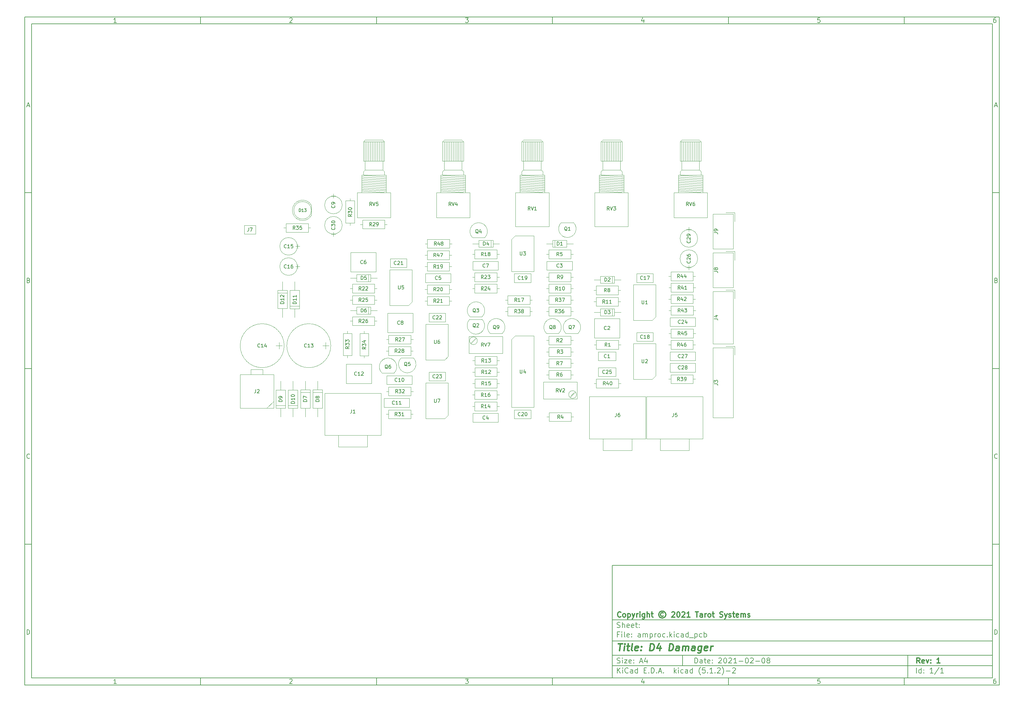
<source format=gbr>
G04 #@! TF.GenerationSoftware,KiCad,Pcbnew,(5.1.2)-2*
G04 #@! TF.CreationDate,2021-02-08T23:51:54+00:00*
G04 #@! TF.ProjectId,amproc,616d7072-6f63-42e6-9b69-6361645f7063,1*
G04 #@! TF.SameCoordinates,PX42c1d80PY7bfa480*
G04 #@! TF.FileFunction,Other,Fab,Top*
%FSLAX46Y46*%
G04 Gerber Fmt 4.6, Leading zero omitted, Abs format (unit mm)*
G04 Created by KiCad (PCBNEW (5.1.2)-2) date 2021-02-08 23:51:54*
%MOMM*%
%LPD*%
G04 APERTURE LIST*
%ADD10C,0.100000*%
%ADD11C,0.150000*%
%ADD12C,0.300000*%
%ADD13C,0.400000*%
%ADD14C,0.120000*%
%ADD15C,0.200000*%
G04 APERTURE END LIST*
D10*
D11*
X107002200Y-36007200D02*
X107002200Y-68007200D01*
X215002200Y-68007200D01*
X215002200Y-36007200D01*
X107002200Y-36007200D01*
D10*
D11*
X-60000000Y120000000D02*
X-60000000Y-70007200D01*
X217002200Y-70007200D01*
X217002200Y120000000D01*
X-60000000Y120000000D01*
D10*
D11*
X-58000000Y118000000D02*
X-58000000Y-68007200D01*
X215002200Y-68007200D01*
X215002200Y118000000D01*
X-58000000Y118000000D01*
D10*
D11*
X-10000000Y118000000D02*
X-10000000Y120000000D01*
D10*
D11*
X40000000Y118000000D02*
X40000000Y120000000D01*
D10*
D11*
X90000000Y118000000D02*
X90000000Y120000000D01*
D10*
D11*
X140000000Y118000000D02*
X140000000Y120000000D01*
D10*
D11*
X190000000Y118000000D02*
X190000000Y120000000D01*
D10*
D11*
X-33934524Y118411905D02*
X-34677381Y118411905D01*
X-34305953Y118411905D02*
X-34305953Y119711905D01*
X-34429762Y119526191D01*
X-34553572Y119402381D01*
X-34677381Y119340477D01*
D10*
D11*
X15322619Y119588096D02*
X15384523Y119650000D01*
X15508333Y119711905D01*
X15817857Y119711905D01*
X15941666Y119650000D01*
X16003571Y119588096D01*
X16065476Y119464286D01*
X16065476Y119340477D01*
X16003571Y119154762D01*
X15260714Y118411905D01*
X16065476Y118411905D01*
D10*
D11*
X65260714Y119711905D02*
X66065476Y119711905D01*
X65632142Y119216667D01*
X65817857Y119216667D01*
X65941666Y119154762D01*
X66003571Y119092858D01*
X66065476Y118969048D01*
X66065476Y118659524D01*
X66003571Y118535715D01*
X65941666Y118473810D01*
X65817857Y118411905D01*
X65446428Y118411905D01*
X65322619Y118473810D01*
X65260714Y118535715D01*
D10*
D11*
X115941666Y119278572D02*
X115941666Y118411905D01*
X115632142Y119773810D02*
X115322619Y118845239D01*
X116127380Y118845239D01*
D10*
D11*
X166003571Y119711905D02*
X165384523Y119711905D01*
X165322619Y119092858D01*
X165384523Y119154762D01*
X165508333Y119216667D01*
X165817857Y119216667D01*
X165941666Y119154762D01*
X166003571Y119092858D01*
X166065476Y118969048D01*
X166065476Y118659524D01*
X166003571Y118535715D01*
X165941666Y118473810D01*
X165817857Y118411905D01*
X165508333Y118411905D01*
X165384523Y118473810D01*
X165322619Y118535715D01*
D10*
D11*
X215941666Y119711905D02*
X215694047Y119711905D01*
X215570238Y119650000D01*
X215508333Y119588096D01*
X215384523Y119402381D01*
X215322619Y119154762D01*
X215322619Y118659524D01*
X215384523Y118535715D01*
X215446428Y118473810D01*
X215570238Y118411905D01*
X215817857Y118411905D01*
X215941666Y118473810D01*
X216003571Y118535715D01*
X216065476Y118659524D01*
X216065476Y118969048D01*
X216003571Y119092858D01*
X215941666Y119154762D01*
X215817857Y119216667D01*
X215570238Y119216667D01*
X215446428Y119154762D01*
X215384523Y119092858D01*
X215322619Y118969048D01*
D10*
D11*
X-10000000Y-68007200D02*
X-10000000Y-70007200D01*
D10*
D11*
X40000000Y-68007200D02*
X40000000Y-70007200D01*
D10*
D11*
X90000000Y-68007200D02*
X90000000Y-70007200D01*
D10*
D11*
X140000000Y-68007200D02*
X140000000Y-70007200D01*
D10*
D11*
X190000000Y-68007200D02*
X190000000Y-70007200D01*
D10*
D11*
X-33934524Y-69595295D02*
X-34677381Y-69595295D01*
X-34305953Y-69595295D02*
X-34305953Y-68295295D01*
X-34429762Y-68481009D01*
X-34553572Y-68604819D01*
X-34677381Y-68666723D01*
D10*
D11*
X15322619Y-68419104D02*
X15384523Y-68357200D01*
X15508333Y-68295295D01*
X15817857Y-68295295D01*
X15941666Y-68357200D01*
X16003571Y-68419104D01*
X16065476Y-68542914D01*
X16065476Y-68666723D01*
X16003571Y-68852438D01*
X15260714Y-69595295D01*
X16065476Y-69595295D01*
D10*
D11*
X65260714Y-68295295D02*
X66065476Y-68295295D01*
X65632142Y-68790533D01*
X65817857Y-68790533D01*
X65941666Y-68852438D01*
X66003571Y-68914342D01*
X66065476Y-69038152D01*
X66065476Y-69347676D01*
X66003571Y-69471485D01*
X65941666Y-69533390D01*
X65817857Y-69595295D01*
X65446428Y-69595295D01*
X65322619Y-69533390D01*
X65260714Y-69471485D01*
D10*
D11*
X115941666Y-68728628D02*
X115941666Y-69595295D01*
X115632142Y-68233390D02*
X115322619Y-69161961D01*
X116127380Y-69161961D01*
D10*
D11*
X166003571Y-68295295D02*
X165384523Y-68295295D01*
X165322619Y-68914342D01*
X165384523Y-68852438D01*
X165508333Y-68790533D01*
X165817857Y-68790533D01*
X165941666Y-68852438D01*
X166003571Y-68914342D01*
X166065476Y-69038152D01*
X166065476Y-69347676D01*
X166003571Y-69471485D01*
X165941666Y-69533390D01*
X165817857Y-69595295D01*
X165508333Y-69595295D01*
X165384523Y-69533390D01*
X165322619Y-69471485D01*
D10*
D11*
X215941666Y-68295295D02*
X215694047Y-68295295D01*
X215570238Y-68357200D01*
X215508333Y-68419104D01*
X215384523Y-68604819D01*
X215322619Y-68852438D01*
X215322619Y-69347676D01*
X215384523Y-69471485D01*
X215446428Y-69533390D01*
X215570238Y-69595295D01*
X215817857Y-69595295D01*
X215941666Y-69533390D01*
X216003571Y-69471485D01*
X216065476Y-69347676D01*
X216065476Y-69038152D01*
X216003571Y-68914342D01*
X215941666Y-68852438D01*
X215817857Y-68790533D01*
X215570238Y-68790533D01*
X215446428Y-68852438D01*
X215384523Y-68914342D01*
X215322619Y-69038152D01*
D10*
D11*
X-60000000Y70000000D02*
X-58000000Y70000000D01*
D10*
D11*
X-60000000Y20000000D02*
X-58000000Y20000000D01*
D10*
D11*
X-60000000Y-30000000D02*
X-58000000Y-30000000D01*
D10*
D11*
X-59309524Y94783334D02*
X-58690477Y94783334D01*
X-59433334Y94411905D02*
X-59000000Y95711905D01*
X-58566667Y94411905D01*
D10*
D11*
X-58907143Y45092858D02*
X-58721429Y45030953D01*
X-58659524Y44969048D01*
X-58597620Y44845239D01*
X-58597620Y44659524D01*
X-58659524Y44535715D01*
X-58721429Y44473810D01*
X-58845239Y44411905D01*
X-59340477Y44411905D01*
X-59340477Y45711905D01*
X-58907143Y45711905D01*
X-58783334Y45650000D01*
X-58721429Y45588096D01*
X-58659524Y45464286D01*
X-58659524Y45340477D01*
X-58721429Y45216667D01*
X-58783334Y45154762D01*
X-58907143Y45092858D01*
X-59340477Y45092858D01*
D10*
D11*
X-58597620Y-5464285D02*
X-58659524Y-5526190D01*
X-58845239Y-5588095D01*
X-58969048Y-5588095D01*
X-59154762Y-5526190D01*
X-59278572Y-5402380D01*
X-59340477Y-5278571D01*
X-59402381Y-5030952D01*
X-59402381Y-4845238D01*
X-59340477Y-4597619D01*
X-59278572Y-4473809D01*
X-59154762Y-4350000D01*
X-58969048Y-4288095D01*
X-58845239Y-4288095D01*
X-58659524Y-4350000D01*
X-58597620Y-4411904D01*
D10*
D11*
X-59340477Y-55588095D02*
X-59340477Y-54288095D01*
X-59030953Y-54288095D01*
X-58845239Y-54350000D01*
X-58721429Y-54473809D01*
X-58659524Y-54597619D01*
X-58597620Y-54845238D01*
X-58597620Y-55030952D01*
X-58659524Y-55278571D01*
X-58721429Y-55402380D01*
X-58845239Y-55526190D01*
X-59030953Y-55588095D01*
X-59340477Y-55588095D01*
D10*
D11*
X217002200Y70000000D02*
X215002200Y70000000D01*
D10*
D11*
X217002200Y20000000D02*
X215002200Y20000000D01*
D10*
D11*
X217002200Y-30000000D02*
X215002200Y-30000000D01*
D10*
D11*
X215692676Y94783334D02*
X216311723Y94783334D01*
X215568866Y94411905D02*
X216002200Y95711905D01*
X216435533Y94411905D01*
D10*
D11*
X216095057Y45092858D02*
X216280771Y45030953D01*
X216342676Y44969048D01*
X216404580Y44845239D01*
X216404580Y44659524D01*
X216342676Y44535715D01*
X216280771Y44473810D01*
X216156961Y44411905D01*
X215661723Y44411905D01*
X215661723Y45711905D01*
X216095057Y45711905D01*
X216218866Y45650000D01*
X216280771Y45588096D01*
X216342676Y45464286D01*
X216342676Y45340477D01*
X216280771Y45216667D01*
X216218866Y45154762D01*
X216095057Y45092858D01*
X215661723Y45092858D01*
D10*
D11*
X216404580Y-5464285D02*
X216342676Y-5526190D01*
X216156961Y-5588095D01*
X216033152Y-5588095D01*
X215847438Y-5526190D01*
X215723628Y-5402380D01*
X215661723Y-5278571D01*
X215599819Y-5030952D01*
X215599819Y-4845238D01*
X215661723Y-4597619D01*
X215723628Y-4473809D01*
X215847438Y-4350000D01*
X216033152Y-4288095D01*
X216156961Y-4288095D01*
X216342676Y-4350000D01*
X216404580Y-4411904D01*
D10*
D11*
X215661723Y-55588095D02*
X215661723Y-54288095D01*
X215971247Y-54288095D01*
X216156961Y-54350000D01*
X216280771Y-54473809D01*
X216342676Y-54597619D01*
X216404580Y-54845238D01*
X216404580Y-55030952D01*
X216342676Y-55278571D01*
X216280771Y-55402380D01*
X216156961Y-55526190D01*
X215971247Y-55588095D01*
X215661723Y-55588095D01*
D10*
D11*
X130434342Y-63785771D02*
X130434342Y-62285771D01*
X130791485Y-62285771D01*
X131005771Y-62357200D01*
X131148628Y-62500057D01*
X131220057Y-62642914D01*
X131291485Y-62928628D01*
X131291485Y-63142914D01*
X131220057Y-63428628D01*
X131148628Y-63571485D01*
X131005771Y-63714342D01*
X130791485Y-63785771D01*
X130434342Y-63785771D01*
X132577200Y-63785771D02*
X132577200Y-63000057D01*
X132505771Y-62857200D01*
X132362914Y-62785771D01*
X132077200Y-62785771D01*
X131934342Y-62857200D01*
X132577200Y-63714342D02*
X132434342Y-63785771D01*
X132077200Y-63785771D01*
X131934342Y-63714342D01*
X131862914Y-63571485D01*
X131862914Y-63428628D01*
X131934342Y-63285771D01*
X132077200Y-63214342D01*
X132434342Y-63214342D01*
X132577200Y-63142914D01*
X133077200Y-62785771D02*
X133648628Y-62785771D01*
X133291485Y-62285771D02*
X133291485Y-63571485D01*
X133362914Y-63714342D01*
X133505771Y-63785771D01*
X133648628Y-63785771D01*
X134720057Y-63714342D02*
X134577200Y-63785771D01*
X134291485Y-63785771D01*
X134148628Y-63714342D01*
X134077200Y-63571485D01*
X134077200Y-63000057D01*
X134148628Y-62857200D01*
X134291485Y-62785771D01*
X134577200Y-62785771D01*
X134720057Y-62857200D01*
X134791485Y-63000057D01*
X134791485Y-63142914D01*
X134077200Y-63285771D01*
X135434342Y-63642914D02*
X135505771Y-63714342D01*
X135434342Y-63785771D01*
X135362914Y-63714342D01*
X135434342Y-63642914D01*
X135434342Y-63785771D01*
X135434342Y-62857200D02*
X135505771Y-62928628D01*
X135434342Y-63000057D01*
X135362914Y-62928628D01*
X135434342Y-62857200D01*
X135434342Y-63000057D01*
X137220057Y-62428628D02*
X137291485Y-62357200D01*
X137434342Y-62285771D01*
X137791485Y-62285771D01*
X137934342Y-62357200D01*
X138005771Y-62428628D01*
X138077200Y-62571485D01*
X138077200Y-62714342D01*
X138005771Y-62928628D01*
X137148628Y-63785771D01*
X138077200Y-63785771D01*
X139005771Y-62285771D02*
X139148628Y-62285771D01*
X139291485Y-62357200D01*
X139362914Y-62428628D01*
X139434342Y-62571485D01*
X139505771Y-62857200D01*
X139505771Y-63214342D01*
X139434342Y-63500057D01*
X139362914Y-63642914D01*
X139291485Y-63714342D01*
X139148628Y-63785771D01*
X139005771Y-63785771D01*
X138862914Y-63714342D01*
X138791485Y-63642914D01*
X138720057Y-63500057D01*
X138648628Y-63214342D01*
X138648628Y-62857200D01*
X138720057Y-62571485D01*
X138791485Y-62428628D01*
X138862914Y-62357200D01*
X139005771Y-62285771D01*
X140077200Y-62428628D02*
X140148628Y-62357200D01*
X140291485Y-62285771D01*
X140648628Y-62285771D01*
X140791485Y-62357200D01*
X140862914Y-62428628D01*
X140934342Y-62571485D01*
X140934342Y-62714342D01*
X140862914Y-62928628D01*
X140005771Y-63785771D01*
X140934342Y-63785771D01*
X142362914Y-63785771D02*
X141505771Y-63785771D01*
X141934342Y-63785771D02*
X141934342Y-62285771D01*
X141791485Y-62500057D01*
X141648628Y-62642914D01*
X141505771Y-62714342D01*
X143005771Y-63214342D02*
X144148628Y-63214342D01*
X145148628Y-62285771D02*
X145291485Y-62285771D01*
X145434342Y-62357200D01*
X145505771Y-62428628D01*
X145577200Y-62571485D01*
X145648628Y-62857200D01*
X145648628Y-63214342D01*
X145577200Y-63500057D01*
X145505771Y-63642914D01*
X145434342Y-63714342D01*
X145291485Y-63785771D01*
X145148628Y-63785771D01*
X145005771Y-63714342D01*
X144934342Y-63642914D01*
X144862914Y-63500057D01*
X144791485Y-63214342D01*
X144791485Y-62857200D01*
X144862914Y-62571485D01*
X144934342Y-62428628D01*
X145005771Y-62357200D01*
X145148628Y-62285771D01*
X146220057Y-62428628D02*
X146291485Y-62357200D01*
X146434342Y-62285771D01*
X146791485Y-62285771D01*
X146934342Y-62357200D01*
X147005771Y-62428628D01*
X147077200Y-62571485D01*
X147077200Y-62714342D01*
X147005771Y-62928628D01*
X146148628Y-63785771D01*
X147077200Y-63785771D01*
X147720057Y-63214342D02*
X148862914Y-63214342D01*
X149862914Y-62285771D02*
X150005771Y-62285771D01*
X150148628Y-62357200D01*
X150220057Y-62428628D01*
X150291485Y-62571485D01*
X150362914Y-62857200D01*
X150362914Y-63214342D01*
X150291485Y-63500057D01*
X150220057Y-63642914D01*
X150148628Y-63714342D01*
X150005771Y-63785771D01*
X149862914Y-63785771D01*
X149720057Y-63714342D01*
X149648628Y-63642914D01*
X149577200Y-63500057D01*
X149505771Y-63214342D01*
X149505771Y-62857200D01*
X149577200Y-62571485D01*
X149648628Y-62428628D01*
X149720057Y-62357200D01*
X149862914Y-62285771D01*
X151220057Y-62928628D02*
X151077200Y-62857200D01*
X151005771Y-62785771D01*
X150934342Y-62642914D01*
X150934342Y-62571485D01*
X151005771Y-62428628D01*
X151077200Y-62357200D01*
X151220057Y-62285771D01*
X151505771Y-62285771D01*
X151648628Y-62357200D01*
X151720057Y-62428628D01*
X151791485Y-62571485D01*
X151791485Y-62642914D01*
X151720057Y-62785771D01*
X151648628Y-62857200D01*
X151505771Y-62928628D01*
X151220057Y-62928628D01*
X151077200Y-63000057D01*
X151005771Y-63071485D01*
X150934342Y-63214342D01*
X150934342Y-63500057D01*
X151005771Y-63642914D01*
X151077200Y-63714342D01*
X151220057Y-63785771D01*
X151505771Y-63785771D01*
X151648628Y-63714342D01*
X151720057Y-63642914D01*
X151791485Y-63500057D01*
X151791485Y-63214342D01*
X151720057Y-63071485D01*
X151648628Y-63000057D01*
X151505771Y-62928628D01*
D10*
D11*
X107002200Y-64507200D02*
X215002200Y-64507200D01*
D10*
D11*
X108434342Y-66585771D02*
X108434342Y-65085771D01*
X109291485Y-66585771D02*
X108648628Y-65728628D01*
X109291485Y-65085771D02*
X108434342Y-65942914D01*
X109934342Y-66585771D02*
X109934342Y-65585771D01*
X109934342Y-65085771D02*
X109862914Y-65157200D01*
X109934342Y-65228628D01*
X110005771Y-65157200D01*
X109934342Y-65085771D01*
X109934342Y-65228628D01*
X111505771Y-66442914D02*
X111434342Y-66514342D01*
X111220057Y-66585771D01*
X111077200Y-66585771D01*
X110862914Y-66514342D01*
X110720057Y-66371485D01*
X110648628Y-66228628D01*
X110577200Y-65942914D01*
X110577200Y-65728628D01*
X110648628Y-65442914D01*
X110720057Y-65300057D01*
X110862914Y-65157200D01*
X111077200Y-65085771D01*
X111220057Y-65085771D01*
X111434342Y-65157200D01*
X111505771Y-65228628D01*
X112791485Y-66585771D02*
X112791485Y-65800057D01*
X112720057Y-65657200D01*
X112577200Y-65585771D01*
X112291485Y-65585771D01*
X112148628Y-65657200D01*
X112791485Y-66514342D02*
X112648628Y-66585771D01*
X112291485Y-66585771D01*
X112148628Y-66514342D01*
X112077200Y-66371485D01*
X112077200Y-66228628D01*
X112148628Y-66085771D01*
X112291485Y-66014342D01*
X112648628Y-66014342D01*
X112791485Y-65942914D01*
X114148628Y-66585771D02*
X114148628Y-65085771D01*
X114148628Y-66514342D02*
X114005771Y-66585771D01*
X113720057Y-66585771D01*
X113577200Y-66514342D01*
X113505771Y-66442914D01*
X113434342Y-66300057D01*
X113434342Y-65871485D01*
X113505771Y-65728628D01*
X113577200Y-65657200D01*
X113720057Y-65585771D01*
X114005771Y-65585771D01*
X114148628Y-65657200D01*
X116005771Y-65800057D02*
X116505771Y-65800057D01*
X116720057Y-66585771D02*
X116005771Y-66585771D01*
X116005771Y-65085771D01*
X116720057Y-65085771D01*
X117362914Y-66442914D02*
X117434342Y-66514342D01*
X117362914Y-66585771D01*
X117291485Y-66514342D01*
X117362914Y-66442914D01*
X117362914Y-66585771D01*
X118077200Y-66585771D02*
X118077200Y-65085771D01*
X118434342Y-65085771D01*
X118648628Y-65157200D01*
X118791485Y-65300057D01*
X118862914Y-65442914D01*
X118934342Y-65728628D01*
X118934342Y-65942914D01*
X118862914Y-66228628D01*
X118791485Y-66371485D01*
X118648628Y-66514342D01*
X118434342Y-66585771D01*
X118077200Y-66585771D01*
X119577200Y-66442914D02*
X119648628Y-66514342D01*
X119577200Y-66585771D01*
X119505771Y-66514342D01*
X119577200Y-66442914D01*
X119577200Y-66585771D01*
X120220057Y-66157200D02*
X120934342Y-66157200D01*
X120077200Y-66585771D02*
X120577200Y-65085771D01*
X121077200Y-66585771D01*
X121577200Y-66442914D02*
X121648628Y-66514342D01*
X121577200Y-66585771D01*
X121505771Y-66514342D01*
X121577200Y-66442914D01*
X121577200Y-66585771D01*
X124577200Y-66585771D02*
X124577200Y-65085771D01*
X124720057Y-66014342D02*
X125148628Y-66585771D01*
X125148628Y-65585771D02*
X124577200Y-66157200D01*
X125791485Y-66585771D02*
X125791485Y-65585771D01*
X125791485Y-65085771D02*
X125720057Y-65157200D01*
X125791485Y-65228628D01*
X125862914Y-65157200D01*
X125791485Y-65085771D01*
X125791485Y-65228628D01*
X127148628Y-66514342D02*
X127005771Y-66585771D01*
X126720057Y-66585771D01*
X126577200Y-66514342D01*
X126505771Y-66442914D01*
X126434342Y-66300057D01*
X126434342Y-65871485D01*
X126505771Y-65728628D01*
X126577200Y-65657200D01*
X126720057Y-65585771D01*
X127005771Y-65585771D01*
X127148628Y-65657200D01*
X128434342Y-66585771D02*
X128434342Y-65800057D01*
X128362914Y-65657200D01*
X128220057Y-65585771D01*
X127934342Y-65585771D01*
X127791485Y-65657200D01*
X128434342Y-66514342D02*
X128291485Y-66585771D01*
X127934342Y-66585771D01*
X127791485Y-66514342D01*
X127720057Y-66371485D01*
X127720057Y-66228628D01*
X127791485Y-66085771D01*
X127934342Y-66014342D01*
X128291485Y-66014342D01*
X128434342Y-65942914D01*
X129791485Y-66585771D02*
X129791485Y-65085771D01*
X129791485Y-66514342D02*
X129648628Y-66585771D01*
X129362914Y-66585771D01*
X129220057Y-66514342D01*
X129148628Y-66442914D01*
X129077200Y-66300057D01*
X129077200Y-65871485D01*
X129148628Y-65728628D01*
X129220057Y-65657200D01*
X129362914Y-65585771D01*
X129648628Y-65585771D01*
X129791485Y-65657200D01*
X132077200Y-67157200D02*
X132005771Y-67085771D01*
X131862914Y-66871485D01*
X131791485Y-66728628D01*
X131720057Y-66514342D01*
X131648628Y-66157200D01*
X131648628Y-65871485D01*
X131720057Y-65514342D01*
X131791485Y-65300057D01*
X131862914Y-65157200D01*
X132005771Y-64942914D01*
X132077200Y-64871485D01*
X133362914Y-65085771D02*
X132648628Y-65085771D01*
X132577200Y-65800057D01*
X132648628Y-65728628D01*
X132791485Y-65657200D01*
X133148628Y-65657200D01*
X133291485Y-65728628D01*
X133362914Y-65800057D01*
X133434342Y-65942914D01*
X133434342Y-66300057D01*
X133362914Y-66442914D01*
X133291485Y-66514342D01*
X133148628Y-66585771D01*
X132791485Y-66585771D01*
X132648628Y-66514342D01*
X132577200Y-66442914D01*
X134077200Y-66442914D02*
X134148628Y-66514342D01*
X134077200Y-66585771D01*
X134005771Y-66514342D01*
X134077200Y-66442914D01*
X134077200Y-66585771D01*
X135577200Y-66585771D02*
X134720057Y-66585771D01*
X135148628Y-66585771D02*
X135148628Y-65085771D01*
X135005771Y-65300057D01*
X134862914Y-65442914D01*
X134720057Y-65514342D01*
X136220057Y-66442914D02*
X136291485Y-66514342D01*
X136220057Y-66585771D01*
X136148628Y-66514342D01*
X136220057Y-66442914D01*
X136220057Y-66585771D01*
X136862914Y-65228628D02*
X136934342Y-65157200D01*
X137077200Y-65085771D01*
X137434342Y-65085771D01*
X137577200Y-65157200D01*
X137648628Y-65228628D01*
X137720057Y-65371485D01*
X137720057Y-65514342D01*
X137648628Y-65728628D01*
X136791485Y-66585771D01*
X137720057Y-66585771D01*
X138220057Y-67157200D02*
X138291485Y-67085771D01*
X138434342Y-66871485D01*
X138505771Y-66728628D01*
X138577200Y-66514342D01*
X138648628Y-66157200D01*
X138648628Y-65871485D01*
X138577200Y-65514342D01*
X138505771Y-65300057D01*
X138434342Y-65157200D01*
X138291485Y-64942914D01*
X138220057Y-64871485D01*
X139362914Y-66014342D02*
X140505771Y-66014342D01*
X141148628Y-65228628D02*
X141220057Y-65157200D01*
X141362914Y-65085771D01*
X141720057Y-65085771D01*
X141862914Y-65157200D01*
X141934342Y-65228628D01*
X142005771Y-65371485D01*
X142005771Y-65514342D01*
X141934342Y-65728628D01*
X141077200Y-66585771D01*
X142005771Y-66585771D01*
D10*
D11*
X107002200Y-61507200D02*
X215002200Y-61507200D01*
D10*
D12*
X194411485Y-63785771D02*
X193911485Y-63071485D01*
X193554342Y-63785771D02*
X193554342Y-62285771D01*
X194125771Y-62285771D01*
X194268628Y-62357200D01*
X194340057Y-62428628D01*
X194411485Y-62571485D01*
X194411485Y-62785771D01*
X194340057Y-62928628D01*
X194268628Y-63000057D01*
X194125771Y-63071485D01*
X193554342Y-63071485D01*
X195625771Y-63714342D02*
X195482914Y-63785771D01*
X195197200Y-63785771D01*
X195054342Y-63714342D01*
X194982914Y-63571485D01*
X194982914Y-63000057D01*
X195054342Y-62857200D01*
X195197200Y-62785771D01*
X195482914Y-62785771D01*
X195625771Y-62857200D01*
X195697200Y-63000057D01*
X195697200Y-63142914D01*
X194982914Y-63285771D01*
X196197200Y-62785771D02*
X196554342Y-63785771D01*
X196911485Y-62785771D01*
X197482914Y-63642914D02*
X197554342Y-63714342D01*
X197482914Y-63785771D01*
X197411485Y-63714342D01*
X197482914Y-63642914D01*
X197482914Y-63785771D01*
X197482914Y-62857200D02*
X197554342Y-62928628D01*
X197482914Y-63000057D01*
X197411485Y-62928628D01*
X197482914Y-62857200D01*
X197482914Y-63000057D01*
X200125771Y-63785771D02*
X199268628Y-63785771D01*
X199697200Y-63785771D02*
X199697200Y-62285771D01*
X199554342Y-62500057D01*
X199411485Y-62642914D01*
X199268628Y-62714342D01*
D10*
D11*
X108362914Y-63714342D02*
X108577200Y-63785771D01*
X108934342Y-63785771D01*
X109077200Y-63714342D01*
X109148628Y-63642914D01*
X109220057Y-63500057D01*
X109220057Y-63357200D01*
X109148628Y-63214342D01*
X109077200Y-63142914D01*
X108934342Y-63071485D01*
X108648628Y-63000057D01*
X108505771Y-62928628D01*
X108434342Y-62857200D01*
X108362914Y-62714342D01*
X108362914Y-62571485D01*
X108434342Y-62428628D01*
X108505771Y-62357200D01*
X108648628Y-62285771D01*
X109005771Y-62285771D01*
X109220057Y-62357200D01*
X109862914Y-63785771D02*
X109862914Y-62785771D01*
X109862914Y-62285771D02*
X109791485Y-62357200D01*
X109862914Y-62428628D01*
X109934342Y-62357200D01*
X109862914Y-62285771D01*
X109862914Y-62428628D01*
X110434342Y-62785771D02*
X111220057Y-62785771D01*
X110434342Y-63785771D01*
X111220057Y-63785771D01*
X112362914Y-63714342D02*
X112220057Y-63785771D01*
X111934342Y-63785771D01*
X111791485Y-63714342D01*
X111720057Y-63571485D01*
X111720057Y-63000057D01*
X111791485Y-62857200D01*
X111934342Y-62785771D01*
X112220057Y-62785771D01*
X112362914Y-62857200D01*
X112434342Y-63000057D01*
X112434342Y-63142914D01*
X111720057Y-63285771D01*
X113077200Y-63642914D02*
X113148628Y-63714342D01*
X113077200Y-63785771D01*
X113005771Y-63714342D01*
X113077200Y-63642914D01*
X113077200Y-63785771D01*
X113077200Y-62857200D02*
X113148628Y-62928628D01*
X113077200Y-63000057D01*
X113005771Y-62928628D01*
X113077200Y-62857200D01*
X113077200Y-63000057D01*
X114862914Y-63357200D02*
X115577200Y-63357200D01*
X114720057Y-63785771D02*
X115220057Y-62285771D01*
X115720057Y-63785771D01*
X116862914Y-62785771D02*
X116862914Y-63785771D01*
X116505771Y-62214342D02*
X116148628Y-63285771D01*
X117077200Y-63285771D01*
D10*
D11*
X193434342Y-66585771D02*
X193434342Y-65085771D01*
X194791485Y-66585771D02*
X194791485Y-65085771D01*
X194791485Y-66514342D02*
X194648628Y-66585771D01*
X194362914Y-66585771D01*
X194220057Y-66514342D01*
X194148628Y-66442914D01*
X194077200Y-66300057D01*
X194077200Y-65871485D01*
X194148628Y-65728628D01*
X194220057Y-65657200D01*
X194362914Y-65585771D01*
X194648628Y-65585771D01*
X194791485Y-65657200D01*
X195505771Y-66442914D02*
X195577200Y-66514342D01*
X195505771Y-66585771D01*
X195434342Y-66514342D01*
X195505771Y-66442914D01*
X195505771Y-66585771D01*
X195505771Y-65657200D02*
X195577200Y-65728628D01*
X195505771Y-65800057D01*
X195434342Y-65728628D01*
X195505771Y-65657200D01*
X195505771Y-65800057D01*
X198148628Y-66585771D02*
X197291485Y-66585771D01*
X197720057Y-66585771D02*
X197720057Y-65085771D01*
X197577200Y-65300057D01*
X197434342Y-65442914D01*
X197291485Y-65514342D01*
X199862914Y-65014342D02*
X198577200Y-66942914D01*
X201148628Y-66585771D02*
X200291485Y-66585771D01*
X200720057Y-66585771D02*
X200720057Y-65085771D01*
X200577200Y-65300057D01*
X200434342Y-65442914D01*
X200291485Y-65514342D01*
D10*
D11*
X107002200Y-57507200D02*
X215002200Y-57507200D01*
D10*
D13*
X108714580Y-58211961D02*
X109857438Y-58211961D01*
X109036009Y-60211961D02*
X109286009Y-58211961D01*
X110274104Y-60211961D02*
X110440771Y-58878628D01*
X110524104Y-58211961D02*
X110416961Y-58307200D01*
X110500295Y-58402438D01*
X110607438Y-58307200D01*
X110524104Y-58211961D01*
X110500295Y-58402438D01*
X111107438Y-58878628D02*
X111869342Y-58878628D01*
X111476485Y-58211961D02*
X111262200Y-59926247D01*
X111333628Y-60116723D01*
X111512200Y-60211961D01*
X111702676Y-60211961D01*
X112655057Y-60211961D02*
X112476485Y-60116723D01*
X112405057Y-59926247D01*
X112619342Y-58211961D01*
X114190771Y-60116723D02*
X113988390Y-60211961D01*
X113607438Y-60211961D01*
X113428866Y-60116723D01*
X113357438Y-59926247D01*
X113452676Y-59164342D01*
X113571723Y-58973866D01*
X113774104Y-58878628D01*
X114155057Y-58878628D01*
X114333628Y-58973866D01*
X114405057Y-59164342D01*
X114381247Y-59354819D01*
X113405057Y-59545295D01*
X115155057Y-60021485D02*
X115238390Y-60116723D01*
X115131247Y-60211961D01*
X115047914Y-60116723D01*
X115155057Y-60021485D01*
X115131247Y-60211961D01*
X115286009Y-58973866D02*
X115369342Y-59069104D01*
X115262200Y-59164342D01*
X115178866Y-59069104D01*
X115286009Y-58973866D01*
X115262200Y-59164342D01*
X117607438Y-60211961D02*
X117857438Y-58211961D01*
X118333628Y-58211961D01*
X118607438Y-58307200D01*
X118774104Y-58497676D01*
X118845533Y-58688152D01*
X118893152Y-59069104D01*
X118857438Y-59354819D01*
X118714580Y-59735771D01*
X118595533Y-59926247D01*
X118381247Y-60116723D01*
X118083628Y-60211961D01*
X117607438Y-60211961D01*
X120631247Y-58878628D02*
X120464580Y-60211961D01*
X120250295Y-58116723D02*
X119595533Y-59545295D01*
X120833628Y-59545295D01*
X123036009Y-60211961D02*
X123286009Y-58211961D01*
X123762200Y-58211961D01*
X124036009Y-58307200D01*
X124202676Y-58497676D01*
X124274104Y-58688152D01*
X124321723Y-59069104D01*
X124286009Y-59354819D01*
X124143152Y-59735771D01*
X124024104Y-59926247D01*
X123809819Y-60116723D01*
X123512200Y-60211961D01*
X123036009Y-60211961D01*
X125893152Y-60211961D02*
X126024104Y-59164342D01*
X125952676Y-58973866D01*
X125774104Y-58878628D01*
X125393152Y-58878628D01*
X125190771Y-58973866D01*
X125905057Y-60116723D02*
X125702676Y-60211961D01*
X125226485Y-60211961D01*
X125047914Y-60116723D01*
X124976485Y-59926247D01*
X125000295Y-59735771D01*
X125119342Y-59545295D01*
X125321723Y-59450057D01*
X125797914Y-59450057D01*
X126000295Y-59354819D01*
X126845533Y-60211961D02*
X127012200Y-58878628D01*
X126988390Y-59069104D02*
X127095533Y-58973866D01*
X127297914Y-58878628D01*
X127583628Y-58878628D01*
X127762200Y-58973866D01*
X127833628Y-59164342D01*
X127702676Y-60211961D01*
X127833628Y-59164342D02*
X127952676Y-58973866D01*
X128155057Y-58878628D01*
X128440771Y-58878628D01*
X128619342Y-58973866D01*
X128690771Y-59164342D01*
X128559819Y-60211961D01*
X130369342Y-60211961D02*
X130500295Y-59164342D01*
X130428866Y-58973866D01*
X130250295Y-58878628D01*
X129869342Y-58878628D01*
X129666961Y-58973866D01*
X130381247Y-60116723D02*
X130178866Y-60211961D01*
X129702676Y-60211961D01*
X129524104Y-60116723D01*
X129452676Y-59926247D01*
X129476485Y-59735771D01*
X129595533Y-59545295D01*
X129797914Y-59450057D01*
X130274104Y-59450057D01*
X130476485Y-59354819D01*
X132345533Y-58878628D02*
X132143152Y-60497676D01*
X132024104Y-60688152D01*
X131916961Y-60783390D01*
X131714580Y-60878628D01*
X131428866Y-60878628D01*
X131250295Y-60783390D01*
X132190771Y-60116723D02*
X131988390Y-60211961D01*
X131607438Y-60211961D01*
X131428866Y-60116723D01*
X131345533Y-60021485D01*
X131274104Y-59831009D01*
X131345533Y-59259580D01*
X131464580Y-59069104D01*
X131571723Y-58973866D01*
X131774104Y-58878628D01*
X132155057Y-58878628D01*
X132333628Y-58973866D01*
X133905057Y-60116723D02*
X133702676Y-60211961D01*
X133321723Y-60211961D01*
X133143152Y-60116723D01*
X133071723Y-59926247D01*
X133166961Y-59164342D01*
X133286009Y-58973866D01*
X133488390Y-58878628D01*
X133869342Y-58878628D01*
X134047914Y-58973866D01*
X134119342Y-59164342D01*
X134095533Y-59354819D01*
X133119342Y-59545295D01*
X134845533Y-60211961D02*
X135012200Y-58878628D01*
X134964580Y-59259580D02*
X135083628Y-59069104D01*
X135190771Y-58973866D01*
X135393152Y-58878628D01*
X135583628Y-58878628D01*
D10*
D11*
X108934342Y-55600057D02*
X108434342Y-55600057D01*
X108434342Y-56385771D02*
X108434342Y-54885771D01*
X109148628Y-54885771D01*
X109720057Y-56385771D02*
X109720057Y-55385771D01*
X109720057Y-54885771D02*
X109648628Y-54957200D01*
X109720057Y-55028628D01*
X109791485Y-54957200D01*
X109720057Y-54885771D01*
X109720057Y-55028628D01*
X110648628Y-56385771D02*
X110505771Y-56314342D01*
X110434342Y-56171485D01*
X110434342Y-54885771D01*
X111791485Y-56314342D02*
X111648628Y-56385771D01*
X111362914Y-56385771D01*
X111220057Y-56314342D01*
X111148628Y-56171485D01*
X111148628Y-55600057D01*
X111220057Y-55457200D01*
X111362914Y-55385771D01*
X111648628Y-55385771D01*
X111791485Y-55457200D01*
X111862914Y-55600057D01*
X111862914Y-55742914D01*
X111148628Y-55885771D01*
X112505771Y-56242914D02*
X112577200Y-56314342D01*
X112505771Y-56385771D01*
X112434342Y-56314342D01*
X112505771Y-56242914D01*
X112505771Y-56385771D01*
X112505771Y-55457200D02*
X112577200Y-55528628D01*
X112505771Y-55600057D01*
X112434342Y-55528628D01*
X112505771Y-55457200D01*
X112505771Y-55600057D01*
X115005771Y-56385771D02*
X115005771Y-55600057D01*
X114934342Y-55457200D01*
X114791485Y-55385771D01*
X114505771Y-55385771D01*
X114362914Y-55457200D01*
X115005771Y-56314342D02*
X114862914Y-56385771D01*
X114505771Y-56385771D01*
X114362914Y-56314342D01*
X114291485Y-56171485D01*
X114291485Y-56028628D01*
X114362914Y-55885771D01*
X114505771Y-55814342D01*
X114862914Y-55814342D01*
X115005771Y-55742914D01*
X115720057Y-56385771D02*
X115720057Y-55385771D01*
X115720057Y-55528628D02*
X115791485Y-55457200D01*
X115934342Y-55385771D01*
X116148628Y-55385771D01*
X116291485Y-55457200D01*
X116362914Y-55600057D01*
X116362914Y-56385771D01*
X116362914Y-55600057D02*
X116434342Y-55457200D01*
X116577200Y-55385771D01*
X116791485Y-55385771D01*
X116934342Y-55457200D01*
X117005771Y-55600057D01*
X117005771Y-56385771D01*
X117720057Y-55385771D02*
X117720057Y-56885771D01*
X117720057Y-55457200D02*
X117862914Y-55385771D01*
X118148628Y-55385771D01*
X118291485Y-55457200D01*
X118362914Y-55528628D01*
X118434342Y-55671485D01*
X118434342Y-56100057D01*
X118362914Y-56242914D01*
X118291485Y-56314342D01*
X118148628Y-56385771D01*
X117862914Y-56385771D01*
X117720057Y-56314342D01*
X119077200Y-56385771D02*
X119077200Y-55385771D01*
X119077200Y-55671485D02*
X119148628Y-55528628D01*
X119220057Y-55457200D01*
X119362914Y-55385771D01*
X119505771Y-55385771D01*
X120220057Y-56385771D02*
X120077200Y-56314342D01*
X120005771Y-56242914D01*
X119934342Y-56100057D01*
X119934342Y-55671485D01*
X120005771Y-55528628D01*
X120077200Y-55457200D01*
X120220057Y-55385771D01*
X120434342Y-55385771D01*
X120577200Y-55457200D01*
X120648628Y-55528628D01*
X120720057Y-55671485D01*
X120720057Y-56100057D01*
X120648628Y-56242914D01*
X120577200Y-56314342D01*
X120434342Y-56385771D01*
X120220057Y-56385771D01*
X122005771Y-56314342D02*
X121862914Y-56385771D01*
X121577200Y-56385771D01*
X121434342Y-56314342D01*
X121362914Y-56242914D01*
X121291485Y-56100057D01*
X121291485Y-55671485D01*
X121362914Y-55528628D01*
X121434342Y-55457200D01*
X121577200Y-55385771D01*
X121862914Y-55385771D01*
X122005771Y-55457200D01*
X122648628Y-56242914D02*
X122720057Y-56314342D01*
X122648628Y-56385771D01*
X122577200Y-56314342D01*
X122648628Y-56242914D01*
X122648628Y-56385771D01*
X123362914Y-56385771D02*
X123362914Y-54885771D01*
X123505771Y-55814342D02*
X123934342Y-56385771D01*
X123934342Y-55385771D02*
X123362914Y-55957200D01*
X124577200Y-56385771D02*
X124577200Y-55385771D01*
X124577200Y-54885771D02*
X124505771Y-54957200D01*
X124577200Y-55028628D01*
X124648628Y-54957200D01*
X124577200Y-54885771D01*
X124577200Y-55028628D01*
X125934342Y-56314342D02*
X125791485Y-56385771D01*
X125505771Y-56385771D01*
X125362914Y-56314342D01*
X125291485Y-56242914D01*
X125220057Y-56100057D01*
X125220057Y-55671485D01*
X125291485Y-55528628D01*
X125362914Y-55457200D01*
X125505771Y-55385771D01*
X125791485Y-55385771D01*
X125934342Y-55457200D01*
X127220057Y-56385771D02*
X127220057Y-55600057D01*
X127148628Y-55457200D01*
X127005771Y-55385771D01*
X126720057Y-55385771D01*
X126577200Y-55457200D01*
X127220057Y-56314342D02*
X127077200Y-56385771D01*
X126720057Y-56385771D01*
X126577200Y-56314342D01*
X126505771Y-56171485D01*
X126505771Y-56028628D01*
X126577200Y-55885771D01*
X126720057Y-55814342D01*
X127077200Y-55814342D01*
X127220057Y-55742914D01*
X128577200Y-56385771D02*
X128577200Y-54885771D01*
X128577200Y-56314342D02*
X128434342Y-56385771D01*
X128148628Y-56385771D01*
X128005771Y-56314342D01*
X127934342Y-56242914D01*
X127862914Y-56100057D01*
X127862914Y-55671485D01*
X127934342Y-55528628D01*
X128005771Y-55457200D01*
X128148628Y-55385771D01*
X128434342Y-55385771D01*
X128577200Y-55457200D01*
X128934342Y-56528628D02*
X130077200Y-56528628D01*
X130434342Y-55385771D02*
X130434342Y-56885771D01*
X130434342Y-55457200D02*
X130577200Y-55385771D01*
X130862914Y-55385771D01*
X131005771Y-55457200D01*
X131077200Y-55528628D01*
X131148628Y-55671485D01*
X131148628Y-56100057D01*
X131077200Y-56242914D01*
X131005771Y-56314342D01*
X130862914Y-56385771D01*
X130577200Y-56385771D01*
X130434342Y-56314342D01*
X132434342Y-56314342D02*
X132291485Y-56385771D01*
X132005771Y-56385771D01*
X131862914Y-56314342D01*
X131791485Y-56242914D01*
X131720057Y-56100057D01*
X131720057Y-55671485D01*
X131791485Y-55528628D01*
X131862914Y-55457200D01*
X132005771Y-55385771D01*
X132291485Y-55385771D01*
X132434342Y-55457200D01*
X133077200Y-56385771D02*
X133077200Y-54885771D01*
X133077200Y-55457200D02*
X133220057Y-55385771D01*
X133505771Y-55385771D01*
X133648628Y-55457200D01*
X133720057Y-55528628D01*
X133791485Y-55671485D01*
X133791485Y-56100057D01*
X133720057Y-56242914D01*
X133648628Y-56314342D01*
X133505771Y-56385771D01*
X133220057Y-56385771D01*
X133077200Y-56314342D01*
D10*
D11*
X107002200Y-51507200D02*
X215002200Y-51507200D01*
D10*
D11*
X108362914Y-53614342D02*
X108577200Y-53685771D01*
X108934342Y-53685771D01*
X109077200Y-53614342D01*
X109148628Y-53542914D01*
X109220057Y-53400057D01*
X109220057Y-53257200D01*
X109148628Y-53114342D01*
X109077200Y-53042914D01*
X108934342Y-52971485D01*
X108648628Y-52900057D01*
X108505771Y-52828628D01*
X108434342Y-52757200D01*
X108362914Y-52614342D01*
X108362914Y-52471485D01*
X108434342Y-52328628D01*
X108505771Y-52257200D01*
X108648628Y-52185771D01*
X109005771Y-52185771D01*
X109220057Y-52257200D01*
X109862914Y-53685771D02*
X109862914Y-52185771D01*
X110505771Y-53685771D02*
X110505771Y-52900057D01*
X110434342Y-52757200D01*
X110291485Y-52685771D01*
X110077200Y-52685771D01*
X109934342Y-52757200D01*
X109862914Y-52828628D01*
X111791485Y-53614342D02*
X111648628Y-53685771D01*
X111362914Y-53685771D01*
X111220057Y-53614342D01*
X111148628Y-53471485D01*
X111148628Y-52900057D01*
X111220057Y-52757200D01*
X111362914Y-52685771D01*
X111648628Y-52685771D01*
X111791485Y-52757200D01*
X111862914Y-52900057D01*
X111862914Y-53042914D01*
X111148628Y-53185771D01*
X113077200Y-53614342D02*
X112934342Y-53685771D01*
X112648628Y-53685771D01*
X112505771Y-53614342D01*
X112434342Y-53471485D01*
X112434342Y-52900057D01*
X112505771Y-52757200D01*
X112648628Y-52685771D01*
X112934342Y-52685771D01*
X113077200Y-52757200D01*
X113148628Y-52900057D01*
X113148628Y-53042914D01*
X112434342Y-53185771D01*
X113577200Y-52685771D02*
X114148628Y-52685771D01*
X113791485Y-52185771D02*
X113791485Y-53471485D01*
X113862914Y-53614342D01*
X114005771Y-53685771D01*
X114148628Y-53685771D01*
X114648628Y-53542914D02*
X114720057Y-53614342D01*
X114648628Y-53685771D01*
X114577200Y-53614342D01*
X114648628Y-53542914D01*
X114648628Y-53685771D01*
X114648628Y-52757200D02*
X114720057Y-52828628D01*
X114648628Y-52900057D01*
X114577200Y-52828628D01*
X114648628Y-52757200D01*
X114648628Y-52900057D01*
D10*
D12*
X109411485Y-50542914D02*
X109340057Y-50614342D01*
X109125771Y-50685771D01*
X108982914Y-50685771D01*
X108768628Y-50614342D01*
X108625771Y-50471485D01*
X108554342Y-50328628D01*
X108482914Y-50042914D01*
X108482914Y-49828628D01*
X108554342Y-49542914D01*
X108625771Y-49400057D01*
X108768628Y-49257200D01*
X108982914Y-49185771D01*
X109125771Y-49185771D01*
X109340057Y-49257200D01*
X109411485Y-49328628D01*
X110268628Y-50685771D02*
X110125771Y-50614342D01*
X110054342Y-50542914D01*
X109982914Y-50400057D01*
X109982914Y-49971485D01*
X110054342Y-49828628D01*
X110125771Y-49757200D01*
X110268628Y-49685771D01*
X110482914Y-49685771D01*
X110625771Y-49757200D01*
X110697200Y-49828628D01*
X110768628Y-49971485D01*
X110768628Y-50400057D01*
X110697200Y-50542914D01*
X110625771Y-50614342D01*
X110482914Y-50685771D01*
X110268628Y-50685771D01*
X111411485Y-49685771D02*
X111411485Y-51185771D01*
X111411485Y-49757200D02*
X111554342Y-49685771D01*
X111840057Y-49685771D01*
X111982914Y-49757200D01*
X112054342Y-49828628D01*
X112125771Y-49971485D01*
X112125771Y-50400057D01*
X112054342Y-50542914D01*
X111982914Y-50614342D01*
X111840057Y-50685771D01*
X111554342Y-50685771D01*
X111411485Y-50614342D01*
X112625771Y-49685771D02*
X112982914Y-50685771D01*
X113340057Y-49685771D02*
X112982914Y-50685771D01*
X112840057Y-51042914D01*
X112768628Y-51114342D01*
X112625771Y-51185771D01*
X113911485Y-50685771D02*
X113911485Y-49685771D01*
X113911485Y-49971485D02*
X113982914Y-49828628D01*
X114054342Y-49757200D01*
X114197200Y-49685771D01*
X114340057Y-49685771D01*
X114840057Y-50685771D02*
X114840057Y-49685771D01*
X114840057Y-49185771D02*
X114768628Y-49257200D01*
X114840057Y-49328628D01*
X114911485Y-49257200D01*
X114840057Y-49185771D01*
X114840057Y-49328628D01*
X116197200Y-49685771D02*
X116197200Y-50900057D01*
X116125771Y-51042914D01*
X116054342Y-51114342D01*
X115911485Y-51185771D01*
X115697200Y-51185771D01*
X115554342Y-51114342D01*
X116197200Y-50614342D02*
X116054342Y-50685771D01*
X115768628Y-50685771D01*
X115625771Y-50614342D01*
X115554342Y-50542914D01*
X115482914Y-50400057D01*
X115482914Y-49971485D01*
X115554342Y-49828628D01*
X115625771Y-49757200D01*
X115768628Y-49685771D01*
X116054342Y-49685771D01*
X116197200Y-49757200D01*
X116911485Y-50685771D02*
X116911485Y-49185771D01*
X117554342Y-50685771D02*
X117554342Y-49900057D01*
X117482914Y-49757200D01*
X117340057Y-49685771D01*
X117125771Y-49685771D01*
X116982914Y-49757200D01*
X116911485Y-49828628D01*
X118054342Y-49685771D02*
X118625771Y-49685771D01*
X118268628Y-49185771D02*
X118268628Y-50471485D01*
X118340057Y-50614342D01*
X118482914Y-50685771D01*
X118625771Y-50685771D01*
X121482914Y-49542914D02*
X121340057Y-49471485D01*
X121054342Y-49471485D01*
X120911485Y-49542914D01*
X120768628Y-49685771D01*
X120697200Y-49828628D01*
X120697200Y-50114342D01*
X120768628Y-50257200D01*
X120911485Y-50400057D01*
X121054342Y-50471485D01*
X121340057Y-50471485D01*
X121482914Y-50400057D01*
X121197200Y-48971485D02*
X120840057Y-49042914D01*
X120482914Y-49257200D01*
X120268628Y-49614342D01*
X120197200Y-49971485D01*
X120268628Y-50328628D01*
X120482914Y-50685771D01*
X120840057Y-50900057D01*
X121197200Y-50971485D01*
X121554342Y-50900057D01*
X121911485Y-50685771D01*
X122125771Y-50328628D01*
X122197200Y-49971485D01*
X122125771Y-49614342D01*
X121911485Y-49257200D01*
X121554342Y-49042914D01*
X121197200Y-48971485D01*
X123911485Y-49328628D02*
X123982914Y-49257200D01*
X124125771Y-49185771D01*
X124482914Y-49185771D01*
X124625771Y-49257200D01*
X124697200Y-49328628D01*
X124768628Y-49471485D01*
X124768628Y-49614342D01*
X124697200Y-49828628D01*
X123840057Y-50685771D01*
X124768628Y-50685771D01*
X125697200Y-49185771D02*
X125840057Y-49185771D01*
X125982914Y-49257200D01*
X126054342Y-49328628D01*
X126125771Y-49471485D01*
X126197200Y-49757200D01*
X126197200Y-50114342D01*
X126125771Y-50400057D01*
X126054342Y-50542914D01*
X125982914Y-50614342D01*
X125840057Y-50685771D01*
X125697200Y-50685771D01*
X125554342Y-50614342D01*
X125482914Y-50542914D01*
X125411485Y-50400057D01*
X125340057Y-50114342D01*
X125340057Y-49757200D01*
X125411485Y-49471485D01*
X125482914Y-49328628D01*
X125554342Y-49257200D01*
X125697200Y-49185771D01*
X126768628Y-49328628D02*
X126840057Y-49257200D01*
X126982914Y-49185771D01*
X127340057Y-49185771D01*
X127482914Y-49257200D01*
X127554342Y-49328628D01*
X127625771Y-49471485D01*
X127625771Y-49614342D01*
X127554342Y-49828628D01*
X126697200Y-50685771D01*
X127625771Y-50685771D01*
X129054342Y-50685771D02*
X128197200Y-50685771D01*
X128625771Y-50685771D02*
X128625771Y-49185771D01*
X128482914Y-49400057D01*
X128340057Y-49542914D01*
X128197200Y-49614342D01*
X130625771Y-49185771D02*
X131482914Y-49185771D01*
X131054342Y-50685771D02*
X131054342Y-49185771D01*
X132625771Y-50685771D02*
X132625771Y-49900057D01*
X132554342Y-49757200D01*
X132411485Y-49685771D01*
X132125771Y-49685771D01*
X131982914Y-49757200D01*
X132625771Y-50614342D02*
X132482914Y-50685771D01*
X132125771Y-50685771D01*
X131982914Y-50614342D01*
X131911485Y-50471485D01*
X131911485Y-50328628D01*
X131982914Y-50185771D01*
X132125771Y-50114342D01*
X132482914Y-50114342D01*
X132625771Y-50042914D01*
X133340057Y-50685771D02*
X133340057Y-49685771D01*
X133340057Y-49971485D02*
X133411485Y-49828628D01*
X133482914Y-49757200D01*
X133625771Y-49685771D01*
X133768628Y-49685771D01*
X134482914Y-50685771D02*
X134340057Y-50614342D01*
X134268628Y-50542914D01*
X134197200Y-50400057D01*
X134197200Y-49971485D01*
X134268628Y-49828628D01*
X134340057Y-49757200D01*
X134482914Y-49685771D01*
X134697200Y-49685771D01*
X134840057Y-49757200D01*
X134911485Y-49828628D01*
X134982914Y-49971485D01*
X134982914Y-50400057D01*
X134911485Y-50542914D01*
X134840057Y-50614342D01*
X134697200Y-50685771D01*
X134482914Y-50685771D01*
X135411485Y-49685771D02*
X135982914Y-49685771D01*
X135625771Y-49185771D02*
X135625771Y-50471485D01*
X135697200Y-50614342D01*
X135840057Y-50685771D01*
X135982914Y-50685771D01*
X137554342Y-50614342D02*
X137768628Y-50685771D01*
X138125771Y-50685771D01*
X138268628Y-50614342D01*
X138340057Y-50542914D01*
X138411485Y-50400057D01*
X138411485Y-50257200D01*
X138340057Y-50114342D01*
X138268628Y-50042914D01*
X138125771Y-49971485D01*
X137840057Y-49900057D01*
X137697200Y-49828628D01*
X137625771Y-49757200D01*
X137554342Y-49614342D01*
X137554342Y-49471485D01*
X137625771Y-49328628D01*
X137697200Y-49257200D01*
X137840057Y-49185771D01*
X138197200Y-49185771D01*
X138411485Y-49257200D01*
X138911485Y-49685771D02*
X139268628Y-50685771D01*
X139625771Y-49685771D02*
X139268628Y-50685771D01*
X139125771Y-51042914D01*
X139054342Y-51114342D01*
X138911485Y-51185771D01*
X140125771Y-50614342D02*
X140268628Y-50685771D01*
X140554342Y-50685771D01*
X140697200Y-50614342D01*
X140768628Y-50471485D01*
X140768628Y-50400057D01*
X140697200Y-50257200D01*
X140554342Y-50185771D01*
X140340057Y-50185771D01*
X140197200Y-50114342D01*
X140125771Y-49971485D01*
X140125771Y-49900057D01*
X140197200Y-49757200D01*
X140340057Y-49685771D01*
X140554342Y-49685771D01*
X140697200Y-49757200D01*
X141197200Y-49685771D02*
X141768628Y-49685771D01*
X141411485Y-49185771D02*
X141411485Y-50471485D01*
X141482914Y-50614342D01*
X141625771Y-50685771D01*
X141768628Y-50685771D01*
X142840057Y-50614342D02*
X142697200Y-50685771D01*
X142411485Y-50685771D01*
X142268628Y-50614342D01*
X142197200Y-50471485D01*
X142197200Y-49900057D01*
X142268628Y-49757200D01*
X142411485Y-49685771D01*
X142697200Y-49685771D01*
X142840057Y-49757200D01*
X142911485Y-49900057D01*
X142911485Y-50042914D01*
X142197200Y-50185771D01*
X143554342Y-50685771D02*
X143554342Y-49685771D01*
X143554342Y-49828628D02*
X143625771Y-49757200D01*
X143768628Y-49685771D01*
X143982914Y-49685771D01*
X144125771Y-49757200D01*
X144197200Y-49900057D01*
X144197200Y-50685771D01*
X144197200Y-49900057D02*
X144268628Y-49757200D01*
X144411485Y-49685771D01*
X144625771Y-49685771D01*
X144768628Y-49757200D01*
X144840057Y-49900057D01*
X144840057Y-50685771D01*
X145482914Y-50614342D02*
X145625771Y-50685771D01*
X145911485Y-50685771D01*
X146054342Y-50614342D01*
X146125771Y-50471485D01*
X146125771Y-50400057D01*
X146054342Y-50257200D01*
X145911485Y-50185771D01*
X145697200Y-50185771D01*
X145554342Y-50114342D01*
X145482914Y-49971485D01*
X145482914Y-49900057D01*
X145554342Y-49757200D01*
X145697200Y-49685771D01*
X145911485Y-49685771D01*
X146054342Y-49757200D01*
D10*
D11*
X127002200Y-61507200D02*
X127002200Y-64507200D01*
D10*
D11*
X191002200Y-61507200D02*
X191002200Y-68007200D01*
D14*
X5600000Y60700000D02*
X5600000Y58300000D01*
X2400000Y60700000D02*
X5600000Y60700000D01*
X2400000Y58300000D02*
X2400000Y60700000D01*
X5600000Y58300000D02*
X2400000Y58300000D01*
D10*
X68640000Y27900000D02*
G75*
G03X68640000Y27900000I-1095000J0D01*
G01*
X75805000Y24340000D02*
X75805000Y29170000D01*
X75805000Y29170000D02*
X66275000Y29170000D01*
X66275000Y29170000D02*
X66275000Y24340000D01*
X66275000Y24340000D02*
X75805000Y24340000D01*
X66714000Y27204000D02*
X68241000Y28731000D01*
X66848000Y27070000D02*
X68375000Y28597000D01*
X96800000Y12600000D02*
G75*
G03X96800000Y12600000I-1095000J0D01*
G01*
X87445000Y16160000D02*
X87445000Y11330000D01*
X87445000Y11330000D02*
X96975000Y11330000D01*
X96975000Y11330000D02*
X96975000Y16160000D01*
X96975000Y16160000D02*
X87445000Y16160000D01*
X96536000Y13296000D02*
X95009000Y11769000D01*
X96402000Y13430000D02*
X94875000Y11903000D01*
D14*
X104400000Y0D02*
X104400000Y-3300000D01*
X104400000Y-3300000D02*
X112600000Y-3300000D01*
X112600000Y-3300000D02*
X112600000Y0D01*
X116500000Y0D02*
X100500000Y0D01*
X100500000Y0D02*
X100500000Y12000000D01*
X100500000Y12000000D02*
X116500000Y12000000D01*
X116500000Y12000000D02*
X116500000Y0D01*
X120650000Y0D02*
X120650000Y-3300000D01*
X120650000Y-3300000D02*
X128850000Y-3300000D01*
X128850000Y-3300000D02*
X128850000Y0D01*
X132750000Y0D02*
X116750000Y0D01*
X116750000Y0D02*
X116750000Y12000000D01*
X116750000Y12000000D02*
X132750000Y12000000D01*
X132750000Y12000000D02*
X132750000Y0D01*
X29150000Y1000000D02*
X29150000Y-2300000D01*
X29150000Y-2300000D02*
X37350000Y-2300000D01*
X37350000Y-2300000D02*
X37350000Y1000000D01*
X41250000Y1000000D02*
X25250000Y1000000D01*
X25250000Y1000000D02*
X25250000Y13000000D01*
X25250000Y13000000D02*
X41250000Y13000000D01*
X41250000Y13000000D02*
X41250000Y1000000D01*
X4300000Y19700000D02*
X4300000Y18300000D01*
X7700000Y19700000D02*
X4300000Y19700000D01*
X7700000Y18300000D02*
X7700000Y19700000D01*
X10800000Y10700000D02*
X8800000Y8700000D01*
X10800000Y18300000D02*
X10800000Y8700000D01*
X1200000Y18300000D02*
X10800000Y18300000D01*
X1200000Y8700000D02*
X1200000Y18300000D01*
X10800000Y8700000D02*
X1200000Y8700000D01*
X102000000Y60350000D02*
X102000000Y62950000D01*
X111500000Y60350000D02*
X102000000Y60350000D01*
X111500000Y62950000D02*
X111500000Y60350000D01*
X109250000Y79000000D02*
X109250000Y76500000D01*
X104250000Y79000000D02*
X109250000Y79000000D01*
X104250000Y76500000D02*
X104250000Y79000000D01*
X109750000Y76000000D02*
X109750000Y75000000D01*
X109250000Y76500000D02*
X109750000Y76000000D01*
X104250000Y76500000D02*
X109250000Y76500000D01*
X103750000Y76000000D02*
X104250000Y76500000D01*
X103750000Y75000000D02*
X103750000Y76000000D01*
X110250000Y74500000D02*
X103250000Y75000000D01*
X110250000Y74000000D02*
X110250000Y74500000D01*
X103250000Y74500000D02*
X110250000Y74000000D01*
X103250000Y74000000D02*
X103250000Y74500000D01*
X110250000Y73500000D02*
X103250000Y74000000D01*
X110250000Y73000000D02*
X110250000Y73500000D01*
X103250000Y73500000D02*
X110250000Y73000000D01*
X103250000Y73000000D02*
X103250000Y73500000D01*
X110250000Y72500000D02*
X103250000Y73000000D01*
X110250000Y72000000D02*
X110250000Y72500000D01*
X103250000Y72500000D02*
X110250000Y72000000D01*
X103250000Y72000000D02*
X103250000Y72500000D01*
X110250000Y71500000D02*
X103250000Y72000000D01*
X110250000Y71000000D02*
X110250000Y71500000D01*
X103250000Y71500000D02*
X110250000Y71000000D01*
X103250000Y71000000D02*
X103250000Y71500000D01*
X110250000Y70500000D02*
X103250000Y71000000D01*
X110250000Y70000000D02*
X110250000Y70500000D01*
X103250000Y70500000D02*
X110250000Y70000000D01*
X110250000Y75000000D02*
X110250000Y70000000D01*
X103250000Y75000000D02*
X110250000Y75000000D01*
X103250000Y70000000D02*
X103250000Y75000000D01*
X111500000Y62950000D02*
X111500000Y65000000D01*
X102000000Y70000000D02*
X102000000Y62950000D01*
X111500000Y70000000D02*
X102000000Y70000000D01*
X111500000Y65000000D02*
X111500000Y70000000D01*
X103750000Y79000000D02*
X109750000Y79000000D01*
X109750000Y79000000D02*
X109750000Y84500000D01*
X109750000Y84500000D02*
X109250000Y85000000D01*
X109250000Y85000000D02*
X104250000Y85000000D01*
X104250000Y85000000D02*
X103750000Y84500000D01*
X103750000Y84500000D02*
X103750000Y79000000D01*
X103750000Y84500000D02*
X109750000Y84500000D01*
X104250000Y79000000D02*
X104250000Y84500000D01*
X104250000Y84500000D02*
X104750000Y84500000D01*
X104750000Y84500000D02*
X104750000Y79000000D01*
X104750000Y79000000D02*
X105250000Y79000000D01*
X105250000Y79000000D02*
X105250000Y84500000D01*
X105250000Y84500000D02*
X105750000Y84500000D01*
X105750000Y84500000D02*
X105750000Y79000000D01*
X105750000Y79000000D02*
X106250000Y79000000D01*
X106250000Y79000000D02*
X106250000Y84500000D01*
X106250000Y84500000D02*
X106750000Y84500000D01*
X106750000Y84500000D02*
X106750000Y79000000D01*
X106750000Y79000000D02*
X107250000Y79000000D01*
X107250000Y79000000D02*
X107250000Y84500000D01*
X107250000Y84500000D02*
X107750000Y84500000D01*
X107750000Y84500000D02*
X107750000Y79000000D01*
X107750000Y79000000D02*
X108250000Y79000000D01*
X108250000Y79000000D02*
X108250000Y84500000D01*
X108250000Y84500000D02*
X108750000Y84500000D01*
X108750000Y84500000D02*
X108750000Y79000000D01*
X108750000Y79000000D02*
X109250000Y79000000D01*
X109250000Y79000000D02*
X109250000Y84500000D01*
X79500000Y60350000D02*
X79500000Y62950000D01*
X89000000Y60350000D02*
X79500000Y60350000D01*
X89000000Y62950000D02*
X89000000Y60350000D01*
X86750000Y79000000D02*
X86750000Y76500000D01*
X81750000Y79000000D02*
X86750000Y79000000D01*
X81750000Y76500000D02*
X81750000Y79000000D01*
X87250000Y76000000D02*
X87250000Y75000000D01*
X86750000Y76500000D02*
X87250000Y76000000D01*
X81750000Y76500000D02*
X86750000Y76500000D01*
X81250000Y76000000D02*
X81750000Y76500000D01*
X81250000Y75000000D02*
X81250000Y76000000D01*
X87750000Y74500000D02*
X80750000Y75000000D01*
X87750000Y74000000D02*
X87750000Y74500000D01*
X80750000Y74500000D02*
X87750000Y74000000D01*
X80750000Y74000000D02*
X80750000Y74500000D01*
X87750000Y73500000D02*
X80750000Y74000000D01*
X87750000Y73000000D02*
X87750000Y73500000D01*
X80750000Y73500000D02*
X87750000Y73000000D01*
X80750000Y73000000D02*
X80750000Y73500000D01*
X87750000Y72500000D02*
X80750000Y73000000D01*
X87750000Y72000000D02*
X87750000Y72500000D01*
X80750000Y72500000D02*
X87750000Y72000000D01*
X80750000Y72000000D02*
X80750000Y72500000D01*
X87750000Y71500000D02*
X80750000Y72000000D01*
X87750000Y71000000D02*
X87750000Y71500000D01*
X80750000Y71500000D02*
X87750000Y71000000D01*
X80750000Y71000000D02*
X80750000Y71500000D01*
X87750000Y70500000D02*
X80750000Y71000000D01*
X87750000Y70000000D02*
X87750000Y70500000D01*
X80750000Y70500000D02*
X87750000Y70000000D01*
X87750000Y75000000D02*
X87750000Y70000000D01*
X80750000Y75000000D02*
X87750000Y75000000D01*
X80750000Y70000000D02*
X80750000Y75000000D01*
X89000000Y62950000D02*
X89000000Y65000000D01*
X79500000Y70000000D02*
X79500000Y62950000D01*
X89000000Y70000000D02*
X79500000Y70000000D01*
X89000000Y65000000D02*
X89000000Y70000000D01*
X81250000Y79000000D02*
X87250000Y79000000D01*
X87250000Y79000000D02*
X87250000Y84500000D01*
X87250000Y84500000D02*
X86750000Y85000000D01*
X86750000Y85000000D02*
X81750000Y85000000D01*
X81750000Y85000000D02*
X81250000Y84500000D01*
X81250000Y84500000D02*
X81250000Y79000000D01*
X81250000Y84500000D02*
X87250000Y84500000D01*
X81750000Y79000000D02*
X81750000Y84500000D01*
X81750000Y84500000D02*
X82250000Y84500000D01*
X82250000Y84500000D02*
X82250000Y79000000D01*
X82250000Y79000000D02*
X82750000Y79000000D01*
X82750000Y79000000D02*
X82750000Y84500000D01*
X82750000Y84500000D02*
X83250000Y84500000D01*
X83250000Y84500000D02*
X83250000Y79000000D01*
X83250000Y79000000D02*
X83750000Y79000000D01*
X83750000Y79000000D02*
X83750000Y84500000D01*
X83750000Y84500000D02*
X84250000Y84500000D01*
X84250000Y84500000D02*
X84250000Y79000000D01*
X84250000Y79000000D02*
X84750000Y79000000D01*
X84750000Y79000000D02*
X84750000Y84500000D01*
X84750000Y84500000D02*
X85250000Y84500000D01*
X85250000Y84500000D02*
X85250000Y79000000D01*
X85250000Y79000000D02*
X85750000Y79000000D01*
X85750000Y79000000D02*
X85750000Y84500000D01*
X85750000Y84500000D02*
X86250000Y84500000D01*
X86250000Y84500000D02*
X86250000Y79000000D01*
X86250000Y79000000D02*
X86750000Y79000000D01*
X86750000Y79000000D02*
X86750000Y84500000D01*
X41750000Y79000000D02*
X41750000Y84500000D01*
X41250000Y79000000D02*
X41750000Y79000000D01*
X41250000Y84500000D02*
X41250000Y79000000D01*
X40750000Y84500000D02*
X41250000Y84500000D01*
X40750000Y79000000D02*
X40750000Y84500000D01*
X40250000Y79000000D02*
X40750000Y79000000D01*
X40250000Y84500000D02*
X40250000Y79000000D01*
X39750000Y84500000D02*
X40250000Y84500000D01*
X39750000Y79000000D02*
X39750000Y84500000D01*
X39250000Y79000000D02*
X39750000Y79000000D01*
X39250000Y84500000D02*
X39250000Y79000000D01*
X38750000Y84500000D02*
X39250000Y84500000D01*
X38750000Y79000000D02*
X38750000Y84500000D01*
X38250000Y79000000D02*
X38750000Y79000000D01*
X38250000Y84500000D02*
X38250000Y79000000D01*
X37750000Y84500000D02*
X38250000Y84500000D01*
X37750000Y79000000D02*
X37750000Y84500000D01*
X37250000Y79000000D02*
X37750000Y79000000D01*
X37250000Y84500000D02*
X37250000Y79000000D01*
X36750000Y84500000D02*
X37250000Y84500000D01*
X36750000Y79000000D02*
X36750000Y84500000D01*
X36250000Y84500000D02*
X42250000Y84500000D01*
X36250000Y84500000D02*
X36250000Y79000000D01*
X36750000Y85000000D02*
X36250000Y84500000D01*
X41750000Y85000000D02*
X36750000Y85000000D01*
X42250000Y84500000D02*
X41750000Y85000000D01*
X42250000Y79000000D02*
X42250000Y84500000D01*
X36250000Y79000000D02*
X42250000Y79000000D01*
X44000000Y65000000D02*
X44000000Y70000000D01*
X44000000Y70000000D02*
X34500000Y70000000D01*
X34500000Y70000000D02*
X34500000Y62950000D01*
X34500000Y62950000D02*
X44000000Y62950000D01*
X44000000Y62950000D02*
X44000000Y65000000D01*
X35750000Y70000000D02*
X35750000Y75000000D01*
X35750000Y75000000D02*
X42750000Y75000000D01*
X42750000Y75000000D02*
X42750000Y70000000D01*
X35750000Y70500000D02*
X42750000Y70000000D01*
X42750000Y70000000D02*
X42750000Y70500000D01*
X42750000Y70500000D02*
X35750000Y71000000D01*
X35750000Y71000000D02*
X35750000Y71500000D01*
X35750000Y71500000D02*
X42750000Y71000000D01*
X42750000Y71000000D02*
X42750000Y71500000D01*
X42750000Y71500000D02*
X35750000Y72000000D01*
X35750000Y72000000D02*
X35750000Y72500000D01*
X35750000Y72500000D02*
X42750000Y72000000D01*
X42750000Y72000000D02*
X42750000Y72500000D01*
X42750000Y72500000D02*
X35750000Y73000000D01*
X35750000Y73000000D02*
X35750000Y73500000D01*
X35750000Y73500000D02*
X42750000Y73000000D01*
X42750000Y73000000D02*
X42750000Y73500000D01*
X42750000Y73500000D02*
X35750000Y74000000D01*
X35750000Y74000000D02*
X35750000Y74500000D01*
X35750000Y74500000D02*
X42750000Y74000000D01*
X42750000Y74000000D02*
X42750000Y74500000D01*
X42750000Y74500000D02*
X35750000Y75000000D01*
X36250000Y75000000D02*
X36250000Y76000000D01*
X36250000Y76000000D02*
X36750000Y76500000D01*
X36750000Y76500000D02*
X41750000Y76500000D01*
X41750000Y76500000D02*
X42250000Y76000000D01*
X42250000Y76000000D02*
X42250000Y75000000D01*
X36750000Y76500000D02*
X36750000Y79000000D01*
X36750000Y79000000D02*
X41750000Y79000000D01*
X41750000Y79000000D02*
X41750000Y76500000D01*
X131750000Y79000000D02*
X131750000Y84500000D01*
X131250000Y79000000D02*
X131750000Y79000000D01*
X131250000Y84500000D02*
X131250000Y79000000D01*
X130750000Y84500000D02*
X131250000Y84500000D01*
X130750000Y79000000D02*
X130750000Y84500000D01*
X130250000Y79000000D02*
X130750000Y79000000D01*
X130250000Y84500000D02*
X130250000Y79000000D01*
X129750000Y84500000D02*
X130250000Y84500000D01*
X129750000Y79000000D02*
X129750000Y84500000D01*
X129250000Y79000000D02*
X129750000Y79000000D01*
X129250000Y84500000D02*
X129250000Y79000000D01*
X128750000Y84500000D02*
X129250000Y84500000D01*
X128750000Y79000000D02*
X128750000Y84500000D01*
X128250000Y79000000D02*
X128750000Y79000000D01*
X128250000Y84500000D02*
X128250000Y79000000D01*
X127750000Y84500000D02*
X128250000Y84500000D01*
X127750000Y79000000D02*
X127750000Y84500000D01*
X127250000Y79000000D02*
X127750000Y79000000D01*
X127250000Y84500000D02*
X127250000Y79000000D01*
X126750000Y84500000D02*
X127250000Y84500000D01*
X126750000Y79000000D02*
X126750000Y84500000D01*
X126250000Y84500000D02*
X132250000Y84500000D01*
X126250000Y84500000D02*
X126250000Y79000000D01*
X126750000Y85000000D02*
X126250000Y84500000D01*
X131750000Y85000000D02*
X126750000Y85000000D01*
X132250000Y84500000D02*
X131750000Y85000000D01*
X132250000Y79000000D02*
X132250000Y84500000D01*
X126250000Y79000000D02*
X132250000Y79000000D01*
X134000000Y65000000D02*
X134000000Y70000000D01*
X134000000Y70000000D02*
X124500000Y70000000D01*
X124500000Y70000000D02*
X124500000Y62950000D01*
X124500000Y62950000D02*
X134000000Y62950000D01*
X134000000Y62950000D02*
X134000000Y65000000D01*
X125750000Y70000000D02*
X125750000Y75000000D01*
X125750000Y75000000D02*
X132750000Y75000000D01*
X132750000Y75000000D02*
X132750000Y70000000D01*
X125750000Y70500000D02*
X132750000Y70000000D01*
X132750000Y70000000D02*
X132750000Y70500000D01*
X132750000Y70500000D02*
X125750000Y71000000D01*
X125750000Y71000000D02*
X125750000Y71500000D01*
X125750000Y71500000D02*
X132750000Y71000000D01*
X132750000Y71000000D02*
X132750000Y71500000D01*
X132750000Y71500000D02*
X125750000Y72000000D01*
X125750000Y72000000D02*
X125750000Y72500000D01*
X125750000Y72500000D02*
X132750000Y72000000D01*
X132750000Y72000000D02*
X132750000Y72500000D01*
X132750000Y72500000D02*
X125750000Y73000000D01*
X125750000Y73000000D02*
X125750000Y73500000D01*
X125750000Y73500000D02*
X132750000Y73000000D01*
X132750000Y73000000D02*
X132750000Y73500000D01*
X132750000Y73500000D02*
X125750000Y74000000D01*
X125750000Y74000000D02*
X125750000Y74500000D01*
X125750000Y74500000D02*
X132750000Y74000000D01*
X132750000Y74000000D02*
X132750000Y74500000D01*
X132750000Y74500000D02*
X125750000Y75000000D01*
X126250000Y75000000D02*
X126250000Y76000000D01*
X126250000Y76000000D02*
X126750000Y76500000D01*
X126750000Y76500000D02*
X131750000Y76500000D01*
X131750000Y76500000D02*
X132250000Y76000000D01*
X132250000Y76000000D02*
X132250000Y75000000D01*
X126750000Y76500000D02*
X126750000Y79000000D01*
X126750000Y79000000D02*
X131750000Y79000000D01*
X131750000Y79000000D02*
X131750000Y76500000D01*
X64250000Y79000000D02*
X64250000Y84500000D01*
X63750000Y79000000D02*
X64250000Y79000000D01*
X63750000Y84500000D02*
X63750000Y79000000D01*
X63250000Y84500000D02*
X63750000Y84500000D01*
X63250000Y79000000D02*
X63250000Y84500000D01*
X62750000Y79000000D02*
X63250000Y79000000D01*
X62750000Y84500000D02*
X62750000Y79000000D01*
X62250000Y84500000D02*
X62750000Y84500000D01*
X62250000Y79000000D02*
X62250000Y84500000D01*
X61750000Y79000000D02*
X62250000Y79000000D01*
X61750000Y84500000D02*
X61750000Y79000000D01*
X61250000Y84500000D02*
X61750000Y84500000D01*
X61250000Y79000000D02*
X61250000Y84500000D01*
X60750000Y79000000D02*
X61250000Y79000000D01*
X60750000Y84500000D02*
X60750000Y79000000D01*
X60250000Y84500000D02*
X60750000Y84500000D01*
X60250000Y79000000D02*
X60250000Y84500000D01*
X59750000Y79000000D02*
X60250000Y79000000D01*
X59750000Y84500000D02*
X59750000Y79000000D01*
X59250000Y84500000D02*
X59750000Y84500000D01*
X59250000Y79000000D02*
X59250000Y84500000D01*
X58750000Y84500000D02*
X64750000Y84500000D01*
X58750000Y84500000D02*
X58750000Y79000000D01*
X59250000Y85000000D02*
X58750000Y84500000D01*
X64250000Y85000000D02*
X59250000Y85000000D01*
X64750000Y84500000D02*
X64250000Y85000000D01*
X64750000Y79000000D02*
X64750000Y84500000D01*
X58750000Y79000000D02*
X64750000Y79000000D01*
X66500000Y65000000D02*
X66500000Y70000000D01*
X66500000Y70000000D02*
X57000000Y70000000D01*
X57000000Y70000000D02*
X57000000Y62950000D01*
X57000000Y62950000D02*
X66500000Y62950000D01*
X66500000Y62950000D02*
X66500000Y65000000D01*
X58250000Y70000000D02*
X58250000Y75000000D01*
X58250000Y75000000D02*
X65250000Y75000000D01*
X65250000Y75000000D02*
X65250000Y70000000D01*
X58250000Y70500000D02*
X65250000Y70000000D01*
X65250000Y70000000D02*
X65250000Y70500000D01*
X65250000Y70500000D02*
X58250000Y71000000D01*
X58250000Y71000000D02*
X58250000Y71500000D01*
X58250000Y71500000D02*
X65250000Y71000000D01*
X65250000Y71000000D02*
X65250000Y71500000D01*
X65250000Y71500000D02*
X58250000Y72000000D01*
X58250000Y72000000D02*
X58250000Y72500000D01*
X58250000Y72500000D02*
X65250000Y72000000D01*
X65250000Y72000000D02*
X65250000Y72500000D01*
X65250000Y72500000D02*
X58250000Y73000000D01*
X58250000Y73000000D02*
X58250000Y73500000D01*
X58250000Y73500000D02*
X65250000Y73000000D01*
X65250000Y73000000D02*
X65250000Y73500000D01*
X65250000Y73500000D02*
X58250000Y74000000D01*
X58250000Y74000000D02*
X58250000Y74500000D01*
X58250000Y74500000D02*
X65250000Y74000000D01*
X65250000Y74000000D02*
X65250000Y74500000D01*
X65250000Y74500000D02*
X58250000Y75000000D01*
X58750000Y75000000D02*
X58750000Y76000000D01*
X58750000Y76000000D02*
X59250000Y76500000D01*
X59250000Y76500000D02*
X64250000Y76500000D01*
X64250000Y76500000D02*
X64750000Y76000000D01*
X64750000Y76000000D02*
X64750000Y75000000D01*
X59250000Y76500000D02*
X59250000Y79000000D01*
X59250000Y79000000D02*
X64250000Y79000000D01*
X64250000Y79000000D02*
X64250000Y76500000D01*
D10*
X20590000Y58750000D02*
X20590000Y61250000D01*
X20590000Y61250000D02*
X14290000Y61250000D01*
X14290000Y61250000D02*
X14290000Y58750000D01*
X14290000Y58750000D02*
X20590000Y58750000D01*
X21250000Y60000000D02*
X20590000Y60000000D01*
X13630000Y60000000D02*
X14290000Y60000000D01*
X21480016Y66469666D02*
G75*
G03X21480000Y63530306I-2500016J-1469666D01*
G01*
X21480000Y65000000D02*
G75*
G03X21480000Y65000000I-2500000J0D01*
G01*
X21480000Y63530306D02*
X21480000Y66469694D01*
X95983625Y61503625D02*
G75*
G02X94230000Y57270000I-1753625J-1753625D01*
G01*
X92476375Y61503625D02*
G75*
G03X94230000Y57270000I1753625J-1753625D01*
G01*
X96000000Y61500000D02*
X92500000Y61500000D01*
X79385000Y57770000D02*
X84735000Y57770000D01*
X84735000Y57770000D02*
X84735000Y47610000D01*
X84735000Y47610000D02*
X78385000Y47610000D01*
X78385000Y47610000D02*
X78385000Y56770000D01*
X78385000Y56770000D02*
X79385000Y57770000D01*
X60740000Y54250000D02*
X60740000Y56750000D01*
X60740000Y56750000D02*
X54440000Y56750000D01*
X54440000Y56750000D02*
X54440000Y54250000D01*
X54440000Y54250000D02*
X60740000Y54250000D01*
X61400000Y55500000D02*
X60740000Y55500000D01*
X53780000Y55500000D02*
X54440000Y55500000D01*
X54410000Y53500000D02*
X54410000Y51000000D01*
X54410000Y51000000D02*
X60710000Y51000000D01*
X60710000Y51000000D02*
X60710000Y53500000D01*
X60710000Y53500000D02*
X54410000Y53500000D01*
X53750000Y52250000D02*
X54410000Y52250000D01*
X61370000Y52250000D02*
X60710000Y52250000D01*
X123660000Y28000000D02*
X123660000Y25500000D01*
X123660000Y25500000D02*
X129960000Y25500000D01*
X129960000Y25500000D02*
X129960000Y28000000D01*
X129960000Y28000000D02*
X123660000Y28000000D01*
X123000000Y26750000D02*
X123660000Y26750000D01*
X130620000Y26750000D02*
X129960000Y26750000D01*
X129990000Y28750000D02*
X129990000Y31250000D01*
X129990000Y31250000D02*
X123690000Y31250000D01*
X123690000Y31250000D02*
X123690000Y28750000D01*
X123690000Y28750000D02*
X129990000Y28750000D01*
X130650000Y30000000D02*
X129990000Y30000000D01*
X123030000Y30000000D02*
X123690000Y30000000D01*
X123660000Y47500000D02*
X123660000Y45000000D01*
X123660000Y45000000D02*
X129960000Y45000000D01*
X129960000Y45000000D02*
X129960000Y47500000D01*
X129960000Y47500000D02*
X123660000Y47500000D01*
X123000000Y46250000D02*
X123660000Y46250000D01*
X130620000Y46250000D02*
X129960000Y46250000D01*
X129990000Y35250000D02*
X129990000Y37750000D01*
X129990000Y37750000D02*
X123690000Y37750000D01*
X123690000Y37750000D02*
X123690000Y35250000D01*
X123690000Y35250000D02*
X129990000Y35250000D01*
X130650000Y36500000D02*
X129990000Y36500000D01*
X123030000Y36500000D02*
X123690000Y36500000D01*
X123660000Y41000000D02*
X123660000Y38500000D01*
X123660000Y38500000D02*
X129960000Y38500000D01*
X129960000Y38500000D02*
X129960000Y41000000D01*
X129960000Y41000000D02*
X123660000Y41000000D01*
X123000000Y39750000D02*
X123660000Y39750000D01*
X130620000Y39750000D02*
X129960000Y39750000D01*
X129990000Y41750000D02*
X129990000Y44250000D01*
X129990000Y44250000D02*
X123690000Y44250000D01*
X123690000Y44250000D02*
X123690000Y41750000D01*
X123690000Y41750000D02*
X129990000Y41750000D01*
X130650000Y43000000D02*
X129990000Y43000000D01*
X123030000Y43000000D02*
X123690000Y43000000D01*
X108740000Y14500000D02*
X108740000Y17000000D01*
X108740000Y17000000D02*
X102440000Y17000000D01*
X102440000Y17000000D02*
X102440000Y14500000D01*
X102440000Y14500000D02*
X108740000Y14500000D01*
X109400000Y15750000D02*
X108740000Y15750000D01*
X101780000Y15750000D02*
X102440000Y15750000D01*
X123660000Y18250000D02*
X123660000Y15750000D01*
X123660000Y15750000D02*
X129960000Y15750000D01*
X129960000Y15750000D02*
X129960000Y18250000D01*
X129960000Y18250000D02*
X123660000Y18250000D01*
X123000000Y17000000D02*
X123660000Y17000000D01*
X130620000Y17000000D02*
X129960000Y17000000D01*
X83590000Y35000000D02*
X83590000Y37500000D01*
X83590000Y37500000D02*
X77290000Y37500000D01*
X77290000Y37500000D02*
X77290000Y35000000D01*
X77290000Y35000000D02*
X83590000Y35000000D01*
X84250000Y36250000D02*
X83590000Y36250000D01*
X76630000Y36250000D02*
X77290000Y36250000D01*
X95240000Y38250000D02*
X95240000Y40750000D01*
X95240000Y40750000D02*
X88940000Y40750000D01*
X88940000Y40750000D02*
X88940000Y38250000D01*
X88940000Y38250000D02*
X95240000Y38250000D01*
X95900000Y39500000D02*
X95240000Y39500000D01*
X88280000Y39500000D02*
X88940000Y39500000D01*
X88910000Y37500000D02*
X88910000Y35000000D01*
X88910000Y35000000D02*
X95210000Y35000000D01*
X95210000Y35000000D02*
X95210000Y37500000D01*
X95210000Y37500000D02*
X88910000Y37500000D01*
X88250000Y36250000D02*
X88910000Y36250000D01*
X95870000Y36250000D02*
X95210000Y36250000D01*
X35250000Y23660000D02*
X37750000Y23660000D01*
X37750000Y23660000D02*
X37750000Y29960000D01*
X37750000Y29960000D02*
X35250000Y29960000D01*
X35250000Y29960000D02*
X35250000Y23660000D01*
X36500000Y23000000D02*
X36500000Y23660000D01*
X36500000Y30620000D02*
X36500000Y29960000D01*
X33000000Y29990000D02*
X30500000Y29990000D01*
X30500000Y29990000D02*
X30500000Y23690000D01*
X30500000Y23690000D02*
X33000000Y23690000D01*
X33000000Y23690000D02*
X33000000Y29990000D01*
X31750000Y30650000D02*
X31750000Y29990000D01*
X31750000Y23030000D02*
X31750000Y23690000D01*
X49740000Y12250000D02*
X49740000Y14750000D01*
X49740000Y14750000D02*
X43440000Y14750000D01*
X43440000Y14750000D02*
X43440000Y12250000D01*
X43440000Y12250000D02*
X49740000Y12250000D01*
X50400000Y13500000D02*
X49740000Y13500000D01*
X42780000Y13500000D02*
X43440000Y13500000D01*
X43410000Y8250000D02*
X43410000Y5750000D01*
X43410000Y5750000D02*
X49710000Y5750000D01*
X49710000Y5750000D02*
X49710000Y8250000D01*
X49710000Y8250000D02*
X43410000Y8250000D01*
X42750000Y7000000D02*
X43410000Y7000000D01*
X50370000Y7000000D02*
X49710000Y7000000D01*
X31250000Y61410000D02*
X33750000Y61410000D01*
X33750000Y61410000D02*
X33750000Y67710000D01*
X33750000Y67710000D02*
X31250000Y67710000D01*
X31250000Y67710000D02*
X31250000Y61410000D01*
X32500000Y60750000D02*
X32500000Y61410000D01*
X32500000Y68370000D02*
X32500000Y67710000D01*
X42340000Y59750000D02*
X42340000Y62250000D01*
X42340000Y62250000D02*
X36040000Y62250000D01*
X36040000Y62250000D02*
X36040000Y59750000D01*
X36040000Y59750000D02*
X42340000Y59750000D01*
X43000000Y61000000D02*
X42340000Y61000000D01*
X35380000Y61000000D02*
X36040000Y61000000D01*
X43410000Y26250000D02*
X43410000Y23750000D01*
X43410000Y23750000D02*
X49710000Y23750000D01*
X49710000Y23750000D02*
X49710000Y26250000D01*
X49710000Y26250000D02*
X43410000Y26250000D01*
X42750000Y25000000D02*
X43410000Y25000000D01*
X50370000Y25000000D02*
X49710000Y25000000D01*
X49740000Y27000000D02*
X49740000Y29500000D01*
X49740000Y29500000D02*
X43440000Y29500000D01*
X43440000Y29500000D02*
X43440000Y27000000D01*
X43440000Y27000000D02*
X49740000Y27000000D01*
X50400000Y28250000D02*
X49740000Y28250000D01*
X42780000Y28250000D02*
X43440000Y28250000D01*
X33160000Y34750000D02*
X33160000Y32250000D01*
X33160000Y32250000D02*
X39460000Y32250000D01*
X39460000Y32250000D02*
X39460000Y34750000D01*
X39460000Y34750000D02*
X33160000Y34750000D01*
X32500000Y33500000D02*
X33160000Y33500000D01*
X40120000Y33500000D02*
X39460000Y33500000D01*
X33160000Y40750000D02*
X33160000Y38250000D01*
X33160000Y38250000D02*
X39460000Y38250000D01*
X39460000Y38250000D02*
X39460000Y40750000D01*
X39460000Y40750000D02*
X33160000Y40750000D01*
X32500000Y39500000D02*
X33160000Y39500000D01*
X40120000Y39500000D02*
X39460000Y39500000D01*
X67910000Y44000000D02*
X67910000Y41500000D01*
X67910000Y41500000D02*
X74210000Y41500000D01*
X74210000Y41500000D02*
X74210000Y44000000D01*
X74210000Y44000000D02*
X67910000Y44000000D01*
X67250000Y42750000D02*
X67910000Y42750000D01*
X74870000Y42750000D02*
X74210000Y42750000D01*
X67910000Y47250000D02*
X67910000Y44750000D01*
X67910000Y44750000D02*
X74210000Y44750000D01*
X74210000Y44750000D02*
X74210000Y47250000D01*
X74210000Y47250000D02*
X67910000Y47250000D01*
X67250000Y46000000D02*
X67910000Y46000000D01*
X74870000Y46000000D02*
X74210000Y46000000D01*
X33160000Y44000000D02*
X33160000Y41500000D01*
X33160000Y41500000D02*
X39460000Y41500000D01*
X39460000Y41500000D02*
X39460000Y44000000D01*
X39460000Y44000000D02*
X33160000Y44000000D01*
X32500000Y42750000D02*
X33160000Y42750000D01*
X40120000Y42750000D02*
X39460000Y42750000D01*
X54410000Y40500000D02*
X54410000Y38000000D01*
X54410000Y38000000D02*
X60710000Y38000000D01*
X60710000Y38000000D02*
X60710000Y40500000D01*
X60710000Y40500000D02*
X54410000Y40500000D01*
X53750000Y39250000D02*
X54410000Y39250000D01*
X61370000Y39250000D02*
X60710000Y39250000D01*
X54410000Y43750000D02*
X54410000Y41250000D01*
X54410000Y41250000D02*
X60710000Y41250000D01*
X60710000Y41250000D02*
X60710000Y43750000D01*
X60710000Y43750000D02*
X54410000Y43750000D01*
X53750000Y42500000D02*
X54410000Y42500000D01*
X61370000Y42500000D02*
X60710000Y42500000D01*
X54410000Y50250000D02*
X54410000Y47750000D01*
X54410000Y47750000D02*
X60710000Y47750000D01*
X60710000Y47750000D02*
X60710000Y50250000D01*
X60710000Y50250000D02*
X54410000Y50250000D01*
X53750000Y49000000D02*
X54410000Y49000000D01*
X61370000Y49000000D02*
X60710000Y49000000D01*
X67910000Y53750000D02*
X67910000Y51250000D01*
X67910000Y51250000D02*
X74210000Y51250000D01*
X74210000Y51250000D02*
X74210000Y53750000D01*
X74210000Y53750000D02*
X67910000Y53750000D01*
X67250000Y52500000D02*
X67910000Y52500000D01*
X74870000Y52500000D02*
X74210000Y52500000D01*
X83590000Y38250000D02*
X83590000Y40750000D01*
X83590000Y40750000D02*
X77290000Y40750000D01*
X77290000Y40750000D02*
X77290000Y38250000D01*
X77290000Y38250000D02*
X83590000Y38250000D01*
X84250000Y39500000D02*
X83590000Y39500000D01*
X76630000Y39500000D02*
X77290000Y39500000D01*
X67910000Y13750000D02*
X67910000Y11250000D01*
X67910000Y11250000D02*
X74210000Y11250000D01*
X74210000Y11250000D02*
X74210000Y13750000D01*
X74210000Y13750000D02*
X67910000Y13750000D01*
X67250000Y12500000D02*
X67910000Y12500000D01*
X74870000Y12500000D02*
X74210000Y12500000D01*
X74240000Y14500000D02*
X74240000Y17000000D01*
X74240000Y17000000D02*
X67940000Y17000000D01*
X67940000Y17000000D02*
X67940000Y14500000D01*
X67940000Y14500000D02*
X74240000Y14500000D01*
X74900000Y15750000D02*
X74240000Y15750000D01*
X67280000Y15750000D02*
X67940000Y15750000D01*
X67910000Y10500000D02*
X67910000Y8000000D01*
X67910000Y8000000D02*
X74210000Y8000000D01*
X74210000Y8000000D02*
X74210000Y10500000D01*
X74210000Y10500000D02*
X67910000Y10500000D01*
X67250000Y9250000D02*
X67910000Y9250000D01*
X74870000Y9250000D02*
X74210000Y9250000D01*
X74240000Y21000000D02*
X74240000Y23500000D01*
X74240000Y23500000D02*
X67940000Y23500000D01*
X67940000Y23500000D02*
X67940000Y21000000D01*
X67940000Y21000000D02*
X74240000Y21000000D01*
X74900000Y22250000D02*
X74240000Y22250000D01*
X67280000Y22250000D02*
X67940000Y22250000D01*
X74240000Y17750000D02*
X74240000Y20250000D01*
X74240000Y20250000D02*
X67940000Y20250000D01*
X67940000Y20250000D02*
X67940000Y17750000D01*
X67940000Y17750000D02*
X74240000Y17750000D01*
X74900000Y19000000D02*
X74240000Y19000000D01*
X67280000Y19000000D02*
X67940000Y19000000D01*
X102410000Y40250000D02*
X102410000Y37750000D01*
X102410000Y37750000D02*
X108710000Y37750000D01*
X108710000Y37750000D02*
X108710000Y40250000D01*
X108710000Y40250000D02*
X102410000Y40250000D01*
X101750000Y39000000D02*
X102410000Y39000000D01*
X109370000Y39000000D02*
X108710000Y39000000D01*
X95240000Y41500000D02*
X95240000Y44000000D01*
X95240000Y44000000D02*
X88940000Y44000000D01*
X88940000Y44000000D02*
X88940000Y41500000D01*
X88940000Y41500000D02*
X95240000Y41500000D01*
X95900000Y42750000D02*
X95240000Y42750000D01*
X88280000Y42750000D02*
X88940000Y42750000D01*
X95240000Y44750000D02*
X95240000Y47250000D01*
X95240000Y47250000D02*
X88940000Y47250000D01*
X88940000Y47250000D02*
X88940000Y44750000D01*
X88940000Y44750000D02*
X95240000Y44750000D01*
X95900000Y46000000D02*
X95240000Y46000000D01*
X88280000Y46000000D02*
X88940000Y46000000D01*
X102410000Y43500000D02*
X102410000Y41000000D01*
X102410000Y41000000D02*
X108710000Y41000000D01*
X108710000Y41000000D02*
X108710000Y43500000D01*
X108710000Y43500000D02*
X102410000Y43500000D01*
X101750000Y42250000D02*
X102410000Y42250000D01*
X109370000Y42250000D02*
X108710000Y42250000D01*
X88910000Y22750000D02*
X88910000Y20250000D01*
X88910000Y20250000D02*
X95210000Y20250000D01*
X95210000Y20250000D02*
X95210000Y22750000D01*
X95210000Y22750000D02*
X88910000Y22750000D01*
X88250000Y21500000D02*
X88910000Y21500000D01*
X95870000Y21500000D02*
X95210000Y21500000D01*
X88910000Y19500000D02*
X88910000Y17000000D01*
X88910000Y17000000D02*
X95210000Y17000000D01*
X95210000Y17000000D02*
X95210000Y19500000D01*
X95210000Y19500000D02*
X88910000Y19500000D01*
X88250000Y18250000D02*
X88910000Y18250000D01*
X95870000Y18250000D02*
X95210000Y18250000D01*
X88910000Y53750000D02*
X88910000Y51250000D01*
X88910000Y51250000D02*
X95210000Y51250000D01*
X95210000Y51250000D02*
X95210000Y53750000D01*
X95210000Y53750000D02*
X88910000Y53750000D01*
X88250000Y52500000D02*
X88910000Y52500000D01*
X95870000Y52500000D02*
X95210000Y52500000D01*
X95340000Y5000000D02*
X95340000Y7500000D01*
X95340000Y7500000D02*
X89040000Y7500000D01*
X89040000Y7500000D02*
X89040000Y5000000D01*
X89040000Y5000000D02*
X95340000Y5000000D01*
X96000000Y6250000D02*
X95340000Y6250000D01*
X88380000Y6250000D02*
X89040000Y6250000D01*
X95240000Y23500000D02*
X95240000Y26000000D01*
X95240000Y26000000D02*
X88940000Y26000000D01*
X88940000Y26000000D02*
X88940000Y23500000D01*
X88940000Y23500000D02*
X95240000Y23500000D01*
X95900000Y24750000D02*
X95240000Y24750000D01*
X88280000Y24750000D02*
X88940000Y24750000D01*
X88910000Y29250000D02*
X88910000Y26750000D01*
X88910000Y26750000D02*
X95210000Y26750000D01*
X95210000Y26750000D02*
X95210000Y29250000D01*
X95210000Y29250000D02*
X88910000Y29250000D01*
X88250000Y28000000D02*
X88910000Y28000000D01*
X95870000Y28000000D02*
X95210000Y28000000D01*
X108740000Y25500000D02*
X108740000Y28000000D01*
X108740000Y28000000D02*
X102440000Y28000000D01*
X102440000Y28000000D02*
X102440000Y25500000D01*
X102440000Y25500000D02*
X108740000Y25500000D01*
X109400000Y26750000D02*
X108740000Y26750000D01*
X101780000Y26750000D02*
X102440000Y26750000D01*
X141350000Y63950000D02*
X135600000Y63950000D01*
X135600000Y63950000D02*
X135600000Y54050000D01*
X135600000Y54050000D02*
X141350000Y54050000D01*
X141350000Y54050000D02*
X141350000Y63950000D01*
X141750000Y61850000D02*
X141750000Y64350000D01*
X141750000Y64350000D02*
X139250000Y64350000D01*
X141350000Y52950000D02*
X135600000Y52950000D01*
X135600000Y52950000D02*
X135600000Y43050000D01*
X135600000Y43050000D02*
X141350000Y43050000D01*
X141350000Y43050000D02*
X141350000Y52950000D01*
X141750000Y50850000D02*
X141750000Y53350000D01*
X141750000Y53350000D02*
X139250000Y53350000D01*
X59365000Y5730000D02*
X54015000Y5730000D01*
X54015000Y5730000D02*
X54015000Y15890000D01*
X54015000Y15890000D02*
X60365000Y15890000D01*
X60365000Y15890000D02*
X60365000Y6730000D01*
X60365000Y6730000D02*
X59365000Y5730000D01*
X59365000Y22480000D02*
X54015000Y22480000D01*
X54015000Y22480000D02*
X54015000Y32640000D01*
X54015000Y32640000D02*
X60365000Y32640000D01*
X60365000Y32640000D02*
X60365000Y23480000D01*
X60365000Y23480000D02*
X59365000Y22480000D01*
X49115000Y37980000D02*
X43765000Y37980000D01*
X43765000Y37980000D02*
X43765000Y48140000D01*
X43765000Y48140000D02*
X50115000Y48140000D01*
X50115000Y48140000D02*
X50115000Y38980000D01*
X50115000Y38980000D02*
X49115000Y37980000D01*
X79385000Y29270000D02*
X84735000Y29270000D01*
X84735000Y29270000D02*
X84735000Y8950000D01*
X84735000Y8950000D02*
X78385000Y8950000D01*
X78385000Y8950000D02*
X78385000Y28270000D01*
X78385000Y28270000D02*
X79385000Y29270000D01*
X119365000Y17980000D02*
X118365000Y16980000D01*
X119365000Y27140000D02*
X119365000Y17980000D01*
X113015000Y27140000D02*
X119365000Y27140000D01*
X113015000Y16980000D02*
X113015000Y27140000D01*
X118365000Y16980000D02*
X113015000Y16980000D01*
X119365000Y34730000D02*
X118365000Y33730000D01*
X119365000Y43890000D02*
X119365000Y34730000D01*
X113015000Y43890000D02*
X119365000Y43890000D01*
X113015000Y33730000D02*
X113015000Y43890000D01*
X118365000Y33730000D02*
X113015000Y33730000D01*
X72250000Y30000000D02*
X75750000Y30000000D01*
X75773625Y29996375D02*
G75*
G03X74020000Y34230000I-1753625J1753625D01*
G01*
X72266375Y29996375D02*
G75*
G02X74020000Y34230000I1753625J1753625D01*
G01*
X88250000Y30000000D02*
X91750000Y30000000D01*
X91773625Y29996375D02*
G75*
G03X90020000Y34230000I-1753625J1753625D01*
G01*
X88266375Y29996375D02*
G75*
G02X90020000Y34230000I1753625J1753625D01*
G01*
X93750000Y30000000D02*
X97250000Y30000000D01*
X97273625Y29996375D02*
G75*
G03X95520000Y34230000I-1753625J1753625D01*
G01*
X93766375Y29996375D02*
G75*
G02X95520000Y34230000I1753625J1753625D01*
G01*
X41516375Y18746375D02*
G75*
G02X43270000Y22980000I1753625J1753625D01*
G01*
X45023625Y18746375D02*
G75*
G03X43270000Y22980000I-1753625J1753625D01*
G01*
X41500000Y18750000D02*
X45000000Y18750000D01*
X50500000Y23000000D02*
X47000000Y23000000D01*
X46976375Y23003625D02*
G75*
G03X48730000Y18770000I1753625J-1753625D01*
G01*
X50483625Y23003625D02*
G75*
G02X48730000Y18770000I-1753625J-1753625D01*
G01*
X67250000Y57250000D02*
X70750000Y57250000D01*
X70773625Y57246375D02*
G75*
G03X69020000Y61480000I-1753625J1753625D01*
G01*
X67266375Y57246375D02*
G75*
G02X69020000Y61480000I1753625J1753625D01*
G01*
X66500000Y34750000D02*
X70000000Y34750000D01*
X70023625Y34746375D02*
G75*
G03X68270000Y38980000I-1753625J1753625D01*
G01*
X66516375Y34746375D02*
G75*
G02X68270000Y38980000I1753625J1753625D01*
G01*
X70000000Y34000000D02*
X66500000Y34000000D01*
X66476375Y34003625D02*
G75*
G03X68230000Y29770000I1753625J-1753625D01*
G01*
X69983625Y34003625D02*
G75*
G02X68230000Y29770000I-1753625J-1753625D01*
G01*
X141350000Y41950000D02*
X135600000Y41950000D01*
X135600000Y41950000D02*
X135600000Y27050000D01*
X135600000Y27050000D02*
X141350000Y27050000D01*
X141350000Y27050000D02*
X141350000Y41950000D01*
X141750000Y39850000D02*
X141750000Y42350000D01*
X141750000Y42350000D02*
X139250000Y42350000D01*
X141750000Y26350000D02*
X139250000Y26350000D01*
X141750000Y23850000D02*
X141750000Y26350000D01*
X141350000Y6050000D02*
X141350000Y25950000D01*
X135600000Y6050000D02*
X141350000Y6050000D01*
X135600000Y25950000D02*
X135600000Y6050000D01*
X141350000Y25950000D02*
X135600000Y25950000D01*
X14600000Y42270000D02*
X11900000Y42270000D01*
X11900000Y42270000D02*
X11900000Y37070000D01*
X11900000Y37070000D02*
X14600000Y37070000D01*
X14600000Y37070000D02*
X14600000Y42270000D01*
X13250000Y44750000D02*
X13250000Y42270000D01*
X13250000Y34590000D02*
X13250000Y37070000D01*
X14600000Y41490000D02*
X11900000Y41490000D01*
X15400000Y37020000D02*
X18100000Y37020000D01*
X18100000Y37020000D02*
X18100000Y42220000D01*
X18100000Y42220000D02*
X15400000Y42220000D01*
X15400000Y42220000D02*
X15400000Y37020000D01*
X16750000Y34540000D02*
X16750000Y37020000D01*
X16750000Y44700000D02*
X16750000Y42220000D01*
X15400000Y37800000D02*
X18100000Y37800000D01*
X14900000Y8730000D02*
X17600000Y8730000D01*
X17600000Y8730000D02*
X17600000Y13930000D01*
X17600000Y13930000D02*
X14900000Y13930000D01*
X14900000Y13930000D02*
X14900000Y8730000D01*
X16250000Y6250000D02*
X16250000Y8730000D01*
X16250000Y16410000D02*
X16250000Y13930000D01*
X14900000Y9510000D02*
X17600000Y9510000D01*
X11400000Y8730000D02*
X14100000Y8730000D01*
X14100000Y8730000D02*
X14100000Y13930000D01*
X14100000Y13930000D02*
X11400000Y13930000D01*
X11400000Y13930000D02*
X11400000Y8730000D01*
X12750000Y6250000D02*
X12750000Y8730000D01*
X12750000Y16410000D02*
X12750000Y13930000D01*
X11400000Y9510000D02*
X14100000Y9510000D01*
X24600000Y13970000D02*
X21900000Y13970000D01*
X21900000Y13970000D02*
X21900000Y8770000D01*
X21900000Y8770000D02*
X24600000Y8770000D01*
X24600000Y8770000D02*
X24600000Y13970000D01*
X23250000Y16450000D02*
X23250000Y13970000D01*
X23250000Y6290000D02*
X23250000Y8770000D01*
X24600000Y13190000D02*
X21900000Y13190000D01*
X21100000Y13970000D02*
X18400000Y13970000D01*
X18400000Y13970000D02*
X18400000Y8770000D01*
X18400000Y8770000D02*
X21100000Y8770000D01*
X21100000Y8770000D02*
X21100000Y13970000D01*
X19750000Y16450000D02*
X19750000Y13970000D01*
X19750000Y6290000D02*
X19750000Y8770000D01*
X21100000Y13190000D02*
X18400000Y13190000D01*
X38340000Y35500000D02*
X38340000Y37500000D01*
X38340000Y37500000D02*
X34340000Y37500000D01*
X34340000Y37500000D02*
X34340000Y35500000D01*
X34340000Y35500000D02*
X38340000Y35500000D01*
X40150000Y36500000D02*
X38340000Y36500000D01*
X32530000Y36500000D02*
X34340000Y36500000D01*
X37740000Y35500000D02*
X37740000Y37500000D01*
X38340000Y44750000D02*
X38340000Y46750000D01*
X38340000Y46750000D02*
X34340000Y46750000D01*
X34340000Y46750000D02*
X34340000Y44750000D01*
X34340000Y44750000D02*
X38340000Y44750000D01*
X40150000Y45750000D02*
X38340000Y45750000D01*
X32530000Y45750000D02*
X34340000Y45750000D01*
X37740000Y44750000D02*
X37740000Y46750000D01*
X73090000Y54500000D02*
X73090000Y56500000D01*
X73090000Y56500000D02*
X69090000Y56500000D01*
X69090000Y56500000D02*
X69090000Y54500000D01*
X69090000Y54500000D02*
X73090000Y54500000D01*
X74900000Y55500000D02*
X73090000Y55500000D01*
X67280000Y55500000D02*
X69090000Y55500000D01*
X72490000Y54500000D02*
X72490000Y56500000D01*
X106990000Y35000000D02*
X106990000Y37000000D01*
X101780000Y36000000D02*
X103590000Y36000000D01*
X109400000Y36000000D02*
X107590000Y36000000D01*
X103590000Y35000000D02*
X107590000Y35000000D01*
X103590000Y37000000D02*
X103590000Y35000000D01*
X107590000Y37000000D02*
X103590000Y37000000D01*
X107590000Y35000000D02*
X107590000Y37000000D01*
X106990000Y44250000D02*
X106990000Y46250000D01*
X101780000Y45250000D02*
X103590000Y45250000D01*
X109400000Y45250000D02*
X107590000Y45250000D01*
X103590000Y44250000D02*
X107590000Y44250000D01*
X103590000Y46250000D02*
X103590000Y44250000D01*
X107590000Y46250000D02*
X103590000Y46250000D01*
X107590000Y44250000D02*
X107590000Y46250000D01*
X90060000Y56500000D02*
X90060000Y54500000D01*
X90060000Y54500000D02*
X94060000Y54500000D01*
X94060000Y54500000D02*
X94060000Y56500000D01*
X94060000Y56500000D02*
X90060000Y56500000D01*
X88250000Y55500000D02*
X90060000Y55500000D01*
X95870000Y55500000D02*
X94060000Y55500000D01*
X90660000Y56500000D02*
X90660000Y54500000D01*
X30250000Y60750000D02*
G75*
G03X30250000Y60750000I-2500000J0D01*
G01*
X27750000Y57550000D02*
X27750000Y58750000D01*
X27100000Y58150000D02*
X28400000Y58150000D01*
X131250000Y57000000D02*
G75*
G03X131250000Y57000000I-2500000J0D01*
G01*
X128750000Y60200000D02*
X128750000Y59000000D01*
X129400000Y59600000D02*
X128100000Y59600000D01*
X130600000Y21500000D02*
X123400000Y21500000D01*
X130600000Y19000000D02*
X130600000Y21500000D01*
X123400000Y19000000D02*
X130600000Y19000000D01*
X123400000Y21500000D02*
X123400000Y19000000D01*
X123400000Y22250000D02*
X130600000Y22250000D01*
X123400000Y24750000D02*
X123400000Y22250000D01*
X130600000Y24750000D02*
X123400000Y24750000D01*
X130600000Y22250000D02*
X130600000Y24750000D01*
X131250000Y51250000D02*
G75*
G03X131250000Y51250000I-2500000J0D01*
G01*
X128750000Y48050000D02*
X128750000Y49250000D01*
X128100000Y48650000D02*
X129400000Y48650000D01*
X103000000Y17750000D02*
X108000000Y17750000D01*
X103000000Y20250000D02*
X103000000Y17750000D01*
X108000000Y20250000D02*
X103000000Y20250000D01*
X108000000Y17750000D02*
X108000000Y20250000D01*
X123400000Y34500000D02*
X123400000Y32000000D01*
X123400000Y32000000D02*
X130600000Y32000000D01*
X130600000Y32000000D02*
X130600000Y34500000D01*
X130600000Y34500000D02*
X123400000Y34500000D01*
X54900000Y19000000D02*
X54900000Y16500000D01*
X54900000Y16500000D02*
X59600000Y16500000D01*
X59600000Y16500000D02*
X59600000Y19000000D01*
X59600000Y19000000D02*
X54900000Y19000000D01*
X54900000Y35750000D02*
X54900000Y33250000D01*
X54900000Y33250000D02*
X59600000Y33250000D01*
X59600000Y33250000D02*
X59600000Y35750000D01*
X59600000Y35750000D02*
X54900000Y35750000D01*
X43900000Y51250000D02*
X43900000Y48750000D01*
X43900000Y48750000D02*
X48600000Y48750000D01*
X48600000Y48750000D02*
X48600000Y51250000D01*
X48600000Y51250000D02*
X43900000Y51250000D01*
X83850000Y5750000D02*
X83850000Y8250000D01*
X83850000Y8250000D02*
X79150000Y8250000D01*
X79150000Y8250000D02*
X79150000Y5750000D01*
X79150000Y5750000D02*
X83850000Y5750000D01*
X83850000Y44500000D02*
X83850000Y47000000D01*
X83850000Y47000000D02*
X79150000Y47000000D01*
X79150000Y47000000D02*
X79150000Y44500000D01*
X79150000Y44500000D02*
X83850000Y44500000D01*
X118600000Y30250000D02*
X113900000Y30250000D01*
X118600000Y27750000D02*
X118600000Y30250000D01*
X113900000Y27750000D02*
X118600000Y27750000D01*
X113900000Y30250000D02*
X113900000Y27750000D01*
X113900000Y47000000D02*
X113900000Y44500000D01*
X113900000Y44500000D02*
X118600000Y44500000D01*
X118600000Y44500000D02*
X118600000Y47000000D01*
X118600000Y47000000D02*
X113900000Y47000000D01*
X17500000Y49000000D02*
G75*
G03X17500000Y49000000I-2500000J0D01*
G01*
X18200000Y49000000D02*
X17000000Y49000000D01*
X17600000Y48350000D02*
X17600000Y49650000D01*
X17500000Y54750000D02*
G75*
G03X17500000Y54750000I-2500000J0D01*
G01*
X18200000Y54750000D02*
X17000000Y54750000D01*
X17600000Y54100000D02*
X17600000Y55400000D01*
X13750000Y26500000D02*
G75*
G03X13750000Y26500000I-6250000J0D01*
G01*
X13200000Y26500000D02*
X11400000Y26500000D01*
X12300000Y25600000D02*
X12300000Y27400000D01*
X27000000Y26500000D02*
G75*
G03X27000000Y26500000I-6250000J0D01*
G01*
X26450000Y26500000D02*
X24650000Y26500000D01*
X25550000Y25600000D02*
X25550000Y27400000D01*
X38600000Y15750000D02*
X38600000Y21250000D01*
X38600000Y21250000D02*
X31400000Y21250000D01*
X31400000Y21250000D02*
X31400000Y15750000D01*
X31400000Y15750000D02*
X38600000Y15750000D01*
X49350000Y9000000D02*
X49350000Y11500000D01*
X49350000Y11500000D02*
X42150000Y11500000D01*
X42150000Y11500000D02*
X42150000Y9000000D01*
X42150000Y9000000D02*
X49350000Y9000000D01*
X42900000Y18000000D02*
X42900000Y15500000D01*
X42900000Y15500000D02*
X50100000Y15500000D01*
X50100000Y15500000D02*
X50100000Y18000000D01*
X50100000Y18000000D02*
X42900000Y18000000D01*
X30250000Y66500000D02*
G75*
G03X30250000Y66500000I-2500000J0D01*
G01*
X27750000Y69700000D02*
X27750000Y68500000D01*
X28400000Y69100000D02*
X27100000Y69100000D01*
X43150000Y35750000D02*
X43150000Y30250000D01*
X43150000Y30250000D02*
X50350000Y30250000D01*
X50350000Y30250000D02*
X50350000Y35750000D01*
X50350000Y35750000D02*
X43150000Y35750000D01*
X74600000Y48000000D02*
X74600000Y50500000D01*
X74600000Y50500000D02*
X67400000Y50500000D01*
X67400000Y50500000D02*
X67400000Y48000000D01*
X67400000Y48000000D02*
X74600000Y48000000D01*
X32650000Y53000000D02*
X32650000Y47500000D01*
X32650000Y47500000D02*
X39850000Y47500000D01*
X39850000Y47500000D02*
X39850000Y53000000D01*
X39850000Y53000000D02*
X32650000Y53000000D01*
X61100000Y44500000D02*
X61100000Y47000000D01*
X61100000Y47000000D02*
X53900000Y47000000D01*
X53900000Y47000000D02*
X53900000Y44500000D01*
X53900000Y44500000D02*
X61100000Y44500000D01*
X67400000Y7250000D02*
X67400000Y4750000D01*
X67400000Y4750000D02*
X74600000Y4750000D01*
X74600000Y4750000D02*
X74600000Y7250000D01*
X74600000Y7250000D02*
X67400000Y7250000D01*
X88400000Y50500000D02*
X88400000Y48000000D01*
X88400000Y48000000D02*
X95600000Y48000000D01*
X95600000Y48000000D02*
X95600000Y50500000D01*
X95600000Y50500000D02*
X88400000Y50500000D01*
X109100000Y34250000D02*
X101900000Y34250000D01*
X109100000Y28750000D02*
X109100000Y34250000D01*
X101900000Y28750000D02*
X109100000Y28750000D01*
X101900000Y34250000D02*
X101900000Y28750000D01*
X108000000Y24750000D02*
X103000000Y24750000D01*
X108000000Y22250000D02*
X108000000Y24750000D01*
X103000000Y22250000D02*
X108000000Y22250000D01*
X103000000Y24750000D02*
X103000000Y22250000D01*
D11*
X3666666Y60047620D02*
X3666666Y59333334D01*
X3619047Y59190477D01*
X3523809Y59095239D01*
X3380952Y59047620D01*
X3285714Y59047620D01*
X4047619Y60047620D02*
X4714285Y60047620D01*
X4285714Y59047620D01*
X70404761Y26297620D02*
X70071428Y26773810D01*
X69833333Y26297620D02*
X69833333Y27297620D01*
X70214285Y27297620D01*
X70309523Y27250000D01*
X70357142Y27202381D01*
X70404761Y27107143D01*
X70404761Y26964286D01*
X70357142Y26869048D01*
X70309523Y26821429D01*
X70214285Y26773810D01*
X69833333Y26773810D01*
X70690476Y27297620D02*
X71023809Y26297620D01*
X71357142Y27297620D01*
X71595238Y27297620D02*
X72261904Y27297620D01*
X71833333Y26297620D01*
X91654761Y13297620D02*
X91321428Y13773810D01*
X91083333Y13297620D02*
X91083333Y14297620D01*
X91464285Y14297620D01*
X91559523Y14250000D01*
X91607142Y14202381D01*
X91654761Y14107143D01*
X91654761Y13964286D01*
X91607142Y13869048D01*
X91559523Y13821429D01*
X91464285Y13773810D01*
X91083333Y13773810D01*
X91940476Y14297620D02*
X92273809Y13297620D01*
X92607142Y14297620D01*
X92892857Y14202381D02*
X92940476Y14250000D01*
X93035714Y14297620D01*
X93273809Y14297620D01*
X93369047Y14250000D01*
X93416666Y14202381D01*
X93464285Y14107143D01*
X93464285Y14011905D01*
X93416666Y13869048D01*
X92845238Y13297620D01*
X93464285Y13297620D01*
X108166666Y7297620D02*
X108166666Y6583334D01*
X108119047Y6440477D01*
X108023809Y6345239D01*
X107880952Y6297620D01*
X107785714Y6297620D01*
X109071428Y7297620D02*
X108880952Y7297620D01*
X108785714Y7250000D01*
X108738095Y7202381D01*
X108642857Y7059524D01*
X108595238Y6869048D01*
X108595238Y6488096D01*
X108642857Y6392858D01*
X108690476Y6345239D01*
X108785714Y6297620D01*
X108976190Y6297620D01*
X109071428Y6345239D01*
X109119047Y6392858D01*
X109166666Y6488096D01*
X109166666Y6726191D01*
X109119047Y6821429D01*
X109071428Y6869048D01*
X108976190Y6916667D01*
X108785714Y6916667D01*
X108690476Y6869048D01*
X108642857Y6821429D01*
X108595238Y6726191D01*
X124416666Y7297620D02*
X124416666Y6583334D01*
X124369047Y6440477D01*
X124273809Y6345239D01*
X124130952Y6297620D01*
X124035714Y6297620D01*
X125369047Y7297620D02*
X124892857Y7297620D01*
X124845238Y6821429D01*
X124892857Y6869048D01*
X124988095Y6916667D01*
X125226190Y6916667D01*
X125321428Y6869048D01*
X125369047Y6821429D01*
X125416666Y6726191D01*
X125416666Y6488096D01*
X125369047Y6392858D01*
X125321428Y6345239D01*
X125226190Y6297620D01*
X124988095Y6297620D01*
X124892857Y6345239D01*
X124845238Y6392858D01*
X32916666Y8297620D02*
X32916666Y7583334D01*
X32869047Y7440477D01*
X32773809Y7345239D01*
X32630952Y7297620D01*
X32535714Y7297620D01*
X33916666Y7297620D02*
X33345238Y7297620D01*
X33630952Y7297620D02*
X33630952Y8297620D01*
X33535714Y8154762D01*
X33440476Y8059524D01*
X33345238Y8011905D01*
X5666666Y14047620D02*
X5666666Y13333334D01*
X5619047Y13190477D01*
X5523809Y13095239D01*
X5380952Y13047620D01*
X5285714Y13047620D01*
X6095238Y13952381D02*
X6142857Y14000000D01*
X6238095Y14047620D01*
X6476190Y14047620D01*
X6571428Y14000000D01*
X6619047Y13952381D01*
X6666666Y13857143D01*
X6666666Y13761905D01*
X6619047Y13619048D01*
X6047619Y13047620D01*
X6666666Y13047620D01*
X106154761Y65047620D02*
X105821428Y65523810D01*
X105583333Y65047620D02*
X105583333Y66047620D01*
X105964285Y66047620D01*
X106059523Y66000000D01*
X106107142Y65952381D01*
X106154761Y65857143D01*
X106154761Y65714286D01*
X106107142Y65619048D01*
X106059523Y65571429D01*
X105964285Y65523810D01*
X105583333Y65523810D01*
X106440476Y66047620D02*
X106773809Y65047620D01*
X107107142Y66047620D01*
X107345238Y66047620D02*
X107964285Y66047620D01*
X107630952Y65666667D01*
X107773809Y65666667D01*
X107869047Y65619048D01*
X107916666Y65571429D01*
X107964285Y65476191D01*
X107964285Y65238096D01*
X107916666Y65142858D01*
X107869047Y65095239D01*
X107773809Y65047620D01*
X107488095Y65047620D01*
X107392857Y65095239D01*
X107345238Y65142858D01*
X83654761Y65047620D02*
X83321428Y65523810D01*
X83083333Y65047620D02*
X83083333Y66047620D01*
X83464285Y66047620D01*
X83559523Y66000000D01*
X83607142Y65952381D01*
X83654761Y65857143D01*
X83654761Y65714286D01*
X83607142Y65619048D01*
X83559523Y65571429D01*
X83464285Y65523810D01*
X83083333Y65523810D01*
X83940476Y66047620D02*
X84273809Y65047620D01*
X84607142Y66047620D01*
X85464285Y65047620D02*
X84892857Y65047620D01*
X85178571Y65047620D02*
X85178571Y66047620D01*
X85083333Y65904762D01*
X84988095Y65809524D01*
X84892857Y65761905D01*
X38654761Y66297620D02*
X38321428Y66773810D01*
X38083333Y66297620D02*
X38083333Y67297620D01*
X38464285Y67297620D01*
X38559523Y67250000D01*
X38607142Y67202381D01*
X38654761Y67107143D01*
X38654761Y66964286D01*
X38607142Y66869048D01*
X38559523Y66821429D01*
X38464285Y66773810D01*
X38083333Y66773810D01*
X38940476Y67297620D02*
X39273809Y66297620D01*
X39607142Y67297620D01*
X40416666Y67297620D02*
X39940476Y67297620D01*
X39892857Y66821429D01*
X39940476Y66869048D01*
X40035714Y66916667D01*
X40273809Y66916667D01*
X40369047Y66869048D01*
X40416666Y66821429D01*
X40464285Y66726191D01*
X40464285Y66488096D01*
X40416666Y66392858D01*
X40369047Y66345239D01*
X40273809Y66297620D01*
X40035714Y66297620D01*
X39940476Y66345239D01*
X39892857Y66392858D01*
X128654761Y66297620D02*
X128321428Y66773810D01*
X128083333Y66297620D02*
X128083333Y67297620D01*
X128464285Y67297620D01*
X128559523Y67250000D01*
X128607142Y67202381D01*
X128654761Y67107143D01*
X128654761Y66964286D01*
X128607142Y66869048D01*
X128559523Y66821429D01*
X128464285Y66773810D01*
X128083333Y66773810D01*
X128940476Y67297620D02*
X129273809Y66297620D01*
X129607142Y67297620D01*
X130369047Y67297620D02*
X130178571Y67297620D01*
X130083333Y67250000D01*
X130035714Y67202381D01*
X129940476Y67059524D01*
X129892857Y66869048D01*
X129892857Y66488096D01*
X129940476Y66392858D01*
X129988095Y66345239D01*
X130083333Y66297620D01*
X130273809Y66297620D01*
X130369047Y66345239D01*
X130416666Y66392858D01*
X130464285Y66488096D01*
X130464285Y66726191D01*
X130416666Y66821429D01*
X130369047Y66869048D01*
X130273809Y66916667D01*
X130083333Y66916667D01*
X129988095Y66869048D01*
X129940476Y66821429D01*
X129892857Y66726191D01*
X61154761Y66297620D02*
X60821428Y66773810D01*
X60583333Y66297620D02*
X60583333Y67297620D01*
X60964285Y67297620D01*
X61059523Y67250000D01*
X61107142Y67202381D01*
X61154761Y67107143D01*
X61154761Y66964286D01*
X61107142Y66869048D01*
X61059523Y66821429D01*
X60964285Y66773810D01*
X60583333Y66773810D01*
X61440476Y67297620D02*
X61773809Y66297620D01*
X62107142Y67297620D01*
X62869047Y66964286D02*
X62869047Y66297620D01*
X62630952Y67345239D02*
X62392857Y66630953D01*
X63011904Y66630953D01*
X16857142Y59547620D02*
X16523809Y60023810D01*
X16285714Y59547620D02*
X16285714Y60547620D01*
X16666666Y60547620D01*
X16761904Y60500000D01*
X16809523Y60452381D01*
X16857142Y60357143D01*
X16857142Y60214286D01*
X16809523Y60119048D01*
X16761904Y60071429D01*
X16666666Y60023810D01*
X16285714Y60023810D01*
X17190476Y60547620D02*
X17809523Y60547620D01*
X17476190Y60166667D01*
X17619047Y60166667D01*
X17714285Y60119048D01*
X17761904Y60071429D01*
X17809523Y59976191D01*
X17809523Y59738096D01*
X17761904Y59642858D01*
X17714285Y59595239D01*
X17619047Y59547620D01*
X17333333Y59547620D01*
X17238095Y59595239D01*
X17190476Y59642858D01*
X18714285Y60547620D02*
X18238095Y60547620D01*
X18190476Y60071429D01*
X18238095Y60119048D01*
X18333333Y60166667D01*
X18571428Y60166667D01*
X18666666Y60119048D01*
X18714285Y60071429D01*
X18761904Y59976191D01*
X18761904Y59738096D01*
X18714285Y59642858D01*
X18666666Y59595239D01*
X18571428Y59547620D01*
X18333333Y59547620D01*
X18238095Y59595239D01*
X18190476Y59642858D01*
D15*
X18028571Y64638096D02*
X18028571Y65438096D01*
X18219047Y65438096D01*
X18333333Y65400000D01*
X18409523Y65323810D01*
X18447619Y65247620D01*
X18485714Y65095239D01*
X18485714Y64980953D01*
X18447619Y64828572D01*
X18409523Y64752381D01*
X18333333Y64676191D01*
X18219047Y64638096D01*
X18028571Y64638096D01*
X19247619Y64638096D02*
X18790476Y64638096D01*
X19019047Y64638096D02*
X19019047Y65438096D01*
X18942857Y65323810D01*
X18866666Y65247620D01*
X18790476Y65209524D01*
X19514285Y65438096D02*
X20009523Y65438096D01*
X19742857Y65133334D01*
X19857142Y65133334D01*
X19933333Y65095239D01*
X19971428Y65057143D01*
X20009523Y64980953D01*
X20009523Y64790477D01*
X19971428Y64714286D01*
X19933333Y64676191D01*
X19857142Y64638096D01*
X19628571Y64638096D01*
X19552380Y64676191D01*
X19514285Y64714286D01*
D11*
X94154761Y59202381D02*
X94059523Y59250000D01*
X93964285Y59345239D01*
X93821428Y59488096D01*
X93726190Y59535715D01*
X93630952Y59535715D01*
X93678571Y59297620D02*
X93583333Y59345239D01*
X93488095Y59440477D01*
X93440476Y59630953D01*
X93440476Y59964286D01*
X93488095Y60154762D01*
X93583333Y60250000D01*
X93678571Y60297620D01*
X93869047Y60297620D01*
X93964285Y60250000D01*
X94059523Y60154762D01*
X94107142Y59964286D01*
X94107142Y59630953D01*
X94059523Y59440477D01*
X93964285Y59345239D01*
X93869047Y59297620D01*
X93678571Y59297620D01*
X95059523Y59297620D02*
X94488095Y59297620D01*
X94773809Y59297620D02*
X94773809Y60297620D01*
X94678571Y60154762D01*
X94583333Y60059524D01*
X94488095Y60011905D01*
X80798095Y53237620D02*
X80798095Y52428096D01*
X80845714Y52332858D01*
X80893333Y52285239D01*
X80988571Y52237620D01*
X81179047Y52237620D01*
X81274285Y52285239D01*
X81321904Y52332858D01*
X81369523Y52428096D01*
X81369523Y53237620D01*
X81750476Y53237620D02*
X82369523Y53237620D01*
X82036190Y52856667D01*
X82179047Y52856667D01*
X82274285Y52809048D01*
X82321904Y52761429D01*
X82369523Y52666191D01*
X82369523Y52428096D01*
X82321904Y52332858D01*
X82274285Y52285239D01*
X82179047Y52237620D01*
X81893333Y52237620D01*
X81798095Y52285239D01*
X81750476Y52332858D01*
X57007142Y55047620D02*
X56673809Y55523810D01*
X56435714Y55047620D02*
X56435714Y56047620D01*
X56816666Y56047620D01*
X56911904Y56000000D01*
X56959523Y55952381D01*
X57007142Y55857143D01*
X57007142Y55714286D01*
X56959523Y55619048D01*
X56911904Y55571429D01*
X56816666Y55523810D01*
X56435714Y55523810D01*
X57864285Y55714286D02*
X57864285Y55047620D01*
X57626190Y56095239D02*
X57388095Y55380953D01*
X58007142Y55380953D01*
X58530952Y55619048D02*
X58435714Y55666667D01*
X58388095Y55714286D01*
X58340476Y55809524D01*
X58340476Y55857143D01*
X58388095Y55952381D01*
X58435714Y56000000D01*
X58530952Y56047620D01*
X58721428Y56047620D01*
X58816666Y56000000D01*
X58864285Y55952381D01*
X58911904Y55857143D01*
X58911904Y55809524D01*
X58864285Y55714286D01*
X58816666Y55666667D01*
X58721428Y55619048D01*
X58530952Y55619048D01*
X58435714Y55571429D01*
X58388095Y55523810D01*
X58340476Y55428572D01*
X58340476Y55238096D01*
X58388095Y55142858D01*
X58435714Y55095239D01*
X58530952Y55047620D01*
X58721428Y55047620D01*
X58816666Y55095239D01*
X58864285Y55142858D01*
X58911904Y55238096D01*
X58911904Y55428572D01*
X58864285Y55523810D01*
X58816666Y55571429D01*
X58721428Y55619048D01*
X56857142Y51797620D02*
X56523809Y52273810D01*
X56285714Y51797620D02*
X56285714Y52797620D01*
X56666666Y52797620D01*
X56761904Y52750000D01*
X56809523Y52702381D01*
X56857142Y52607143D01*
X56857142Y52464286D01*
X56809523Y52369048D01*
X56761904Y52321429D01*
X56666666Y52273810D01*
X56285714Y52273810D01*
X57714285Y52464286D02*
X57714285Y51797620D01*
X57476190Y52845239D02*
X57238095Y52130953D01*
X57857142Y52130953D01*
X58142857Y52797620D02*
X58809523Y52797620D01*
X58380952Y51797620D01*
X126107142Y26297620D02*
X125773809Y26773810D01*
X125535714Y26297620D02*
X125535714Y27297620D01*
X125916666Y27297620D01*
X126011904Y27250000D01*
X126059523Y27202381D01*
X126107142Y27107143D01*
X126107142Y26964286D01*
X126059523Y26869048D01*
X126011904Y26821429D01*
X125916666Y26773810D01*
X125535714Y26773810D01*
X126964285Y26964286D02*
X126964285Y26297620D01*
X126726190Y27345239D02*
X126488095Y26630953D01*
X127107142Y26630953D01*
X127916666Y27297620D02*
X127726190Y27297620D01*
X127630952Y27250000D01*
X127583333Y27202381D01*
X127488095Y27059524D01*
X127440476Y26869048D01*
X127440476Y26488096D01*
X127488095Y26392858D01*
X127535714Y26345239D01*
X127630952Y26297620D01*
X127821428Y26297620D01*
X127916666Y26345239D01*
X127964285Y26392858D01*
X128011904Y26488096D01*
X128011904Y26726191D01*
X127964285Y26821429D01*
X127916666Y26869048D01*
X127821428Y26916667D01*
X127630952Y26916667D01*
X127535714Y26869048D01*
X127488095Y26821429D01*
X127440476Y26726191D01*
X126257142Y29547620D02*
X125923809Y30023810D01*
X125685714Y29547620D02*
X125685714Y30547620D01*
X126066666Y30547620D01*
X126161904Y30500000D01*
X126209523Y30452381D01*
X126257142Y30357143D01*
X126257142Y30214286D01*
X126209523Y30119048D01*
X126161904Y30071429D01*
X126066666Y30023810D01*
X125685714Y30023810D01*
X127114285Y30214286D02*
X127114285Y29547620D01*
X126876190Y30595239D02*
X126638095Y29880953D01*
X127257142Y29880953D01*
X128114285Y30547620D02*
X127638095Y30547620D01*
X127590476Y30071429D01*
X127638095Y30119048D01*
X127733333Y30166667D01*
X127971428Y30166667D01*
X128066666Y30119048D01*
X128114285Y30071429D01*
X128161904Y29976191D01*
X128161904Y29738096D01*
X128114285Y29642858D01*
X128066666Y29595239D01*
X127971428Y29547620D01*
X127733333Y29547620D01*
X127638095Y29595239D01*
X127590476Y29642858D01*
X126107142Y45797620D02*
X125773809Y46273810D01*
X125535714Y45797620D02*
X125535714Y46797620D01*
X125916666Y46797620D01*
X126011904Y46750000D01*
X126059523Y46702381D01*
X126107142Y46607143D01*
X126107142Y46464286D01*
X126059523Y46369048D01*
X126011904Y46321429D01*
X125916666Y46273810D01*
X125535714Y46273810D01*
X126964285Y46464286D02*
X126964285Y45797620D01*
X126726190Y46845239D02*
X126488095Y46130953D01*
X127107142Y46130953D01*
X127916666Y46464286D02*
X127916666Y45797620D01*
X127678571Y46845239D02*
X127440476Y46130953D01*
X128059523Y46130953D01*
X126257142Y36047620D02*
X125923809Y36523810D01*
X125685714Y36047620D02*
X125685714Y37047620D01*
X126066666Y37047620D01*
X126161904Y37000000D01*
X126209523Y36952381D01*
X126257142Y36857143D01*
X126257142Y36714286D01*
X126209523Y36619048D01*
X126161904Y36571429D01*
X126066666Y36523810D01*
X125685714Y36523810D01*
X127114285Y36714286D02*
X127114285Y36047620D01*
X126876190Y37095239D02*
X126638095Y36380953D01*
X127257142Y36380953D01*
X127542857Y37047620D02*
X128161904Y37047620D01*
X127828571Y36666667D01*
X127971428Y36666667D01*
X128066666Y36619048D01*
X128114285Y36571429D01*
X128161904Y36476191D01*
X128161904Y36238096D01*
X128114285Y36142858D01*
X128066666Y36095239D01*
X127971428Y36047620D01*
X127685714Y36047620D01*
X127590476Y36095239D01*
X127542857Y36142858D01*
X126107142Y39297620D02*
X125773809Y39773810D01*
X125535714Y39297620D02*
X125535714Y40297620D01*
X125916666Y40297620D01*
X126011904Y40250000D01*
X126059523Y40202381D01*
X126107142Y40107143D01*
X126107142Y39964286D01*
X126059523Y39869048D01*
X126011904Y39821429D01*
X125916666Y39773810D01*
X125535714Y39773810D01*
X126964285Y39964286D02*
X126964285Y39297620D01*
X126726190Y40345239D02*
X126488095Y39630953D01*
X127107142Y39630953D01*
X127440476Y40202381D02*
X127488095Y40250000D01*
X127583333Y40297620D01*
X127821428Y40297620D01*
X127916666Y40250000D01*
X127964285Y40202381D01*
X128011904Y40107143D01*
X128011904Y40011905D01*
X127964285Y39869048D01*
X127392857Y39297620D01*
X128011904Y39297620D01*
X126257142Y42547620D02*
X125923809Y43023810D01*
X125685714Y42547620D02*
X125685714Y43547620D01*
X126066666Y43547620D01*
X126161904Y43500000D01*
X126209523Y43452381D01*
X126257142Y43357143D01*
X126257142Y43214286D01*
X126209523Y43119048D01*
X126161904Y43071429D01*
X126066666Y43023810D01*
X125685714Y43023810D01*
X127114285Y43214286D02*
X127114285Y42547620D01*
X126876190Y43595239D02*
X126638095Y42880953D01*
X127257142Y42880953D01*
X128161904Y42547620D02*
X127590476Y42547620D01*
X127876190Y42547620D02*
X127876190Y43547620D01*
X127780952Y43404762D01*
X127685714Y43309524D01*
X127590476Y43261905D01*
X105007142Y15297620D02*
X104673809Y15773810D01*
X104435714Y15297620D02*
X104435714Y16297620D01*
X104816666Y16297620D01*
X104911904Y16250000D01*
X104959523Y16202381D01*
X105007142Y16107143D01*
X105007142Y15964286D01*
X104959523Y15869048D01*
X104911904Y15821429D01*
X104816666Y15773810D01*
X104435714Y15773810D01*
X105864285Y15964286D02*
X105864285Y15297620D01*
X105626190Y16345239D02*
X105388095Y15630953D01*
X106007142Y15630953D01*
X106578571Y16297620D02*
X106673809Y16297620D01*
X106769047Y16250000D01*
X106816666Y16202381D01*
X106864285Y16107143D01*
X106911904Y15916667D01*
X106911904Y15678572D01*
X106864285Y15488096D01*
X106816666Y15392858D01*
X106769047Y15345239D01*
X106673809Y15297620D01*
X106578571Y15297620D01*
X106483333Y15345239D01*
X106435714Y15392858D01*
X106388095Y15488096D01*
X106340476Y15678572D01*
X106340476Y15916667D01*
X106388095Y16107143D01*
X106435714Y16202381D01*
X106483333Y16250000D01*
X106578571Y16297620D01*
X126107142Y16547620D02*
X125773809Y17023810D01*
X125535714Y16547620D02*
X125535714Y17547620D01*
X125916666Y17547620D01*
X126011904Y17500000D01*
X126059523Y17452381D01*
X126107142Y17357143D01*
X126107142Y17214286D01*
X126059523Y17119048D01*
X126011904Y17071429D01*
X125916666Y17023810D01*
X125535714Y17023810D01*
X126440476Y17547620D02*
X127059523Y17547620D01*
X126726190Y17166667D01*
X126869047Y17166667D01*
X126964285Y17119048D01*
X127011904Y17071429D01*
X127059523Y16976191D01*
X127059523Y16738096D01*
X127011904Y16642858D01*
X126964285Y16595239D01*
X126869047Y16547620D01*
X126583333Y16547620D01*
X126488095Y16595239D01*
X126440476Y16642858D01*
X127535714Y16547620D02*
X127726190Y16547620D01*
X127821428Y16595239D01*
X127869047Y16642858D01*
X127964285Y16785715D01*
X128011904Y16976191D01*
X128011904Y17357143D01*
X127964285Y17452381D01*
X127916666Y17500000D01*
X127821428Y17547620D01*
X127630952Y17547620D01*
X127535714Y17500000D01*
X127488095Y17452381D01*
X127440476Y17357143D01*
X127440476Y17119048D01*
X127488095Y17023810D01*
X127535714Y16976191D01*
X127630952Y16928572D01*
X127821428Y16928572D01*
X127916666Y16976191D01*
X127964285Y17023810D01*
X128011904Y17119048D01*
X79857142Y35797620D02*
X79523809Y36273810D01*
X79285714Y35797620D02*
X79285714Y36797620D01*
X79666666Y36797620D01*
X79761904Y36750000D01*
X79809523Y36702381D01*
X79857142Y36607143D01*
X79857142Y36464286D01*
X79809523Y36369048D01*
X79761904Y36321429D01*
X79666666Y36273810D01*
X79285714Y36273810D01*
X80190476Y36797620D02*
X80809523Y36797620D01*
X80476190Y36416667D01*
X80619047Y36416667D01*
X80714285Y36369048D01*
X80761904Y36321429D01*
X80809523Y36226191D01*
X80809523Y35988096D01*
X80761904Y35892858D01*
X80714285Y35845239D01*
X80619047Y35797620D01*
X80333333Y35797620D01*
X80238095Y35845239D01*
X80190476Y35892858D01*
X81380952Y36369048D02*
X81285714Y36416667D01*
X81238095Y36464286D01*
X81190476Y36559524D01*
X81190476Y36607143D01*
X81238095Y36702381D01*
X81285714Y36750000D01*
X81380952Y36797620D01*
X81571428Y36797620D01*
X81666666Y36750000D01*
X81714285Y36702381D01*
X81761904Y36607143D01*
X81761904Y36559524D01*
X81714285Y36464286D01*
X81666666Y36416667D01*
X81571428Y36369048D01*
X81380952Y36369048D01*
X81285714Y36321429D01*
X81238095Y36273810D01*
X81190476Y36178572D01*
X81190476Y35988096D01*
X81238095Y35892858D01*
X81285714Y35845239D01*
X81380952Y35797620D01*
X81571428Y35797620D01*
X81666666Y35845239D01*
X81714285Y35892858D01*
X81761904Y35988096D01*
X81761904Y36178572D01*
X81714285Y36273810D01*
X81666666Y36321429D01*
X81571428Y36369048D01*
X91507142Y39047620D02*
X91173809Y39523810D01*
X90935714Y39047620D02*
X90935714Y40047620D01*
X91316666Y40047620D01*
X91411904Y40000000D01*
X91459523Y39952381D01*
X91507142Y39857143D01*
X91507142Y39714286D01*
X91459523Y39619048D01*
X91411904Y39571429D01*
X91316666Y39523810D01*
X90935714Y39523810D01*
X91840476Y40047620D02*
X92459523Y40047620D01*
X92126190Y39666667D01*
X92269047Y39666667D01*
X92364285Y39619048D01*
X92411904Y39571429D01*
X92459523Y39476191D01*
X92459523Y39238096D01*
X92411904Y39142858D01*
X92364285Y39095239D01*
X92269047Y39047620D01*
X91983333Y39047620D01*
X91888095Y39095239D01*
X91840476Y39142858D01*
X92792857Y40047620D02*
X93459523Y40047620D01*
X93030952Y39047620D01*
X91357142Y35797620D02*
X91023809Y36273810D01*
X90785714Y35797620D02*
X90785714Y36797620D01*
X91166666Y36797620D01*
X91261904Y36750000D01*
X91309523Y36702381D01*
X91357142Y36607143D01*
X91357142Y36464286D01*
X91309523Y36369048D01*
X91261904Y36321429D01*
X91166666Y36273810D01*
X90785714Y36273810D01*
X91690476Y36797620D02*
X92309523Y36797620D01*
X91976190Y36416667D01*
X92119047Y36416667D01*
X92214285Y36369048D01*
X92261904Y36321429D01*
X92309523Y36226191D01*
X92309523Y35988096D01*
X92261904Y35892858D01*
X92214285Y35845239D01*
X92119047Y35797620D01*
X91833333Y35797620D01*
X91738095Y35845239D01*
X91690476Y35892858D01*
X93166666Y36797620D02*
X92976190Y36797620D01*
X92880952Y36750000D01*
X92833333Y36702381D01*
X92738095Y36559524D01*
X92690476Y36369048D01*
X92690476Y35988096D01*
X92738095Y35892858D01*
X92785714Y35845239D01*
X92880952Y35797620D01*
X93071428Y35797620D01*
X93166666Y35845239D01*
X93214285Y35892858D01*
X93261904Y35988096D01*
X93261904Y36226191D01*
X93214285Y36321429D01*
X93166666Y36369048D01*
X93071428Y36416667D01*
X92880952Y36416667D01*
X92785714Y36369048D01*
X92738095Y36321429D01*
X92690476Y36226191D01*
X36952380Y26107143D02*
X36476190Y25773810D01*
X36952380Y25535715D02*
X35952380Y25535715D01*
X35952380Y25916667D01*
X36000000Y26011905D01*
X36047619Y26059524D01*
X36142857Y26107143D01*
X36285714Y26107143D01*
X36380952Y26059524D01*
X36428571Y26011905D01*
X36476190Y25916667D01*
X36476190Y25535715D01*
X35952380Y26440477D02*
X35952380Y27059524D01*
X36333333Y26726191D01*
X36333333Y26869048D01*
X36380952Y26964286D01*
X36428571Y27011905D01*
X36523809Y27059524D01*
X36761904Y27059524D01*
X36857142Y27011905D01*
X36904761Y26964286D01*
X36952380Y26869048D01*
X36952380Y26583334D01*
X36904761Y26488096D01*
X36857142Y26440477D01*
X36285714Y27916667D02*
X36952380Y27916667D01*
X35904761Y27678572D02*
X36619047Y27440477D01*
X36619047Y28059524D01*
X32202380Y26257143D02*
X31726190Y25923810D01*
X32202380Y25685715D02*
X31202380Y25685715D01*
X31202380Y26066667D01*
X31250000Y26161905D01*
X31297619Y26209524D01*
X31392857Y26257143D01*
X31535714Y26257143D01*
X31630952Y26209524D01*
X31678571Y26161905D01*
X31726190Y26066667D01*
X31726190Y25685715D01*
X31202380Y26590477D02*
X31202380Y27209524D01*
X31583333Y26876191D01*
X31583333Y27019048D01*
X31630952Y27114286D01*
X31678571Y27161905D01*
X31773809Y27209524D01*
X32011904Y27209524D01*
X32107142Y27161905D01*
X32154761Y27114286D01*
X32202380Y27019048D01*
X32202380Y26733334D01*
X32154761Y26638096D01*
X32107142Y26590477D01*
X31202380Y27542858D02*
X31202380Y28161905D01*
X31583333Y27828572D01*
X31583333Y27971429D01*
X31630952Y28066667D01*
X31678571Y28114286D01*
X31773809Y28161905D01*
X32011904Y28161905D01*
X32107142Y28114286D01*
X32154761Y28066667D01*
X32202380Y27971429D01*
X32202380Y27685715D01*
X32154761Y27590477D01*
X32107142Y27542858D01*
X46007142Y13047620D02*
X45673809Y13523810D01*
X45435714Y13047620D02*
X45435714Y14047620D01*
X45816666Y14047620D01*
X45911904Y14000000D01*
X45959523Y13952381D01*
X46007142Y13857143D01*
X46007142Y13714286D01*
X45959523Y13619048D01*
X45911904Y13571429D01*
X45816666Y13523810D01*
X45435714Y13523810D01*
X46340476Y14047620D02*
X46959523Y14047620D01*
X46626190Y13666667D01*
X46769047Y13666667D01*
X46864285Y13619048D01*
X46911904Y13571429D01*
X46959523Y13476191D01*
X46959523Y13238096D01*
X46911904Y13142858D01*
X46864285Y13095239D01*
X46769047Y13047620D01*
X46483333Y13047620D01*
X46388095Y13095239D01*
X46340476Y13142858D01*
X47340476Y13952381D02*
X47388095Y14000000D01*
X47483333Y14047620D01*
X47721428Y14047620D01*
X47816666Y14000000D01*
X47864285Y13952381D01*
X47911904Y13857143D01*
X47911904Y13761905D01*
X47864285Y13619048D01*
X47292857Y13047620D01*
X47911904Y13047620D01*
X45857142Y6547620D02*
X45523809Y7023810D01*
X45285714Y6547620D02*
X45285714Y7547620D01*
X45666666Y7547620D01*
X45761904Y7500000D01*
X45809523Y7452381D01*
X45857142Y7357143D01*
X45857142Y7214286D01*
X45809523Y7119048D01*
X45761904Y7071429D01*
X45666666Y7023810D01*
X45285714Y7023810D01*
X46190476Y7547620D02*
X46809523Y7547620D01*
X46476190Y7166667D01*
X46619047Y7166667D01*
X46714285Y7119048D01*
X46761904Y7071429D01*
X46809523Y6976191D01*
X46809523Y6738096D01*
X46761904Y6642858D01*
X46714285Y6595239D01*
X46619047Y6547620D01*
X46333333Y6547620D01*
X46238095Y6595239D01*
X46190476Y6642858D01*
X47761904Y6547620D02*
X47190476Y6547620D01*
X47476190Y6547620D02*
X47476190Y7547620D01*
X47380952Y7404762D01*
X47285714Y7309524D01*
X47190476Y7261905D01*
X32952380Y63857143D02*
X32476190Y63523810D01*
X32952380Y63285715D02*
X31952380Y63285715D01*
X31952380Y63666667D01*
X32000000Y63761905D01*
X32047619Y63809524D01*
X32142857Y63857143D01*
X32285714Y63857143D01*
X32380952Y63809524D01*
X32428571Y63761905D01*
X32476190Y63666667D01*
X32476190Y63285715D01*
X31952380Y64190477D02*
X31952380Y64809524D01*
X32333333Y64476191D01*
X32333333Y64619048D01*
X32380952Y64714286D01*
X32428571Y64761905D01*
X32523809Y64809524D01*
X32761904Y64809524D01*
X32857142Y64761905D01*
X32904761Y64714286D01*
X32952380Y64619048D01*
X32952380Y64333334D01*
X32904761Y64238096D01*
X32857142Y64190477D01*
X31952380Y65428572D02*
X31952380Y65523810D01*
X32000000Y65619048D01*
X32047619Y65666667D01*
X32142857Y65714286D01*
X32333333Y65761905D01*
X32571428Y65761905D01*
X32761904Y65714286D01*
X32857142Y65666667D01*
X32904761Y65619048D01*
X32952380Y65523810D01*
X32952380Y65428572D01*
X32904761Y65333334D01*
X32857142Y65285715D01*
X32761904Y65238096D01*
X32571428Y65190477D01*
X32333333Y65190477D01*
X32142857Y65238096D01*
X32047619Y65285715D01*
X32000000Y65333334D01*
X31952380Y65428572D01*
X38607142Y60547620D02*
X38273809Y61023810D01*
X38035714Y60547620D02*
X38035714Y61547620D01*
X38416666Y61547620D01*
X38511904Y61500000D01*
X38559523Y61452381D01*
X38607142Y61357143D01*
X38607142Y61214286D01*
X38559523Y61119048D01*
X38511904Y61071429D01*
X38416666Y61023810D01*
X38035714Y61023810D01*
X38988095Y61452381D02*
X39035714Y61500000D01*
X39130952Y61547620D01*
X39369047Y61547620D01*
X39464285Y61500000D01*
X39511904Y61452381D01*
X39559523Y61357143D01*
X39559523Y61261905D01*
X39511904Y61119048D01*
X38940476Y60547620D01*
X39559523Y60547620D01*
X40035714Y60547620D02*
X40226190Y60547620D01*
X40321428Y60595239D01*
X40369047Y60642858D01*
X40464285Y60785715D01*
X40511904Y60976191D01*
X40511904Y61357143D01*
X40464285Y61452381D01*
X40416666Y61500000D01*
X40321428Y61547620D01*
X40130952Y61547620D01*
X40035714Y61500000D01*
X39988095Y61452381D01*
X39940476Y61357143D01*
X39940476Y61119048D01*
X39988095Y61023810D01*
X40035714Y60976191D01*
X40130952Y60928572D01*
X40321428Y60928572D01*
X40416666Y60976191D01*
X40464285Y61023810D01*
X40511904Y61119048D01*
X45857142Y24547620D02*
X45523809Y25023810D01*
X45285714Y24547620D02*
X45285714Y25547620D01*
X45666666Y25547620D01*
X45761904Y25500000D01*
X45809523Y25452381D01*
X45857142Y25357143D01*
X45857142Y25214286D01*
X45809523Y25119048D01*
X45761904Y25071429D01*
X45666666Y25023810D01*
X45285714Y25023810D01*
X46238095Y25452381D02*
X46285714Y25500000D01*
X46380952Y25547620D01*
X46619047Y25547620D01*
X46714285Y25500000D01*
X46761904Y25452381D01*
X46809523Y25357143D01*
X46809523Y25261905D01*
X46761904Y25119048D01*
X46190476Y24547620D01*
X46809523Y24547620D01*
X47380952Y25119048D02*
X47285714Y25166667D01*
X47238095Y25214286D01*
X47190476Y25309524D01*
X47190476Y25357143D01*
X47238095Y25452381D01*
X47285714Y25500000D01*
X47380952Y25547620D01*
X47571428Y25547620D01*
X47666666Y25500000D01*
X47714285Y25452381D01*
X47761904Y25357143D01*
X47761904Y25309524D01*
X47714285Y25214286D01*
X47666666Y25166667D01*
X47571428Y25119048D01*
X47380952Y25119048D01*
X47285714Y25071429D01*
X47238095Y25023810D01*
X47190476Y24928572D01*
X47190476Y24738096D01*
X47238095Y24642858D01*
X47285714Y24595239D01*
X47380952Y24547620D01*
X47571428Y24547620D01*
X47666666Y24595239D01*
X47714285Y24642858D01*
X47761904Y24738096D01*
X47761904Y24928572D01*
X47714285Y25023810D01*
X47666666Y25071429D01*
X47571428Y25119048D01*
X46007142Y27797620D02*
X45673809Y28273810D01*
X45435714Y27797620D02*
X45435714Y28797620D01*
X45816666Y28797620D01*
X45911904Y28750000D01*
X45959523Y28702381D01*
X46007142Y28607143D01*
X46007142Y28464286D01*
X45959523Y28369048D01*
X45911904Y28321429D01*
X45816666Y28273810D01*
X45435714Y28273810D01*
X46388095Y28702381D02*
X46435714Y28750000D01*
X46530952Y28797620D01*
X46769047Y28797620D01*
X46864285Y28750000D01*
X46911904Y28702381D01*
X46959523Y28607143D01*
X46959523Y28511905D01*
X46911904Y28369048D01*
X46340476Y27797620D01*
X46959523Y27797620D01*
X47292857Y28797620D02*
X47959523Y28797620D01*
X47530952Y27797620D01*
X35607142Y33047620D02*
X35273809Y33523810D01*
X35035714Y33047620D02*
X35035714Y34047620D01*
X35416666Y34047620D01*
X35511904Y34000000D01*
X35559523Y33952381D01*
X35607142Y33857143D01*
X35607142Y33714286D01*
X35559523Y33619048D01*
X35511904Y33571429D01*
X35416666Y33523810D01*
X35035714Y33523810D01*
X35988095Y33952381D02*
X36035714Y34000000D01*
X36130952Y34047620D01*
X36369047Y34047620D01*
X36464285Y34000000D01*
X36511904Y33952381D01*
X36559523Y33857143D01*
X36559523Y33761905D01*
X36511904Y33619048D01*
X35940476Y33047620D01*
X36559523Y33047620D01*
X37416666Y34047620D02*
X37226190Y34047620D01*
X37130952Y34000000D01*
X37083333Y33952381D01*
X36988095Y33809524D01*
X36940476Y33619048D01*
X36940476Y33238096D01*
X36988095Y33142858D01*
X37035714Y33095239D01*
X37130952Y33047620D01*
X37321428Y33047620D01*
X37416666Y33095239D01*
X37464285Y33142858D01*
X37511904Y33238096D01*
X37511904Y33476191D01*
X37464285Y33571429D01*
X37416666Y33619048D01*
X37321428Y33666667D01*
X37130952Y33666667D01*
X37035714Y33619048D01*
X36988095Y33571429D01*
X36940476Y33476191D01*
X35607142Y39047620D02*
X35273809Y39523810D01*
X35035714Y39047620D02*
X35035714Y40047620D01*
X35416666Y40047620D01*
X35511904Y40000000D01*
X35559523Y39952381D01*
X35607142Y39857143D01*
X35607142Y39714286D01*
X35559523Y39619048D01*
X35511904Y39571429D01*
X35416666Y39523810D01*
X35035714Y39523810D01*
X35988095Y39952381D02*
X36035714Y40000000D01*
X36130952Y40047620D01*
X36369047Y40047620D01*
X36464285Y40000000D01*
X36511904Y39952381D01*
X36559523Y39857143D01*
X36559523Y39761905D01*
X36511904Y39619048D01*
X35940476Y39047620D01*
X36559523Y39047620D01*
X37464285Y40047620D02*
X36988095Y40047620D01*
X36940476Y39571429D01*
X36988095Y39619048D01*
X37083333Y39666667D01*
X37321428Y39666667D01*
X37416666Y39619048D01*
X37464285Y39571429D01*
X37511904Y39476191D01*
X37511904Y39238096D01*
X37464285Y39142858D01*
X37416666Y39095239D01*
X37321428Y39047620D01*
X37083333Y39047620D01*
X36988095Y39095239D01*
X36940476Y39142858D01*
X70357142Y42297620D02*
X70023809Y42773810D01*
X69785714Y42297620D02*
X69785714Y43297620D01*
X70166666Y43297620D01*
X70261904Y43250000D01*
X70309523Y43202381D01*
X70357142Y43107143D01*
X70357142Y42964286D01*
X70309523Y42869048D01*
X70261904Y42821429D01*
X70166666Y42773810D01*
X69785714Y42773810D01*
X70738095Y43202381D02*
X70785714Y43250000D01*
X70880952Y43297620D01*
X71119047Y43297620D01*
X71214285Y43250000D01*
X71261904Y43202381D01*
X71309523Y43107143D01*
X71309523Y43011905D01*
X71261904Y42869048D01*
X70690476Y42297620D01*
X71309523Y42297620D01*
X72166666Y42964286D02*
X72166666Y42297620D01*
X71928571Y43345239D02*
X71690476Y42630953D01*
X72309523Y42630953D01*
X70357142Y45547620D02*
X70023809Y46023810D01*
X69785714Y45547620D02*
X69785714Y46547620D01*
X70166666Y46547620D01*
X70261904Y46500000D01*
X70309523Y46452381D01*
X70357142Y46357143D01*
X70357142Y46214286D01*
X70309523Y46119048D01*
X70261904Y46071429D01*
X70166666Y46023810D01*
X69785714Y46023810D01*
X70738095Y46452381D02*
X70785714Y46500000D01*
X70880952Y46547620D01*
X71119047Y46547620D01*
X71214285Y46500000D01*
X71261904Y46452381D01*
X71309523Y46357143D01*
X71309523Y46261905D01*
X71261904Y46119048D01*
X70690476Y45547620D01*
X71309523Y45547620D01*
X71642857Y46547620D02*
X72261904Y46547620D01*
X71928571Y46166667D01*
X72071428Y46166667D01*
X72166666Y46119048D01*
X72214285Y46071429D01*
X72261904Y45976191D01*
X72261904Y45738096D01*
X72214285Y45642858D01*
X72166666Y45595239D01*
X72071428Y45547620D01*
X71785714Y45547620D01*
X71690476Y45595239D01*
X71642857Y45642858D01*
X35607142Y42297620D02*
X35273809Y42773810D01*
X35035714Y42297620D02*
X35035714Y43297620D01*
X35416666Y43297620D01*
X35511904Y43250000D01*
X35559523Y43202381D01*
X35607142Y43107143D01*
X35607142Y42964286D01*
X35559523Y42869048D01*
X35511904Y42821429D01*
X35416666Y42773810D01*
X35035714Y42773810D01*
X35988095Y43202381D02*
X36035714Y43250000D01*
X36130952Y43297620D01*
X36369047Y43297620D01*
X36464285Y43250000D01*
X36511904Y43202381D01*
X36559523Y43107143D01*
X36559523Y43011905D01*
X36511904Y42869048D01*
X35940476Y42297620D01*
X36559523Y42297620D01*
X36940476Y43202381D02*
X36988095Y43250000D01*
X37083333Y43297620D01*
X37321428Y43297620D01*
X37416666Y43250000D01*
X37464285Y43202381D01*
X37511904Y43107143D01*
X37511904Y43011905D01*
X37464285Y42869048D01*
X36892857Y42297620D01*
X37511904Y42297620D01*
X56857142Y38797620D02*
X56523809Y39273810D01*
X56285714Y38797620D02*
X56285714Y39797620D01*
X56666666Y39797620D01*
X56761904Y39750000D01*
X56809523Y39702381D01*
X56857142Y39607143D01*
X56857142Y39464286D01*
X56809523Y39369048D01*
X56761904Y39321429D01*
X56666666Y39273810D01*
X56285714Y39273810D01*
X57238095Y39702381D02*
X57285714Y39750000D01*
X57380952Y39797620D01*
X57619047Y39797620D01*
X57714285Y39750000D01*
X57761904Y39702381D01*
X57809523Y39607143D01*
X57809523Y39511905D01*
X57761904Y39369048D01*
X57190476Y38797620D01*
X57809523Y38797620D01*
X58761904Y38797620D02*
X58190476Y38797620D01*
X58476190Y38797620D02*
X58476190Y39797620D01*
X58380952Y39654762D01*
X58285714Y39559524D01*
X58190476Y39511905D01*
X56857142Y42047620D02*
X56523809Y42523810D01*
X56285714Y42047620D02*
X56285714Y43047620D01*
X56666666Y43047620D01*
X56761904Y43000000D01*
X56809523Y42952381D01*
X56857142Y42857143D01*
X56857142Y42714286D01*
X56809523Y42619048D01*
X56761904Y42571429D01*
X56666666Y42523810D01*
X56285714Y42523810D01*
X57238095Y42952381D02*
X57285714Y43000000D01*
X57380952Y43047620D01*
X57619047Y43047620D01*
X57714285Y43000000D01*
X57761904Y42952381D01*
X57809523Y42857143D01*
X57809523Y42761905D01*
X57761904Y42619048D01*
X57190476Y42047620D01*
X57809523Y42047620D01*
X58428571Y43047620D02*
X58523809Y43047620D01*
X58619047Y43000000D01*
X58666666Y42952381D01*
X58714285Y42857143D01*
X58761904Y42666667D01*
X58761904Y42428572D01*
X58714285Y42238096D01*
X58666666Y42142858D01*
X58619047Y42095239D01*
X58523809Y42047620D01*
X58428571Y42047620D01*
X58333333Y42095239D01*
X58285714Y42142858D01*
X58238095Y42238096D01*
X58190476Y42428572D01*
X58190476Y42666667D01*
X58238095Y42857143D01*
X58285714Y42952381D01*
X58333333Y43000000D01*
X58428571Y43047620D01*
X56857142Y48547620D02*
X56523809Y49023810D01*
X56285714Y48547620D02*
X56285714Y49547620D01*
X56666666Y49547620D01*
X56761904Y49500000D01*
X56809523Y49452381D01*
X56857142Y49357143D01*
X56857142Y49214286D01*
X56809523Y49119048D01*
X56761904Y49071429D01*
X56666666Y49023810D01*
X56285714Y49023810D01*
X57809523Y48547620D02*
X57238095Y48547620D01*
X57523809Y48547620D02*
X57523809Y49547620D01*
X57428571Y49404762D01*
X57333333Y49309524D01*
X57238095Y49261905D01*
X58285714Y48547620D02*
X58476190Y48547620D01*
X58571428Y48595239D01*
X58619047Y48642858D01*
X58714285Y48785715D01*
X58761904Y48976191D01*
X58761904Y49357143D01*
X58714285Y49452381D01*
X58666666Y49500000D01*
X58571428Y49547620D01*
X58380952Y49547620D01*
X58285714Y49500000D01*
X58238095Y49452381D01*
X58190476Y49357143D01*
X58190476Y49119048D01*
X58238095Y49023810D01*
X58285714Y48976191D01*
X58380952Y48928572D01*
X58571428Y48928572D01*
X58666666Y48976191D01*
X58714285Y49023810D01*
X58761904Y49119048D01*
X70357142Y52047620D02*
X70023809Y52523810D01*
X69785714Y52047620D02*
X69785714Y53047620D01*
X70166666Y53047620D01*
X70261904Y53000000D01*
X70309523Y52952381D01*
X70357142Y52857143D01*
X70357142Y52714286D01*
X70309523Y52619048D01*
X70261904Y52571429D01*
X70166666Y52523810D01*
X69785714Y52523810D01*
X71309523Y52047620D02*
X70738095Y52047620D01*
X71023809Y52047620D02*
X71023809Y53047620D01*
X70928571Y52904762D01*
X70833333Y52809524D01*
X70738095Y52761905D01*
X71880952Y52619048D02*
X71785714Y52666667D01*
X71738095Y52714286D01*
X71690476Y52809524D01*
X71690476Y52857143D01*
X71738095Y52952381D01*
X71785714Y53000000D01*
X71880952Y53047620D01*
X72071428Y53047620D01*
X72166666Y53000000D01*
X72214285Y52952381D01*
X72261904Y52857143D01*
X72261904Y52809524D01*
X72214285Y52714286D01*
X72166666Y52666667D01*
X72071428Y52619048D01*
X71880952Y52619048D01*
X71785714Y52571429D01*
X71738095Y52523810D01*
X71690476Y52428572D01*
X71690476Y52238096D01*
X71738095Y52142858D01*
X71785714Y52095239D01*
X71880952Y52047620D01*
X72071428Y52047620D01*
X72166666Y52095239D01*
X72214285Y52142858D01*
X72261904Y52238096D01*
X72261904Y52428572D01*
X72214285Y52523810D01*
X72166666Y52571429D01*
X72071428Y52619048D01*
X79857142Y39047620D02*
X79523809Y39523810D01*
X79285714Y39047620D02*
X79285714Y40047620D01*
X79666666Y40047620D01*
X79761904Y40000000D01*
X79809523Y39952381D01*
X79857142Y39857143D01*
X79857142Y39714286D01*
X79809523Y39619048D01*
X79761904Y39571429D01*
X79666666Y39523810D01*
X79285714Y39523810D01*
X80809523Y39047620D02*
X80238095Y39047620D01*
X80523809Y39047620D02*
X80523809Y40047620D01*
X80428571Y39904762D01*
X80333333Y39809524D01*
X80238095Y39761905D01*
X81142857Y40047620D02*
X81809523Y40047620D01*
X81380952Y39047620D01*
X70357142Y12047620D02*
X70023809Y12523810D01*
X69785714Y12047620D02*
X69785714Y13047620D01*
X70166666Y13047620D01*
X70261904Y13000000D01*
X70309523Y12952381D01*
X70357142Y12857143D01*
X70357142Y12714286D01*
X70309523Y12619048D01*
X70261904Y12571429D01*
X70166666Y12523810D01*
X69785714Y12523810D01*
X71309523Y12047620D02*
X70738095Y12047620D01*
X71023809Y12047620D02*
X71023809Y13047620D01*
X70928571Y12904762D01*
X70833333Y12809524D01*
X70738095Y12761905D01*
X72166666Y13047620D02*
X71976190Y13047620D01*
X71880952Y13000000D01*
X71833333Y12952381D01*
X71738095Y12809524D01*
X71690476Y12619048D01*
X71690476Y12238096D01*
X71738095Y12142858D01*
X71785714Y12095239D01*
X71880952Y12047620D01*
X72071428Y12047620D01*
X72166666Y12095239D01*
X72214285Y12142858D01*
X72261904Y12238096D01*
X72261904Y12476191D01*
X72214285Y12571429D01*
X72166666Y12619048D01*
X72071428Y12666667D01*
X71880952Y12666667D01*
X71785714Y12619048D01*
X71738095Y12571429D01*
X71690476Y12476191D01*
X70507142Y15297620D02*
X70173809Y15773810D01*
X69935714Y15297620D02*
X69935714Y16297620D01*
X70316666Y16297620D01*
X70411904Y16250000D01*
X70459523Y16202381D01*
X70507142Y16107143D01*
X70507142Y15964286D01*
X70459523Y15869048D01*
X70411904Y15821429D01*
X70316666Y15773810D01*
X69935714Y15773810D01*
X71459523Y15297620D02*
X70888095Y15297620D01*
X71173809Y15297620D02*
X71173809Y16297620D01*
X71078571Y16154762D01*
X70983333Y16059524D01*
X70888095Y16011905D01*
X72364285Y16297620D02*
X71888095Y16297620D01*
X71840476Y15821429D01*
X71888095Y15869048D01*
X71983333Y15916667D01*
X72221428Y15916667D01*
X72316666Y15869048D01*
X72364285Y15821429D01*
X72411904Y15726191D01*
X72411904Y15488096D01*
X72364285Y15392858D01*
X72316666Y15345239D01*
X72221428Y15297620D01*
X71983333Y15297620D01*
X71888095Y15345239D01*
X71840476Y15392858D01*
X70357142Y8797620D02*
X70023809Y9273810D01*
X69785714Y8797620D02*
X69785714Y9797620D01*
X70166666Y9797620D01*
X70261904Y9750000D01*
X70309523Y9702381D01*
X70357142Y9607143D01*
X70357142Y9464286D01*
X70309523Y9369048D01*
X70261904Y9321429D01*
X70166666Y9273810D01*
X69785714Y9273810D01*
X71309523Y8797620D02*
X70738095Y8797620D01*
X71023809Y8797620D02*
X71023809Y9797620D01*
X70928571Y9654762D01*
X70833333Y9559524D01*
X70738095Y9511905D01*
X72166666Y9464286D02*
X72166666Y8797620D01*
X71928571Y9845239D02*
X71690476Y9130953D01*
X72309523Y9130953D01*
X70507142Y21797620D02*
X70173809Y22273810D01*
X69935714Y21797620D02*
X69935714Y22797620D01*
X70316666Y22797620D01*
X70411904Y22750000D01*
X70459523Y22702381D01*
X70507142Y22607143D01*
X70507142Y22464286D01*
X70459523Y22369048D01*
X70411904Y22321429D01*
X70316666Y22273810D01*
X69935714Y22273810D01*
X71459523Y21797620D02*
X70888095Y21797620D01*
X71173809Y21797620D02*
X71173809Y22797620D01*
X71078571Y22654762D01*
X70983333Y22559524D01*
X70888095Y22511905D01*
X71792857Y22797620D02*
X72411904Y22797620D01*
X72078571Y22416667D01*
X72221428Y22416667D01*
X72316666Y22369048D01*
X72364285Y22321429D01*
X72411904Y22226191D01*
X72411904Y21988096D01*
X72364285Y21892858D01*
X72316666Y21845239D01*
X72221428Y21797620D01*
X71935714Y21797620D01*
X71840476Y21845239D01*
X71792857Y21892858D01*
X70507142Y18547620D02*
X70173809Y19023810D01*
X69935714Y18547620D02*
X69935714Y19547620D01*
X70316666Y19547620D01*
X70411904Y19500000D01*
X70459523Y19452381D01*
X70507142Y19357143D01*
X70507142Y19214286D01*
X70459523Y19119048D01*
X70411904Y19071429D01*
X70316666Y19023810D01*
X69935714Y19023810D01*
X71459523Y18547620D02*
X70888095Y18547620D01*
X71173809Y18547620D02*
X71173809Y19547620D01*
X71078571Y19404762D01*
X70983333Y19309524D01*
X70888095Y19261905D01*
X71840476Y19452381D02*
X71888095Y19500000D01*
X71983333Y19547620D01*
X72221428Y19547620D01*
X72316666Y19500000D01*
X72364285Y19452381D01*
X72411904Y19357143D01*
X72411904Y19261905D01*
X72364285Y19119048D01*
X71792857Y18547620D01*
X72411904Y18547620D01*
X104857142Y38547620D02*
X104523809Y39023810D01*
X104285714Y38547620D02*
X104285714Y39547620D01*
X104666666Y39547620D01*
X104761904Y39500000D01*
X104809523Y39452381D01*
X104857142Y39357143D01*
X104857142Y39214286D01*
X104809523Y39119048D01*
X104761904Y39071429D01*
X104666666Y39023810D01*
X104285714Y39023810D01*
X105809523Y38547620D02*
X105238095Y38547620D01*
X105523809Y38547620D02*
X105523809Y39547620D01*
X105428571Y39404762D01*
X105333333Y39309524D01*
X105238095Y39261905D01*
X106761904Y38547620D02*
X106190476Y38547620D01*
X106476190Y38547620D02*
X106476190Y39547620D01*
X106380952Y39404762D01*
X106285714Y39309524D01*
X106190476Y39261905D01*
X91507142Y42297620D02*
X91173809Y42773810D01*
X90935714Y42297620D02*
X90935714Y43297620D01*
X91316666Y43297620D01*
X91411904Y43250000D01*
X91459523Y43202381D01*
X91507142Y43107143D01*
X91507142Y42964286D01*
X91459523Y42869048D01*
X91411904Y42821429D01*
X91316666Y42773810D01*
X90935714Y42773810D01*
X92459523Y42297620D02*
X91888095Y42297620D01*
X92173809Y42297620D02*
X92173809Y43297620D01*
X92078571Y43154762D01*
X91983333Y43059524D01*
X91888095Y43011905D01*
X93078571Y43297620D02*
X93173809Y43297620D01*
X93269047Y43250000D01*
X93316666Y43202381D01*
X93364285Y43107143D01*
X93411904Y42916667D01*
X93411904Y42678572D01*
X93364285Y42488096D01*
X93316666Y42392858D01*
X93269047Y42345239D01*
X93173809Y42297620D01*
X93078571Y42297620D01*
X92983333Y42345239D01*
X92935714Y42392858D01*
X92888095Y42488096D01*
X92840476Y42678572D01*
X92840476Y42916667D01*
X92888095Y43107143D01*
X92935714Y43202381D01*
X92983333Y43250000D01*
X93078571Y43297620D01*
X91983333Y45547620D02*
X91650000Y46023810D01*
X91411904Y45547620D02*
X91411904Y46547620D01*
X91792857Y46547620D01*
X91888095Y46500000D01*
X91935714Y46452381D01*
X91983333Y46357143D01*
X91983333Y46214286D01*
X91935714Y46119048D01*
X91888095Y46071429D01*
X91792857Y46023810D01*
X91411904Y46023810D01*
X92459523Y45547620D02*
X92650000Y45547620D01*
X92745238Y45595239D01*
X92792857Y45642858D01*
X92888095Y45785715D01*
X92935714Y45976191D01*
X92935714Y46357143D01*
X92888095Y46452381D01*
X92840476Y46500000D01*
X92745238Y46547620D01*
X92554761Y46547620D01*
X92459523Y46500000D01*
X92411904Y46452381D01*
X92364285Y46357143D01*
X92364285Y46119048D01*
X92411904Y46023810D01*
X92459523Y45976191D01*
X92554761Y45928572D01*
X92745238Y45928572D01*
X92840476Y45976191D01*
X92888095Y46023810D01*
X92935714Y46119048D01*
X105333333Y41797620D02*
X105000000Y42273810D01*
X104761904Y41797620D02*
X104761904Y42797620D01*
X105142857Y42797620D01*
X105238095Y42750000D01*
X105285714Y42702381D01*
X105333333Y42607143D01*
X105333333Y42464286D01*
X105285714Y42369048D01*
X105238095Y42321429D01*
X105142857Y42273810D01*
X104761904Y42273810D01*
X105904761Y42369048D02*
X105809523Y42416667D01*
X105761904Y42464286D01*
X105714285Y42559524D01*
X105714285Y42607143D01*
X105761904Y42702381D01*
X105809523Y42750000D01*
X105904761Y42797620D01*
X106095238Y42797620D01*
X106190476Y42750000D01*
X106238095Y42702381D01*
X106285714Y42607143D01*
X106285714Y42559524D01*
X106238095Y42464286D01*
X106190476Y42416667D01*
X106095238Y42369048D01*
X105904761Y42369048D01*
X105809523Y42321429D01*
X105761904Y42273810D01*
X105714285Y42178572D01*
X105714285Y41988096D01*
X105761904Y41892858D01*
X105809523Y41845239D01*
X105904761Y41797620D01*
X106095238Y41797620D01*
X106190476Y41845239D01*
X106238095Y41892858D01*
X106285714Y41988096D01*
X106285714Y42178572D01*
X106238095Y42273810D01*
X106190476Y42321429D01*
X106095238Y42369048D01*
X91833333Y21047620D02*
X91500000Y21523810D01*
X91261904Y21047620D02*
X91261904Y22047620D01*
X91642857Y22047620D01*
X91738095Y22000000D01*
X91785714Y21952381D01*
X91833333Y21857143D01*
X91833333Y21714286D01*
X91785714Y21619048D01*
X91738095Y21571429D01*
X91642857Y21523810D01*
X91261904Y21523810D01*
X92166666Y22047620D02*
X92833333Y22047620D01*
X92404761Y21047620D01*
X91833333Y17797620D02*
X91500000Y18273810D01*
X91261904Y17797620D02*
X91261904Y18797620D01*
X91642857Y18797620D01*
X91738095Y18750000D01*
X91785714Y18702381D01*
X91833333Y18607143D01*
X91833333Y18464286D01*
X91785714Y18369048D01*
X91738095Y18321429D01*
X91642857Y18273810D01*
X91261904Y18273810D01*
X92690476Y18797620D02*
X92500000Y18797620D01*
X92404761Y18750000D01*
X92357142Y18702381D01*
X92261904Y18559524D01*
X92214285Y18369048D01*
X92214285Y17988096D01*
X92261904Y17892858D01*
X92309523Y17845239D01*
X92404761Y17797620D01*
X92595238Y17797620D01*
X92690476Y17845239D01*
X92738095Y17892858D01*
X92785714Y17988096D01*
X92785714Y18226191D01*
X92738095Y18321429D01*
X92690476Y18369048D01*
X92595238Y18416667D01*
X92404761Y18416667D01*
X92309523Y18369048D01*
X92261904Y18321429D01*
X92214285Y18226191D01*
X91833333Y52047620D02*
X91500000Y52523810D01*
X91261904Y52047620D02*
X91261904Y53047620D01*
X91642857Y53047620D01*
X91738095Y53000000D01*
X91785714Y52952381D01*
X91833333Y52857143D01*
X91833333Y52714286D01*
X91785714Y52619048D01*
X91738095Y52571429D01*
X91642857Y52523810D01*
X91261904Y52523810D01*
X92738095Y53047620D02*
X92261904Y53047620D01*
X92214285Y52571429D01*
X92261904Y52619048D01*
X92357142Y52666667D01*
X92595238Y52666667D01*
X92690476Y52619048D01*
X92738095Y52571429D01*
X92785714Y52476191D01*
X92785714Y52238096D01*
X92738095Y52142858D01*
X92690476Y52095239D01*
X92595238Y52047620D01*
X92357142Y52047620D01*
X92261904Y52095239D01*
X92214285Y52142858D01*
X92083333Y5797620D02*
X91750000Y6273810D01*
X91511904Y5797620D02*
X91511904Y6797620D01*
X91892857Y6797620D01*
X91988095Y6750000D01*
X92035714Y6702381D01*
X92083333Y6607143D01*
X92083333Y6464286D01*
X92035714Y6369048D01*
X91988095Y6321429D01*
X91892857Y6273810D01*
X91511904Y6273810D01*
X92940476Y6464286D02*
X92940476Y5797620D01*
X92702380Y6845239D02*
X92464285Y6130953D01*
X93083333Y6130953D01*
X91983333Y24297620D02*
X91650000Y24773810D01*
X91411904Y24297620D02*
X91411904Y25297620D01*
X91792857Y25297620D01*
X91888095Y25250000D01*
X91935714Y25202381D01*
X91983333Y25107143D01*
X91983333Y24964286D01*
X91935714Y24869048D01*
X91888095Y24821429D01*
X91792857Y24773810D01*
X91411904Y24773810D01*
X92316666Y25297620D02*
X92935714Y25297620D01*
X92602380Y24916667D01*
X92745238Y24916667D01*
X92840476Y24869048D01*
X92888095Y24821429D01*
X92935714Y24726191D01*
X92935714Y24488096D01*
X92888095Y24392858D01*
X92840476Y24345239D01*
X92745238Y24297620D01*
X92459523Y24297620D01*
X92364285Y24345239D01*
X92316666Y24392858D01*
X91833333Y27547620D02*
X91500000Y28023810D01*
X91261904Y27547620D02*
X91261904Y28547620D01*
X91642857Y28547620D01*
X91738095Y28500000D01*
X91785714Y28452381D01*
X91833333Y28357143D01*
X91833333Y28214286D01*
X91785714Y28119048D01*
X91738095Y28071429D01*
X91642857Y28023810D01*
X91261904Y28023810D01*
X92214285Y28452381D02*
X92261904Y28500000D01*
X92357142Y28547620D01*
X92595238Y28547620D01*
X92690476Y28500000D01*
X92738095Y28452381D01*
X92785714Y28357143D01*
X92785714Y28261905D01*
X92738095Y28119048D01*
X92166666Y27547620D01*
X92785714Y27547620D01*
X105483333Y26297620D02*
X105150000Y26773810D01*
X104911904Y26297620D02*
X104911904Y27297620D01*
X105292857Y27297620D01*
X105388095Y27250000D01*
X105435714Y27202381D01*
X105483333Y27107143D01*
X105483333Y26964286D01*
X105435714Y26869048D01*
X105388095Y26821429D01*
X105292857Y26773810D01*
X104911904Y26773810D01*
X106435714Y26297620D02*
X105864285Y26297620D01*
X106150000Y26297620D02*
X106150000Y27297620D01*
X106054761Y27154762D01*
X105959523Y27059524D01*
X105864285Y27011905D01*
X135952380Y58666667D02*
X136666666Y58666667D01*
X136809523Y58619048D01*
X136904761Y58523810D01*
X136952380Y58380953D01*
X136952380Y58285715D01*
X136952380Y59190477D02*
X136952380Y59380953D01*
X136904761Y59476191D01*
X136857142Y59523810D01*
X136714285Y59619048D01*
X136523809Y59666667D01*
X136142857Y59666667D01*
X136047619Y59619048D01*
X136000000Y59571429D01*
X135952380Y59476191D01*
X135952380Y59285715D01*
X136000000Y59190477D01*
X136047619Y59142858D01*
X136142857Y59095239D01*
X136380952Y59095239D01*
X136476190Y59142858D01*
X136523809Y59190477D01*
X136571428Y59285715D01*
X136571428Y59476191D01*
X136523809Y59571429D01*
X136476190Y59619048D01*
X136380952Y59666667D01*
X135952380Y47666667D02*
X136666666Y47666667D01*
X136809523Y47619048D01*
X136904761Y47523810D01*
X136952380Y47380953D01*
X136952380Y47285715D01*
X136380952Y48285715D02*
X136333333Y48190477D01*
X136285714Y48142858D01*
X136190476Y48095239D01*
X136142857Y48095239D01*
X136047619Y48142858D01*
X136000000Y48190477D01*
X135952380Y48285715D01*
X135952380Y48476191D01*
X136000000Y48571429D01*
X136047619Y48619048D01*
X136142857Y48666667D01*
X136190476Y48666667D01*
X136285714Y48619048D01*
X136333333Y48571429D01*
X136380952Y48476191D01*
X136380952Y48285715D01*
X136428571Y48190477D01*
X136476190Y48142858D01*
X136571428Y48095239D01*
X136761904Y48095239D01*
X136857142Y48142858D01*
X136904761Y48190477D01*
X136952380Y48285715D01*
X136952380Y48476191D01*
X136904761Y48571429D01*
X136857142Y48619048D01*
X136761904Y48666667D01*
X136571428Y48666667D01*
X136476190Y48619048D01*
X136428571Y48571429D01*
X136380952Y48476191D01*
X56428095Y11357620D02*
X56428095Y10548096D01*
X56475714Y10452858D01*
X56523333Y10405239D01*
X56618571Y10357620D01*
X56809047Y10357620D01*
X56904285Y10405239D01*
X56951904Y10452858D01*
X56999523Y10548096D01*
X56999523Y11357620D01*
X57380476Y11357620D02*
X58047142Y11357620D01*
X57618571Y10357620D01*
X56428095Y28107620D02*
X56428095Y27298096D01*
X56475714Y27202858D01*
X56523333Y27155239D01*
X56618571Y27107620D01*
X56809047Y27107620D01*
X56904285Y27155239D01*
X56951904Y27202858D01*
X56999523Y27298096D01*
X56999523Y28107620D01*
X57904285Y28107620D02*
X57713809Y28107620D01*
X57618571Y28060000D01*
X57570952Y28012381D01*
X57475714Y27869524D01*
X57428095Y27679048D01*
X57428095Y27298096D01*
X57475714Y27202858D01*
X57523333Y27155239D01*
X57618571Y27107620D01*
X57809047Y27107620D01*
X57904285Y27155239D01*
X57951904Y27202858D01*
X57999523Y27298096D01*
X57999523Y27536191D01*
X57951904Y27631429D01*
X57904285Y27679048D01*
X57809047Y27726667D01*
X57618571Y27726667D01*
X57523333Y27679048D01*
X57475714Y27631429D01*
X57428095Y27536191D01*
X46178095Y43607620D02*
X46178095Y42798096D01*
X46225714Y42702858D01*
X46273333Y42655239D01*
X46368571Y42607620D01*
X46559047Y42607620D01*
X46654285Y42655239D01*
X46701904Y42702858D01*
X46749523Y42798096D01*
X46749523Y43607620D01*
X47701904Y43607620D02*
X47225714Y43607620D01*
X47178095Y43131429D01*
X47225714Y43179048D01*
X47320952Y43226667D01*
X47559047Y43226667D01*
X47654285Y43179048D01*
X47701904Y43131429D01*
X47749523Y43036191D01*
X47749523Y42798096D01*
X47701904Y42702858D01*
X47654285Y42655239D01*
X47559047Y42607620D01*
X47320952Y42607620D01*
X47225714Y42655239D01*
X47178095Y42702858D01*
X80798095Y19657620D02*
X80798095Y18848096D01*
X80845714Y18752858D01*
X80893333Y18705239D01*
X80988571Y18657620D01*
X81179047Y18657620D01*
X81274285Y18705239D01*
X81321904Y18752858D01*
X81369523Y18848096D01*
X81369523Y19657620D01*
X82274285Y19324286D02*
X82274285Y18657620D01*
X82036190Y19705239D02*
X81798095Y18990953D01*
X82417142Y18990953D01*
X115428095Y22607620D02*
X115428095Y21798096D01*
X115475714Y21702858D01*
X115523333Y21655239D01*
X115618571Y21607620D01*
X115809047Y21607620D01*
X115904285Y21655239D01*
X115951904Y21702858D01*
X115999523Y21798096D01*
X115999523Y22607620D01*
X116428095Y22512381D02*
X116475714Y22560000D01*
X116570952Y22607620D01*
X116809047Y22607620D01*
X116904285Y22560000D01*
X116951904Y22512381D01*
X116999523Y22417143D01*
X116999523Y22321905D01*
X116951904Y22179048D01*
X116380476Y21607620D01*
X116999523Y21607620D01*
X115428095Y39357620D02*
X115428095Y38548096D01*
X115475714Y38452858D01*
X115523333Y38405239D01*
X115618571Y38357620D01*
X115809047Y38357620D01*
X115904285Y38405239D01*
X115951904Y38452858D01*
X115999523Y38548096D01*
X115999523Y39357620D01*
X116999523Y38357620D02*
X116428095Y38357620D01*
X116713809Y38357620D02*
X116713809Y39357620D01*
X116618571Y39214762D01*
X116523333Y39119524D01*
X116428095Y39071905D01*
X73904761Y31202381D02*
X73809523Y31250000D01*
X73714285Y31345239D01*
X73571428Y31488096D01*
X73476190Y31535715D01*
X73380952Y31535715D01*
X73428571Y31297620D02*
X73333333Y31345239D01*
X73238095Y31440477D01*
X73190476Y31630953D01*
X73190476Y31964286D01*
X73238095Y32154762D01*
X73333333Y32250000D01*
X73428571Y32297620D01*
X73619047Y32297620D01*
X73714285Y32250000D01*
X73809523Y32154762D01*
X73857142Y31964286D01*
X73857142Y31630953D01*
X73809523Y31440477D01*
X73714285Y31345239D01*
X73619047Y31297620D01*
X73428571Y31297620D01*
X74333333Y31297620D02*
X74523809Y31297620D01*
X74619047Y31345239D01*
X74666666Y31392858D01*
X74761904Y31535715D01*
X74809523Y31726191D01*
X74809523Y32107143D01*
X74761904Y32202381D01*
X74714285Y32250000D01*
X74619047Y32297620D01*
X74428571Y32297620D01*
X74333333Y32250000D01*
X74285714Y32202381D01*
X74238095Y32107143D01*
X74238095Y31869048D01*
X74285714Y31773810D01*
X74333333Y31726191D01*
X74428571Y31678572D01*
X74619047Y31678572D01*
X74714285Y31726191D01*
X74761904Y31773810D01*
X74809523Y31869048D01*
X89904761Y31202381D02*
X89809523Y31250000D01*
X89714285Y31345239D01*
X89571428Y31488096D01*
X89476190Y31535715D01*
X89380952Y31535715D01*
X89428571Y31297620D02*
X89333333Y31345239D01*
X89238095Y31440477D01*
X89190476Y31630953D01*
X89190476Y31964286D01*
X89238095Y32154762D01*
X89333333Y32250000D01*
X89428571Y32297620D01*
X89619047Y32297620D01*
X89714285Y32250000D01*
X89809523Y32154762D01*
X89857142Y31964286D01*
X89857142Y31630953D01*
X89809523Y31440477D01*
X89714285Y31345239D01*
X89619047Y31297620D01*
X89428571Y31297620D01*
X90428571Y31869048D02*
X90333333Y31916667D01*
X90285714Y31964286D01*
X90238095Y32059524D01*
X90238095Y32107143D01*
X90285714Y32202381D01*
X90333333Y32250000D01*
X90428571Y32297620D01*
X90619047Y32297620D01*
X90714285Y32250000D01*
X90761904Y32202381D01*
X90809523Y32107143D01*
X90809523Y32059524D01*
X90761904Y31964286D01*
X90714285Y31916667D01*
X90619047Y31869048D01*
X90428571Y31869048D01*
X90333333Y31821429D01*
X90285714Y31773810D01*
X90238095Y31678572D01*
X90238095Y31488096D01*
X90285714Y31392858D01*
X90333333Y31345239D01*
X90428571Y31297620D01*
X90619047Y31297620D01*
X90714285Y31345239D01*
X90761904Y31392858D01*
X90809523Y31488096D01*
X90809523Y31678572D01*
X90761904Y31773810D01*
X90714285Y31821429D01*
X90619047Y31869048D01*
X95404761Y31202381D02*
X95309523Y31250000D01*
X95214285Y31345239D01*
X95071428Y31488096D01*
X94976190Y31535715D01*
X94880952Y31535715D01*
X94928571Y31297620D02*
X94833333Y31345239D01*
X94738095Y31440477D01*
X94690476Y31630953D01*
X94690476Y31964286D01*
X94738095Y32154762D01*
X94833333Y32250000D01*
X94928571Y32297620D01*
X95119047Y32297620D01*
X95214285Y32250000D01*
X95309523Y32154762D01*
X95357142Y31964286D01*
X95357142Y31630953D01*
X95309523Y31440477D01*
X95214285Y31345239D01*
X95119047Y31297620D01*
X94928571Y31297620D01*
X95690476Y32297620D02*
X96357142Y32297620D01*
X95928571Y31297620D01*
X43154761Y19952381D02*
X43059523Y20000000D01*
X42964285Y20095239D01*
X42821428Y20238096D01*
X42726190Y20285715D01*
X42630952Y20285715D01*
X42678571Y20047620D02*
X42583333Y20095239D01*
X42488095Y20190477D01*
X42440476Y20380953D01*
X42440476Y20714286D01*
X42488095Y20904762D01*
X42583333Y21000000D01*
X42678571Y21047620D01*
X42869047Y21047620D01*
X42964285Y21000000D01*
X43059523Y20904762D01*
X43107142Y20714286D01*
X43107142Y20380953D01*
X43059523Y20190477D01*
X42964285Y20095239D01*
X42869047Y20047620D01*
X42678571Y20047620D01*
X43964285Y21047620D02*
X43773809Y21047620D01*
X43678571Y21000000D01*
X43630952Y20952381D01*
X43535714Y20809524D01*
X43488095Y20619048D01*
X43488095Y20238096D01*
X43535714Y20142858D01*
X43583333Y20095239D01*
X43678571Y20047620D01*
X43869047Y20047620D01*
X43964285Y20095239D01*
X44011904Y20142858D01*
X44059523Y20238096D01*
X44059523Y20476191D01*
X44011904Y20571429D01*
X43964285Y20619048D01*
X43869047Y20666667D01*
X43678571Y20666667D01*
X43583333Y20619048D01*
X43535714Y20571429D01*
X43488095Y20476191D01*
X48654761Y20702381D02*
X48559523Y20750000D01*
X48464285Y20845239D01*
X48321428Y20988096D01*
X48226190Y21035715D01*
X48130952Y21035715D01*
X48178571Y20797620D02*
X48083333Y20845239D01*
X47988095Y20940477D01*
X47940476Y21130953D01*
X47940476Y21464286D01*
X47988095Y21654762D01*
X48083333Y21750000D01*
X48178571Y21797620D01*
X48369047Y21797620D01*
X48464285Y21750000D01*
X48559523Y21654762D01*
X48607142Y21464286D01*
X48607142Y21130953D01*
X48559523Y20940477D01*
X48464285Y20845239D01*
X48369047Y20797620D01*
X48178571Y20797620D01*
X49511904Y21797620D02*
X49035714Y21797620D01*
X48988095Y21321429D01*
X49035714Y21369048D01*
X49130952Y21416667D01*
X49369047Y21416667D01*
X49464285Y21369048D01*
X49511904Y21321429D01*
X49559523Y21226191D01*
X49559523Y20988096D01*
X49511904Y20892858D01*
X49464285Y20845239D01*
X49369047Y20797620D01*
X49130952Y20797620D01*
X49035714Y20845239D01*
X48988095Y20892858D01*
X68904761Y58452381D02*
X68809523Y58500000D01*
X68714285Y58595239D01*
X68571428Y58738096D01*
X68476190Y58785715D01*
X68380952Y58785715D01*
X68428571Y58547620D02*
X68333333Y58595239D01*
X68238095Y58690477D01*
X68190476Y58880953D01*
X68190476Y59214286D01*
X68238095Y59404762D01*
X68333333Y59500000D01*
X68428571Y59547620D01*
X68619047Y59547620D01*
X68714285Y59500000D01*
X68809523Y59404762D01*
X68857142Y59214286D01*
X68857142Y58880953D01*
X68809523Y58690477D01*
X68714285Y58595239D01*
X68619047Y58547620D01*
X68428571Y58547620D01*
X69714285Y59214286D02*
X69714285Y58547620D01*
X69476190Y59595239D02*
X69238095Y58880953D01*
X69857142Y58880953D01*
X68154761Y35952381D02*
X68059523Y36000000D01*
X67964285Y36095239D01*
X67821428Y36238096D01*
X67726190Y36285715D01*
X67630952Y36285715D01*
X67678571Y36047620D02*
X67583333Y36095239D01*
X67488095Y36190477D01*
X67440476Y36380953D01*
X67440476Y36714286D01*
X67488095Y36904762D01*
X67583333Y37000000D01*
X67678571Y37047620D01*
X67869047Y37047620D01*
X67964285Y37000000D01*
X68059523Y36904762D01*
X68107142Y36714286D01*
X68107142Y36380953D01*
X68059523Y36190477D01*
X67964285Y36095239D01*
X67869047Y36047620D01*
X67678571Y36047620D01*
X68440476Y37047620D02*
X69059523Y37047620D01*
X68726190Y36666667D01*
X68869047Y36666667D01*
X68964285Y36619048D01*
X69011904Y36571429D01*
X69059523Y36476191D01*
X69059523Y36238096D01*
X69011904Y36142858D01*
X68964285Y36095239D01*
X68869047Y36047620D01*
X68583333Y36047620D01*
X68488095Y36095239D01*
X68440476Y36142858D01*
X68154761Y31702381D02*
X68059523Y31750000D01*
X67964285Y31845239D01*
X67821428Y31988096D01*
X67726190Y32035715D01*
X67630952Y32035715D01*
X67678571Y31797620D02*
X67583333Y31845239D01*
X67488095Y31940477D01*
X67440476Y32130953D01*
X67440476Y32464286D01*
X67488095Y32654762D01*
X67583333Y32750000D01*
X67678571Y32797620D01*
X67869047Y32797620D01*
X67964285Y32750000D01*
X68059523Y32654762D01*
X68107142Y32464286D01*
X68107142Y32130953D01*
X68059523Y31940477D01*
X67964285Y31845239D01*
X67869047Y31797620D01*
X67678571Y31797620D01*
X68488095Y32702381D02*
X68535714Y32750000D01*
X68630952Y32797620D01*
X68869047Y32797620D01*
X68964285Y32750000D01*
X69011904Y32702381D01*
X69059523Y32607143D01*
X69059523Y32511905D01*
X69011904Y32369048D01*
X68440476Y31797620D01*
X69059523Y31797620D01*
X135952380Y34166667D02*
X136666666Y34166667D01*
X136809523Y34119048D01*
X136904761Y34023810D01*
X136952380Y33880953D01*
X136952380Y33785715D01*
X136285714Y35071429D02*
X136952380Y35071429D01*
X135904761Y34833334D02*
X136619047Y34595239D01*
X136619047Y35214286D01*
X135952380Y15666667D02*
X136666666Y15666667D01*
X136809523Y15619048D01*
X136904761Y15523810D01*
X136952380Y15380953D01*
X136952380Y15285715D01*
X135952380Y16047620D02*
X135952380Y16666667D01*
X136333333Y16333334D01*
X136333333Y16476191D01*
X136380952Y16571429D01*
X136428571Y16619048D01*
X136523809Y16666667D01*
X136761904Y16666667D01*
X136857142Y16619048D01*
X136904761Y16571429D01*
X136952380Y16476191D01*
X136952380Y16190477D01*
X136904761Y16095239D01*
X136857142Y16047620D01*
X13702380Y38455715D02*
X12702380Y38455715D01*
X12702380Y38693810D01*
X12750000Y38836667D01*
X12845238Y38931905D01*
X12940476Y38979524D01*
X13130952Y39027143D01*
X13273809Y39027143D01*
X13464285Y38979524D01*
X13559523Y38931905D01*
X13654761Y38836667D01*
X13702380Y38693810D01*
X13702380Y38455715D01*
X13702380Y39979524D02*
X13702380Y39408096D01*
X13702380Y39693810D02*
X12702380Y39693810D01*
X12845238Y39598572D01*
X12940476Y39503334D01*
X12988095Y39408096D01*
X12797619Y40360477D02*
X12750000Y40408096D01*
X12702380Y40503334D01*
X12702380Y40741429D01*
X12750000Y40836667D01*
X12797619Y40884286D01*
X12892857Y40931905D01*
X12988095Y40931905D01*
X13130952Y40884286D01*
X13702380Y40312858D01*
X13702380Y40931905D01*
X17202380Y38405715D02*
X16202380Y38405715D01*
X16202380Y38643810D01*
X16250000Y38786667D01*
X16345238Y38881905D01*
X16440476Y38929524D01*
X16630952Y38977143D01*
X16773809Y38977143D01*
X16964285Y38929524D01*
X17059523Y38881905D01*
X17154761Y38786667D01*
X17202380Y38643810D01*
X17202380Y38405715D01*
X17202380Y39929524D02*
X17202380Y39358096D01*
X17202380Y39643810D02*
X16202380Y39643810D01*
X16345238Y39548572D01*
X16440476Y39453334D01*
X16488095Y39358096D01*
X17202380Y40881905D02*
X17202380Y40310477D01*
X17202380Y40596191D02*
X16202380Y40596191D01*
X16345238Y40500953D01*
X16440476Y40405715D01*
X16488095Y40310477D01*
X16702380Y10115715D02*
X15702380Y10115715D01*
X15702380Y10353810D01*
X15750000Y10496667D01*
X15845238Y10591905D01*
X15940476Y10639524D01*
X16130952Y10687143D01*
X16273809Y10687143D01*
X16464285Y10639524D01*
X16559523Y10591905D01*
X16654761Y10496667D01*
X16702380Y10353810D01*
X16702380Y10115715D01*
X16702380Y11639524D02*
X16702380Y11068096D01*
X16702380Y11353810D02*
X15702380Y11353810D01*
X15845238Y11258572D01*
X15940476Y11163334D01*
X15988095Y11068096D01*
X15702380Y12258572D02*
X15702380Y12353810D01*
X15750000Y12449048D01*
X15797619Y12496667D01*
X15892857Y12544286D01*
X16083333Y12591905D01*
X16321428Y12591905D01*
X16511904Y12544286D01*
X16607142Y12496667D01*
X16654761Y12449048D01*
X16702380Y12353810D01*
X16702380Y12258572D01*
X16654761Y12163334D01*
X16607142Y12115715D01*
X16511904Y12068096D01*
X16321428Y12020477D01*
X16083333Y12020477D01*
X15892857Y12068096D01*
X15797619Y12115715D01*
X15750000Y12163334D01*
X15702380Y12258572D01*
X13202380Y10591905D02*
X12202380Y10591905D01*
X12202380Y10830000D01*
X12250000Y10972858D01*
X12345238Y11068096D01*
X12440476Y11115715D01*
X12630952Y11163334D01*
X12773809Y11163334D01*
X12964285Y11115715D01*
X13059523Y11068096D01*
X13154761Y10972858D01*
X13202380Y10830000D01*
X13202380Y10591905D01*
X13202380Y11639524D02*
X13202380Y11830000D01*
X13154761Y11925239D01*
X13107142Y11972858D01*
X12964285Y12068096D01*
X12773809Y12115715D01*
X12392857Y12115715D01*
X12297619Y12068096D01*
X12250000Y12020477D01*
X12202380Y11925239D01*
X12202380Y11734762D01*
X12250000Y11639524D01*
X12297619Y11591905D01*
X12392857Y11544286D01*
X12630952Y11544286D01*
X12726190Y11591905D01*
X12773809Y11639524D01*
X12821428Y11734762D01*
X12821428Y11925239D01*
X12773809Y12020477D01*
X12726190Y12068096D01*
X12630952Y12115715D01*
X23702380Y10631905D02*
X22702380Y10631905D01*
X22702380Y10870000D01*
X22750000Y11012858D01*
X22845238Y11108096D01*
X22940476Y11155715D01*
X23130952Y11203334D01*
X23273809Y11203334D01*
X23464285Y11155715D01*
X23559523Y11108096D01*
X23654761Y11012858D01*
X23702380Y10870000D01*
X23702380Y10631905D01*
X23130952Y11774762D02*
X23083333Y11679524D01*
X23035714Y11631905D01*
X22940476Y11584286D01*
X22892857Y11584286D01*
X22797619Y11631905D01*
X22750000Y11679524D01*
X22702380Y11774762D01*
X22702380Y11965239D01*
X22750000Y12060477D01*
X22797619Y12108096D01*
X22892857Y12155715D01*
X22940476Y12155715D01*
X23035714Y12108096D01*
X23083333Y12060477D01*
X23130952Y11965239D01*
X23130952Y11774762D01*
X23178571Y11679524D01*
X23226190Y11631905D01*
X23321428Y11584286D01*
X23511904Y11584286D01*
X23607142Y11631905D01*
X23654761Y11679524D01*
X23702380Y11774762D01*
X23702380Y11965239D01*
X23654761Y12060477D01*
X23607142Y12108096D01*
X23511904Y12155715D01*
X23321428Y12155715D01*
X23226190Y12108096D01*
X23178571Y12060477D01*
X23130952Y11965239D01*
X20202380Y10631905D02*
X19202380Y10631905D01*
X19202380Y10870000D01*
X19250000Y11012858D01*
X19345238Y11108096D01*
X19440476Y11155715D01*
X19630952Y11203334D01*
X19773809Y11203334D01*
X19964285Y11155715D01*
X20059523Y11108096D01*
X20154761Y11012858D01*
X20202380Y10870000D01*
X20202380Y10631905D01*
X19202380Y11536667D02*
X19202380Y12203334D01*
X20202380Y11774762D01*
X35601904Y36047620D02*
X35601904Y37047620D01*
X35840000Y37047620D01*
X35982857Y37000000D01*
X36078095Y36904762D01*
X36125714Y36809524D01*
X36173333Y36619048D01*
X36173333Y36476191D01*
X36125714Y36285715D01*
X36078095Y36190477D01*
X35982857Y36095239D01*
X35840000Y36047620D01*
X35601904Y36047620D01*
X37030476Y37047620D02*
X36840000Y37047620D01*
X36744761Y37000000D01*
X36697142Y36952381D01*
X36601904Y36809524D01*
X36554285Y36619048D01*
X36554285Y36238096D01*
X36601904Y36142858D01*
X36649523Y36095239D01*
X36744761Y36047620D01*
X36935238Y36047620D01*
X37030476Y36095239D01*
X37078095Y36142858D01*
X37125714Y36238096D01*
X37125714Y36476191D01*
X37078095Y36571429D01*
X37030476Y36619048D01*
X36935238Y36666667D01*
X36744761Y36666667D01*
X36649523Y36619048D01*
X36601904Y36571429D01*
X36554285Y36476191D01*
X35601904Y45297620D02*
X35601904Y46297620D01*
X35840000Y46297620D01*
X35982857Y46250000D01*
X36078095Y46154762D01*
X36125714Y46059524D01*
X36173333Y45869048D01*
X36173333Y45726191D01*
X36125714Y45535715D01*
X36078095Y45440477D01*
X35982857Y45345239D01*
X35840000Y45297620D01*
X35601904Y45297620D01*
X37078095Y46297620D02*
X36601904Y46297620D01*
X36554285Y45821429D01*
X36601904Y45869048D01*
X36697142Y45916667D01*
X36935238Y45916667D01*
X37030476Y45869048D01*
X37078095Y45821429D01*
X37125714Y45726191D01*
X37125714Y45488096D01*
X37078095Y45392858D01*
X37030476Y45345239D01*
X36935238Y45297620D01*
X36697142Y45297620D01*
X36601904Y45345239D01*
X36554285Y45392858D01*
X70351904Y55047620D02*
X70351904Y56047620D01*
X70590000Y56047620D01*
X70732857Y56000000D01*
X70828095Y55904762D01*
X70875714Y55809524D01*
X70923333Y55619048D01*
X70923333Y55476191D01*
X70875714Y55285715D01*
X70828095Y55190477D01*
X70732857Y55095239D01*
X70590000Y55047620D01*
X70351904Y55047620D01*
X71780476Y55714286D02*
X71780476Y55047620D01*
X71542380Y56095239D02*
X71304285Y55380953D01*
X71923333Y55380953D01*
X104851904Y35547620D02*
X104851904Y36547620D01*
X105090000Y36547620D01*
X105232857Y36500000D01*
X105328095Y36404762D01*
X105375714Y36309524D01*
X105423333Y36119048D01*
X105423333Y35976191D01*
X105375714Y35785715D01*
X105328095Y35690477D01*
X105232857Y35595239D01*
X105090000Y35547620D01*
X104851904Y35547620D01*
X105756666Y36547620D02*
X106375714Y36547620D01*
X106042380Y36166667D01*
X106185238Y36166667D01*
X106280476Y36119048D01*
X106328095Y36071429D01*
X106375714Y35976191D01*
X106375714Y35738096D01*
X106328095Y35642858D01*
X106280476Y35595239D01*
X106185238Y35547620D01*
X105899523Y35547620D01*
X105804285Y35595239D01*
X105756666Y35642858D01*
X104851904Y44797620D02*
X104851904Y45797620D01*
X105090000Y45797620D01*
X105232857Y45750000D01*
X105328095Y45654762D01*
X105375714Y45559524D01*
X105423333Y45369048D01*
X105423333Y45226191D01*
X105375714Y45035715D01*
X105328095Y44940477D01*
X105232857Y44845239D01*
X105090000Y44797620D01*
X104851904Y44797620D01*
X105804285Y45702381D02*
X105851904Y45750000D01*
X105947142Y45797620D01*
X106185238Y45797620D01*
X106280476Y45750000D01*
X106328095Y45702381D01*
X106375714Y45607143D01*
X106375714Y45511905D01*
X106328095Y45369048D01*
X105756666Y44797620D01*
X106375714Y44797620D01*
X91321904Y55047620D02*
X91321904Y56047620D01*
X91560000Y56047620D01*
X91702857Y56000000D01*
X91798095Y55904762D01*
X91845714Y55809524D01*
X91893333Y55619048D01*
X91893333Y55476191D01*
X91845714Y55285715D01*
X91798095Y55190477D01*
X91702857Y55095239D01*
X91560000Y55047620D01*
X91321904Y55047620D01*
X92845714Y55047620D02*
X92274285Y55047620D01*
X92560000Y55047620D02*
X92560000Y56047620D01*
X92464761Y55904762D01*
X92369523Y55809524D01*
X92274285Y55761905D01*
X28107142Y60107143D02*
X28154761Y60059524D01*
X28202380Y59916667D01*
X28202380Y59821429D01*
X28154761Y59678572D01*
X28059523Y59583334D01*
X27964285Y59535715D01*
X27773809Y59488096D01*
X27630952Y59488096D01*
X27440476Y59535715D01*
X27345238Y59583334D01*
X27250000Y59678572D01*
X27202380Y59821429D01*
X27202380Y59916667D01*
X27250000Y60059524D01*
X27297619Y60107143D01*
X27202380Y60440477D02*
X27202380Y61059524D01*
X27583333Y60726191D01*
X27583333Y60869048D01*
X27630952Y60964286D01*
X27678571Y61011905D01*
X27773809Y61059524D01*
X28011904Y61059524D01*
X28107142Y61011905D01*
X28154761Y60964286D01*
X28202380Y60869048D01*
X28202380Y60583334D01*
X28154761Y60488096D01*
X28107142Y60440477D01*
X27202380Y61678572D02*
X27202380Y61773810D01*
X27250000Y61869048D01*
X27297619Y61916667D01*
X27392857Y61964286D01*
X27583333Y62011905D01*
X27821428Y62011905D01*
X28011904Y61964286D01*
X28107142Y61916667D01*
X28154761Y61869048D01*
X28202380Y61773810D01*
X28202380Y61678572D01*
X28154761Y61583334D01*
X28107142Y61535715D01*
X28011904Y61488096D01*
X27821428Y61440477D01*
X27583333Y61440477D01*
X27392857Y61488096D01*
X27297619Y61535715D01*
X27250000Y61583334D01*
X27202380Y61678572D01*
X129107142Y56357143D02*
X129154761Y56309524D01*
X129202380Y56166667D01*
X129202380Y56071429D01*
X129154761Y55928572D01*
X129059523Y55833334D01*
X128964285Y55785715D01*
X128773809Y55738096D01*
X128630952Y55738096D01*
X128440476Y55785715D01*
X128345238Y55833334D01*
X128250000Y55928572D01*
X128202380Y56071429D01*
X128202380Y56166667D01*
X128250000Y56309524D01*
X128297619Y56357143D01*
X128297619Y56738096D02*
X128250000Y56785715D01*
X128202380Y56880953D01*
X128202380Y57119048D01*
X128250000Y57214286D01*
X128297619Y57261905D01*
X128392857Y57309524D01*
X128488095Y57309524D01*
X128630952Y57261905D01*
X129202380Y56690477D01*
X129202380Y57309524D01*
X129202380Y57785715D02*
X129202380Y57976191D01*
X129154761Y58071429D01*
X129107142Y58119048D01*
X128964285Y58214286D01*
X128773809Y58261905D01*
X128392857Y58261905D01*
X128297619Y58214286D01*
X128250000Y58166667D01*
X128202380Y58071429D01*
X128202380Y57880953D01*
X128250000Y57785715D01*
X128297619Y57738096D01*
X128392857Y57690477D01*
X128630952Y57690477D01*
X128726190Y57738096D01*
X128773809Y57785715D01*
X128821428Y57880953D01*
X128821428Y58071429D01*
X128773809Y58166667D01*
X128726190Y58214286D01*
X128630952Y58261905D01*
X126357142Y19892858D02*
X126309523Y19845239D01*
X126166666Y19797620D01*
X126071428Y19797620D01*
X125928571Y19845239D01*
X125833333Y19940477D01*
X125785714Y20035715D01*
X125738095Y20226191D01*
X125738095Y20369048D01*
X125785714Y20559524D01*
X125833333Y20654762D01*
X125928571Y20750000D01*
X126071428Y20797620D01*
X126166666Y20797620D01*
X126309523Y20750000D01*
X126357142Y20702381D01*
X126738095Y20702381D02*
X126785714Y20750000D01*
X126880952Y20797620D01*
X127119047Y20797620D01*
X127214285Y20750000D01*
X127261904Y20702381D01*
X127309523Y20607143D01*
X127309523Y20511905D01*
X127261904Y20369048D01*
X126690476Y19797620D01*
X127309523Y19797620D01*
X127880952Y20369048D02*
X127785714Y20416667D01*
X127738095Y20464286D01*
X127690476Y20559524D01*
X127690476Y20607143D01*
X127738095Y20702381D01*
X127785714Y20750000D01*
X127880952Y20797620D01*
X128071428Y20797620D01*
X128166666Y20750000D01*
X128214285Y20702381D01*
X128261904Y20607143D01*
X128261904Y20559524D01*
X128214285Y20464286D01*
X128166666Y20416667D01*
X128071428Y20369048D01*
X127880952Y20369048D01*
X127785714Y20321429D01*
X127738095Y20273810D01*
X127690476Y20178572D01*
X127690476Y19988096D01*
X127738095Y19892858D01*
X127785714Y19845239D01*
X127880952Y19797620D01*
X128071428Y19797620D01*
X128166666Y19845239D01*
X128214285Y19892858D01*
X128261904Y19988096D01*
X128261904Y20178572D01*
X128214285Y20273810D01*
X128166666Y20321429D01*
X128071428Y20369048D01*
X126357142Y23142858D02*
X126309523Y23095239D01*
X126166666Y23047620D01*
X126071428Y23047620D01*
X125928571Y23095239D01*
X125833333Y23190477D01*
X125785714Y23285715D01*
X125738095Y23476191D01*
X125738095Y23619048D01*
X125785714Y23809524D01*
X125833333Y23904762D01*
X125928571Y24000000D01*
X126071428Y24047620D01*
X126166666Y24047620D01*
X126309523Y24000000D01*
X126357142Y23952381D01*
X126738095Y23952381D02*
X126785714Y24000000D01*
X126880952Y24047620D01*
X127119047Y24047620D01*
X127214285Y24000000D01*
X127261904Y23952381D01*
X127309523Y23857143D01*
X127309523Y23761905D01*
X127261904Y23619048D01*
X126690476Y23047620D01*
X127309523Y23047620D01*
X127642857Y24047620D02*
X128309523Y24047620D01*
X127880952Y23047620D01*
X129107142Y50607143D02*
X129154761Y50559524D01*
X129202380Y50416667D01*
X129202380Y50321429D01*
X129154761Y50178572D01*
X129059523Y50083334D01*
X128964285Y50035715D01*
X128773809Y49988096D01*
X128630952Y49988096D01*
X128440476Y50035715D01*
X128345238Y50083334D01*
X128250000Y50178572D01*
X128202380Y50321429D01*
X128202380Y50416667D01*
X128250000Y50559524D01*
X128297619Y50607143D01*
X128297619Y50988096D02*
X128250000Y51035715D01*
X128202380Y51130953D01*
X128202380Y51369048D01*
X128250000Y51464286D01*
X128297619Y51511905D01*
X128392857Y51559524D01*
X128488095Y51559524D01*
X128630952Y51511905D01*
X129202380Y50940477D01*
X129202380Y51559524D01*
X128202380Y52416667D02*
X128202380Y52226191D01*
X128250000Y52130953D01*
X128297619Y52083334D01*
X128440476Y51988096D01*
X128630952Y51940477D01*
X129011904Y51940477D01*
X129107142Y51988096D01*
X129154761Y52035715D01*
X129202380Y52130953D01*
X129202380Y52321429D01*
X129154761Y52416667D01*
X129107142Y52464286D01*
X129011904Y52511905D01*
X128773809Y52511905D01*
X128678571Y52464286D01*
X128630952Y52416667D01*
X128583333Y52321429D01*
X128583333Y52130953D01*
X128630952Y52035715D01*
X128678571Y51988096D01*
X128773809Y51940477D01*
X104857142Y18642858D02*
X104809523Y18595239D01*
X104666666Y18547620D01*
X104571428Y18547620D01*
X104428571Y18595239D01*
X104333333Y18690477D01*
X104285714Y18785715D01*
X104238095Y18976191D01*
X104238095Y19119048D01*
X104285714Y19309524D01*
X104333333Y19404762D01*
X104428571Y19500000D01*
X104571428Y19547620D01*
X104666666Y19547620D01*
X104809523Y19500000D01*
X104857142Y19452381D01*
X105238095Y19452381D02*
X105285714Y19500000D01*
X105380952Y19547620D01*
X105619047Y19547620D01*
X105714285Y19500000D01*
X105761904Y19452381D01*
X105809523Y19357143D01*
X105809523Y19261905D01*
X105761904Y19119048D01*
X105190476Y18547620D01*
X105809523Y18547620D01*
X106714285Y19547620D02*
X106238095Y19547620D01*
X106190476Y19071429D01*
X106238095Y19119048D01*
X106333333Y19166667D01*
X106571428Y19166667D01*
X106666666Y19119048D01*
X106714285Y19071429D01*
X106761904Y18976191D01*
X106761904Y18738096D01*
X106714285Y18642858D01*
X106666666Y18595239D01*
X106571428Y18547620D01*
X106333333Y18547620D01*
X106238095Y18595239D01*
X106190476Y18642858D01*
X126357142Y32892858D02*
X126309523Y32845239D01*
X126166666Y32797620D01*
X126071428Y32797620D01*
X125928571Y32845239D01*
X125833333Y32940477D01*
X125785714Y33035715D01*
X125738095Y33226191D01*
X125738095Y33369048D01*
X125785714Y33559524D01*
X125833333Y33654762D01*
X125928571Y33750000D01*
X126071428Y33797620D01*
X126166666Y33797620D01*
X126309523Y33750000D01*
X126357142Y33702381D01*
X126738095Y33702381D02*
X126785714Y33750000D01*
X126880952Y33797620D01*
X127119047Y33797620D01*
X127214285Y33750000D01*
X127261904Y33702381D01*
X127309523Y33607143D01*
X127309523Y33511905D01*
X127261904Y33369048D01*
X126690476Y32797620D01*
X127309523Y32797620D01*
X128166666Y33464286D02*
X128166666Y32797620D01*
X127928571Y33845239D02*
X127690476Y33130953D01*
X128309523Y33130953D01*
X56607142Y17392858D02*
X56559523Y17345239D01*
X56416666Y17297620D01*
X56321428Y17297620D01*
X56178571Y17345239D01*
X56083333Y17440477D01*
X56035714Y17535715D01*
X55988095Y17726191D01*
X55988095Y17869048D01*
X56035714Y18059524D01*
X56083333Y18154762D01*
X56178571Y18250000D01*
X56321428Y18297620D01*
X56416666Y18297620D01*
X56559523Y18250000D01*
X56607142Y18202381D01*
X56988095Y18202381D02*
X57035714Y18250000D01*
X57130952Y18297620D01*
X57369047Y18297620D01*
X57464285Y18250000D01*
X57511904Y18202381D01*
X57559523Y18107143D01*
X57559523Y18011905D01*
X57511904Y17869048D01*
X56940476Y17297620D01*
X57559523Y17297620D01*
X57892857Y18297620D02*
X58511904Y18297620D01*
X58178571Y17916667D01*
X58321428Y17916667D01*
X58416666Y17869048D01*
X58464285Y17821429D01*
X58511904Y17726191D01*
X58511904Y17488096D01*
X58464285Y17392858D01*
X58416666Y17345239D01*
X58321428Y17297620D01*
X58035714Y17297620D01*
X57940476Y17345239D01*
X57892857Y17392858D01*
X56607142Y34142858D02*
X56559523Y34095239D01*
X56416666Y34047620D01*
X56321428Y34047620D01*
X56178571Y34095239D01*
X56083333Y34190477D01*
X56035714Y34285715D01*
X55988095Y34476191D01*
X55988095Y34619048D01*
X56035714Y34809524D01*
X56083333Y34904762D01*
X56178571Y35000000D01*
X56321428Y35047620D01*
X56416666Y35047620D01*
X56559523Y35000000D01*
X56607142Y34952381D01*
X56988095Y34952381D02*
X57035714Y35000000D01*
X57130952Y35047620D01*
X57369047Y35047620D01*
X57464285Y35000000D01*
X57511904Y34952381D01*
X57559523Y34857143D01*
X57559523Y34761905D01*
X57511904Y34619048D01*
X56940476Y34047620D01*
X57559523Y34047620D01*
X57940476Y34952381D02*
X57988095Y35000000D01*
X58083333Y35047620D01*
X58321428Y35047620D01*
X58416666Y35000000D01*
X58464285Y34952381D01*
X58511904Y34857143D01*
X58511904Y34761905D01*
X58464285Y34619048D01*
X57892857Y34047620D01*
X58511904Y34047620D01*
X45607142Y49642858D02*
X45559523Y49595239D01*
X45416666Y49547620D01*
X45321428Y49547620D01*
X45178571Y49595239D01*
X45083333Y49690477D01*
X45035714Y49785715D01*
X44988095Y49976191D01*
X44988095Y50119048D01*
X45035714Y50309524D01*
X45083333Y50404762D01*
X45178571Y50500000D01*
X45321428Y50547620D01*
X45416666Y50547620D01*
X45559523Y50500000D01*
X45607142Y50452381D01*
X45988095Y50452381D02*
X46035714Y50500000D01*
X46130952Y50547620D01*
X46369047Y50547620D01*
X46464285Y50500000D01*
X46511904Y50452381D01*
X46559523Y50357143D01*
X46559523Y50261905D01*
X46511904Y50119048D01*
X45940476Y49547620D01*
X46559523Y49547620D01*
X47511904Y49547620D02*
X46940476Y49547620D01*
X47226190Y49547620D02*
X47226190Y50547620D01*
X47130952Y50404762D01*
X47035714Y50309524D01*
X46940476Y50261905D01*
X80857142Y6642858D02*
X80809523Y6595239D01*
X80666666Y6547620D01*
X80571428Y6547620D01*
X80428571Y6595239D01*
X80333333Y6690477D01*
X80285714Y6785715D01*
X80238095Y6976191D01*
X80238095Y7119048D01*
X80285714Y7309524D01*
X80333333Y7404762D01*
X80428571Y7500000D01*
X80571428Y7547620D01*
X80666666Y7547620D01*
X80809523Y7500000D01*
X80857142Y7452381D01*
X81238095Y7452381D02*
X81285714Y7500000D01*
X81380952Y7547620D01*
X81619047Y7547620D01*
X81714285Y7500000D01*
X81761904Y7452381D01*
X81809523Y7357143D01*
X81809523Y7261905D01*
X81761904Y7119048D01*
X81190476Y6547620D01*
X81809523Y6547620D01*
X82428571Y7547620D02*
X82523809Y7547620D01*
X82619047Y7500000D01*
X82666666Y7452381D01*
X82714285Y7357143D01*
X82761904Y7166667D01*
X82761904Y6928572D01*
X82714285Y6738096D01*
X82666666Y6642858D01*
X82619047Y6595239D01*
X82523809Y6547620D01*
X82428571Y6547620D01*
X82333333Y6595239D01*
X82285714Y6642858D01*
X82238095Y6738096D01*
X82190476Y6928572D01*
X82190476Y7166667D01*
X82238095Y7357143D01*
X82285714Y7452381D01*
X82333333Y7500000D01*
X82428571Y7547620D01*
X80857142Y45392858D02*
X80809523Y45345239D01*
X80666666Y45297620D01*
X80571428Y45297620D01*
X80428571Y45345239D01*
X80333333Y45440477D01*
X80285714Y45535715D01*
X80238095Y45726191D01*
X80238095Y45869048D01*
X80285714Y46059524D01*
X80333333Y46154762D01*
X80428571Y46250000D01*
X80571428Y46297620D01*
X80666666Y46297620D01*
X80809523Y46250000D01*
X80857142Y46202381D01*
X81809523Y45297620D02*
X81238095Y45297620D01*
X81523809Y45297620D02*
X81523809Y46297620D01*
X81428571Y46154762D01*
X81333333Y46059524D01*
X81238095Y46011905D01*
X82285714Y45297620D02*
X82476190Y45297620D01*
X82571428Y45345239D01*
X82619047Y45392858D01*
X82714285Y45535715D01*
X82761904Y45726191D01*
X82761904Y46107143D01*
X82714285Y46202381D01*
X82666666Y46250000D01*
X82571428Y46297620D01*
X82380952Y46297620D01*
X82285714Y46250000D01*
X82238095Y46202381D01*
X82190476Y46107143D01*
X82190476Y45869048D01*
X82238095Y45773810D01*
X82285714Y45726191D01*
X82380952Y45678572D01*
X82571428Y45678572D01*
X82666666Y45726191D01*
X82714285Y45773810D01*
X82761904Y45869048D01*
X115607142Y28642858D02*
X115559523Y28595239D01*
X115416666Y28547620D01*
X115321428Y28547620D01*
X115178571Y28595239D01*
X115083333Y28690477D01*
X115035714Y28785715D01*
X114988095Y28976191D01*
X114988095Y29119048D01*
X115035714Y29309524D01*
X115083333Y29404762D01*
X115178571Y29500000D01*
X115321428Y29547620D01*
X115416666Y29547620D01*
X115559523Y29500000D01*
X115607142Y29452381D01*
X116559523Y28547620D02*
X115988095Y28547620D01*
X116273809Y28547620D02*
X116273809Y29547620D01*
X116178571Y29404762D01*
X116083333Y29309524D01*
X115988095Y29261905D01*
X117130952Y29119048D02*
X117035714Y29166667D01*
X116988095Y29214286D01*
X116940476Y29309524D01*
X116940476Y29357143D01*
X116988095Y29452381D01*
X117035714Y29500000D01*
X117130952Y29547620D01*
X117321428Y29547620D01*
X117416666Y29500000D01*
X117464285Y29452381D01*
X117511904Y29357143D01*
X117511904Y29309524D01*
X117464285Y29214286D01*
X117416666Y29166667D01*
X117321428Y29119048D01*
X117130952Y29119048D01*
X117035714Y29071429D01*
X116988095Y29023810D01*
X116940476Y28928572D01*
X116940476Y28738096D01*
X116988095Y28642858D01*
X117035714Y28595239D01*
X117130952Y28547620D01*
X117321428Y28547620D01*
X117416666Y28595239D01*
X117464285Y28642858D01*
X117511904Y28738096D01*
X117511904Y28928572D01*
X117464285Y29023810D01*
X117416666Y29071429D01*
X117321428Y29119048D01*
X115607142Y45392858D02*
X115559523Y45345239D01*
X115416666Y45297620D01*
X115321428Y45297620D01*
X115178571Y45345239D01*
X115083333Y45440477D01*
X115035714Y45535715D01*
X114988095Y45726191D01*
X114988095Y45869048D01*
X115035714Y46059524D01*
X115083333Y46154762D01*
X115178571Y46250000D01*
X115321428Y46297620D01*
X115416666Y46297620D01*
X115559523Y46250000D01*
X115607142Y46202381D01*
X116559523Y45297620D02*
X115988095Y45297620D01*
X116273809Y45297620D02*
X116273809Y46297620D01*
X116178571Y46154762D01*
X116083333Y46059524D01*
X115988095Y46011905D01*
X116892857Y46297620D02*
X117559523Y46297620D01*
X117130952Y45297620D01*
X14357142Y48642858D02*
X14309523Y48595239D01*
X14166666Y48547620D01*
X14071428Y48547620D01*
X13928571Y48595239D01*
X13833333Y48690477D01*
X13785714Y48785715D01*
X13738095Y48976191D01*
X13738095Y49119048D01*
X13785714Y49309524D01*
X13833333Y49404762D01*
X13928571Y49500000D01*
X14071428Y49547620D01*
X14166666Y49547620D01*
X14309523Y49500000D01*
X14357142Y49452381D01*
X15309523Y48547620D02*
X14738095Y48547620D01*
X15023809Y48547620D02*
X15023809Y49547620D01*
X14928571Y49404762D01*
X14833333Y49309524D01*
X14738095Y49261905D01*
X16166666Y49547620D02*
X15976190Y49547620D01*
X15880952Y49500000D01*
X15833333Y49452381D01*
X15738095Y49309524D01*
X15690476Y49119048D01*
X15690476Y48738096D01*
X15738095Y48642858D01*
X15785714Y48595239D01*
X15880952Y48547620D01*
X16071428Y48547620D01*
X16166666Y48595239D01*
X16214285Y48642858D01*
X16261904Y48738096D01*
X16261904Y48976191D01*
X16214285Y49071429D01*
X16166666Y49119048D01*
X16071428Y49166667D01*
X15880952Y49166667D01*
X15785714Y49119048D01*
X15738095Y49071429D01*
X15690476Y48976191D01*
X14357142Y54392858D02*
X14309523Y54345239D01*
X14166666Y54297620D01*
X14071428Y54297620D01*
X13928571Y54345239D01*
X13833333Y54440477D01*
X13785714Y54535715D01*
X13738095Y54726191D01*
X13738095Y54869048D01*
X13785714Y55059524D01*
X13833333Y55154762D01*
X13928571Y55250000D01*
X14071428Y55297620D01*
X14166666Y55297620D01*
X14309523Y55250000D01*
X14357142Y55202381D01*
X15309523Y54297620D02*
X14738095Y54297620D01*
X15023809Y54297620D02*
X15023809Y55297620D01*
X14928571Y55154762D01*
X14833333Y55059524D01*
X14738095Y55011905D01*
X16214285Y55297620D02*
X15738095Y55297620D01*
X15690476Y54821429D01*
X15738095Y54869048D01*
X15833333Y54916667D01*
X16071428Y54916667D01*
X16166666Y54869048D01*
X16214285Y54821429D01*
X16261904Y54726191D01*
X16261904Y54488096D01*
X16214285Y54392858D01*
X16166666Y54345239D01*
X16071428Y54297620D01*
X15833333Y54297620D01*
X15738095Y54345239D01*
X15690476Y54392858D01*
X6857142Y26142858D02*
X6809523Y26095239D01*
X6666666Y26047620D01*
X6571428Y26047620D01*
X6428571Y26095239D01*
X6333333Y26190477D01*
X6285714Y26285715D01*
X6238095Y26476191D01*
X6238095Y26619048D01*
X6285714Y26809524D01*
X6333333Y26904762D01*
X6428571Y27000000D01*
X6571428Y27047620D01*
X6666666Y27047620D01*
X6809523Y27000000D01*
X6857142Y26952381D01*
X7809523Y26047620D02*
X7238095Y26047620D01*
X7523809Y26047620D02*
X7523809Y27047620D01*
X7428571Y26904762D01*
X7333333Y26809524D01*
X7238095Y26761905D01*
X8666666Y26714286D02*
X8666666Y26047620D01*
X8428571Y27095239D02*
X8190476Y26380953D01*
X8809523Y26380953D01*
X20107142Y26142858D02*
X20059523Y26095239D01*
X19916666Y26047620D01*
X19821428Y26047620D01*
X19678571Y26095239D01*
X19583333Y26190477D01*
X19535714Y26285715D01*
X19488095Y26476191D01*
X19488095Y26619048D01*
X19535714Y26809524D01*
X19583333Y26904762D01*
X19678571Y27000000D01*
X19821428Y27047620D01*
X19916666Y27047620D01*
X20059523Y27000000D01*
X20107142Y26952381D01*
X21059523Y26047620D02*
X20488095Y26047620D01*
X20773809Y26047620D02*
X20773809Y27047620D01*
X20678571Y26904762D01*
X20583333Y26809524D01*
X20488095Y26761905D01*
X21392857Y27047620D02*
X22011904Y27047620D01*
X21678571Y26666667D01*
X21821428Y26666667D01*
X21916666Y26619048D01*
X21964285Y26571429D01*
X22011904Y26476191D01*
X22011904Y26238096D01*
X21964285Y26142858D01*
X21916666Y26095239D01*
X21821428Y26047620D01*
X21535714Y26047620D01*
X21440476Y26095239D01*
X21392857Y26142858D01*
X34357142Y18142858D02*
X34309523Y18095239D01*
X34166666Y18047620D01*
X34071428Y18047620D01*
X33928571Y18095239D01*
X33833333Y18190477D01*
X33785714Y18285715D01*
X33738095Y18476191D01*
X33738095Y18619048D01*
X33785714Y18809524D01*
X33833333Y18904762D01*
X33928571Y19000000D01*
X34071428Y19047620D01*
X34166666Y19047620D01*
X34309523Y19000000D01*
X34357142Y18952381D01*
X35309523Y18047620D02*
X34738095Y18047620D01*
X35023809Y18047620D02*
X35023809Y19047620D01*
X34928571Y18904762D01*
X34833333Y18809524D01*
X34738095Y18761905D01*
X35690476Y18952381D02*
X35738095Y19000000D01*
X35833333Y19047620D01*
X36071428Y19047620D01*
X36166666Y19000000D01*
X36214285Y18952381D01*
X36261904Y18857143D01*
X36261904Y18761905D01*
X36214285Y18619048D01*
X35642857Y18047620D01*
X36261904Y18047620D01*
X45107142Y9892858D02*
X45059523Y9845239D01*
X44916666Y9797620D01*
X44821428Y9797620D01*
X44678571Y9845239D01*
X44583333Y9940477D01*
X44535714Y10035715D01*
X44488095Y10226191D01*
X44488095Y10369048D01*
X44535714Y10559524D01*
X44583333Y10654762D01*
X44678571Y10750000D01*
X44821428Y10797620D01*
X44916666Y10797620D01*
X45059523Y10750000D01*
X45107142Y10702381D01*
X46059523Y9797620D02*
X45488095Y9797620D01*
X45773809Y9797620D02*
X45773809Y10797620D01*
X45678571Y10654762D01*
X45583333Y10559524D01*
X45488095Y10511905D01*
X47011904Y9797620D02*
X46440476Y9797620D01*
X46726190Y9797620D02*
X46726190Y10797620D01*
X46630952Y10654762D01*
X46535714Y10559524D01*
X46440476Y10511905D01*
X45857142Y16392858D02*
X45809523Y16345239D01*
X45666666Y16297620D01*
X45571428Y16297620D01*
X45428571Y16345239D01*
X45333333Y16440477D01*
X45285714Y16535715D01*
X45238095Y16726191D01*
X45238095Y16869048D01*
X45285714Y17059524D01*
X45333333Y17154762D01*
X45428571Y17250000D01*
X45571428Y17297620D01*
X45666666Y17297620D01*
X45809523Y17250000D01*
X45857142Y17202381D01*
X46809523Y16297620D02*
X46238095Y16297620D01*
X46523809Y16297620D02*
X46523809Y17297620D01*
X46428571Y17154762D01*
X46333333Y17059524D01*
X46238095Y17011905D01*
X47428571Y17297620D02*
X47523809Y17297620D01*
X47619047Y17250000D01*
X47666666Y17202381D01*
X47714285Y17107143D01*
X47761904Y16916667D01*
X47761904Y16678572D01*
X47714285Y16488096D01*
X47666666Y16392858D01*
X47619047Y16345239D01*
X47523809Y16297620D01*
X47428571Y16297620D01*
X47333333Y16345239D01*
X47285714Y16392858D01*
X47238095Y16488096D01*
X47190476Y16678572D01*
X47190476Y16916667D01*
X47238095Y17107143D01*
X47285714Y17202381D01*
X47333333Y17250000D01*
X47428571Y17297620D01*
X28107142Y66333334D02*
X28154761Y66285715D01*
X28202380Y66142858D01*
X28202380Y66047620D01*
X28154761Y65904762D01*
X28059523Y65809524D01*
X27964285Y65761905D01*
X27773809Y65714286D01*
X27630952Y65714286D01*
X27440476Y65761905D01*
X27345238Y65809524D01*
X27250000Y65904762D01*
X27202380Y66047620D01*
X27202380Y66142858D01*
X27250000Y66285715D01*
X27297619Y66333334D01*
X28202380Y66809524D02*
X28202380Y67000000D01*
X28154761Y67095239D01*
X28107142Y67142858D01*
X27964285Y67238096D01*
X27773809Y67285715D01*
X27392857Y67285715D01*
X27297619Y67238096D01*
X27250000Y67190477D01*
X27202380Y67095239D01*
X27202380Y66904762D01*
X27250000Y66809524D01*
X27297619Y66761905D01*
X27392857Y66714286D01*
X27630952Y66714286D01*
X27726190Y66761905D01*
X27773809Y66809524D01*
X27821428Y66904762D01*
X27821428Y67095239D01*
X27773809Y67190477D01*
X27726190Y67238096D01*
X27630952Y67285715D01*
X46583333Y32642858D02*
X46535714Y32595239D01*
X46392857Y32547620D01*
X46297619Y32547620D01*
X46154761Y32595239D01*
X46059523Y32690477D01*
X46011904Y32785715D01*
X45964285Y32976191D01*
X45964285Y33119048D01*
X46011904Y33309524D01*
X46059523Y33404762D01*
X46154761Y33500000D01*
X46297619Y33547620D01*
X46392857Y33547620D01*
X46535714Y33500000D01*
X46583333Y33452381D01*
X47154761Y33119048D02*
X47059523Y33166667D01*
X47011904Y33214286D01*
X46964285Y33309524D01*
X46964285Y33357143D01*
X47011904Y33452381D01*
X47059523Y33500000D01*
X47154761Y33547620D01*
X47345238Y33547620D01*
X47440476Y33500000D01*
X47488095Y33452381D01*
X47535714Y33357143D01*
X47535714Y33309524D01*
X47488095Y33214286D01*
X47440476Y33166667D01*
X47345238Y33119048D01*
X47154761Y33119048D01*
X47059523Y33071429D01*
X47011904Y33023810D01*
X46964285Y32928572D01*
X46964285Y32738096D01*
X47011904Y32642858D01*
X47059523Y32595239D01*
X47154761Y32547620D01*
X47345238Y32547620D01*
X47440476Y32595239D01*
X47488095Y32642858D01*
X47535714Y32738096D01*
X47535714Y32928572D01*
X47488095Y33023810D01*
X47440476Y33071429D01*
X47345238Y33119048D01*
X70833333Y48892858D02*
X70785714Y48845239D01*
X70642857Y48797620D01*
X70547619Y48797620D01*
X70404761Y48845239D01*
X70309523Y48940477D01*
X70261904Y49035715D01*
X70214285Y49226191D01*
X70214285Y49369048D01*
X70261904Y49559524D01*
X70309523Y49654762D01*
X70404761Y49750000D01*
X70547619Y49797620D01*
X70642857Y49797620D01*
X70785714Y49750000D01*
X70833333Y49702381D01*
X71166666Y49797620D02*
X71833333Y49797620D01*
X71404761Y48797620D01*
X36083333Y49892858D02*
X36035714Y49845239D01*
X35892857Y49797620D01*
X35797619Y49797620D01*
X35654761Y49845239D01*
X35559523Y49940477D01*
X35511904Y50035715D01*
X35464285Y50226191D01*
X35464285Y50369048D01*
X35511904Y50559524D01*
X35559523Y50654762D01*
X35654761Y50750000D01*
X35797619Y50797620D01*
X35892857Y50797620D01*
X36035714Y50750000D01*
X36083333Y50702381D01*
X36940476Y50797620D02*
X36750000Y50797620D01*
X36654761Y50750000D01*
X36607142Y50702381D01*
X36511904Y50559524D01*
X36464285Y50369048D01*
X36464285Y49988096D01*
X36511904Y49892858D01*
X36559523Y49845239D01*
X36654761Y49797620D01*
X36845238Y49797620D01*
X36940476Y49845239D01*
X36988095Y49892858D01*
X37035714Y49988096D01*
X37035714Y50226191D01*
X36988095Y50321429D01*
X36940476Y50369048D01*
X36845238Y50416667D01*
X36654761Y50416667D01*
X36559523Y50369048D01*
X36511904Y50321429D01*
X36464285Y50226191D01*
X57333333Y45392858D02*
X57285714Y45345239D01*
X57142857Y45297620D01*
X57047619Y45297620D01*
X56904761Y45345239D01*
X56809523Y45440477D01*
X56761904Y45535715D01*
X56714285Y45726191D01*
X56714285Y45869048D01*
X56761904Y46059524D01*
X56809523Y46154762D01*
X56904761Y46250000D01*
X57047619Y46297620D01*
X57142857Y46297620D01*
X57285714Y46250000D01*
X57333333Y46202381D01*
X58238095Y46297620D02*
X57761904Y46297620D01*
X57714285Y45821429D01*
X57761904Y45869048D01*
X57857142Y45916667D01*
X58095238Y45916667D01*
X58190476Y45869048D01*
X58238095Y45821429D01*
X58285714Y45726191D01*
X58285714Y45488096D01*
X58238095Y45392858D01*
X58190476Y45345239D01*
X58095238Y45297620D01*
X57857142Y45297620D01*
X57761904Y45345239D01*
X57714285Y45392858D01*
X70833333Y5642858D02*
X70785714Y5595239D01*
X70642857Y5547620D01*
X70547619Y5547620D01*
X70404761Y5595239D01*
X70309523Y5690477D01*
X70261904Y5785715D01*
X70214285Y5976191D01*
X70214285Y6119048D01*
X70261904Y6309524D01*
X70309523Y6404762D01*
X70404761Y6500000D01*
X70547619Y6547620D01*
X70642857Y6547620D01*
X70785714Y6500000D01*
X70833333Y6452381D01*
X71690476Y6214286D02*
X71690476Y5547620D01*
X71452380Y6595239D02*
X71214285Y5880953D01*
X71833333Y5880953D01*
X91833333Y48892858D02*
X91785714Y48845239D01*
X91642857Y48797620D01*
X91547619Y48797620D01*
X91404761Y48845239D01*
X91309523Y48940477D01*
X91261904Y49035715D01*
X91214285Y49226191D01*
X91214285Y49369048D01*
X91261904Y49559524D01*
X91309523Y49654762D01*
X91404761Y49750000D01*
X91547619Y49797620D01*
X91642857Y49797620D01*
X91785714Y49750000D01*
X91833333Y49702381D01*
X92166666Y49797620D02*
X92785714Y49797620D01*
X92452380Y49416667D01*
X92595238Y49416667D01*
X92690476Y49369048D01*
X92738095Y49321429D01*
X92785714Y49226191D01*
X92785714Y48988096D01*
X92738095Y48892858D01*
X92690476Y48845239D01*
X92595238Y48797620D01*
X92309523Y48797620D01*
X92214285Y48845239D01*
X92166666Y48892858D01*
X105333333Y31142858D02*
X105285714Y31095239D01*
X105142857Y31047620D01*
X105047619Y31047620D01*
X104904761Y31095239D01*
X104809523Y31190477D01*
X104761904Y31285715D01*
X104714285Y31476191D01*
X104714285Y31619048D01*
X104761904Y31809524D01*
X104809523Y31904762D01*
X104904761Y32000000D01*
X105047619Y32047620D01*
X105142857Y32047620D01*
X105285714Y32000000D01*
X105333333Y31952381D01*
X105714285Y31952381D02*
X105761904Y32000000D01*
X105857142Y32047620D01*
X106095238Y32047620D01*
X106190476Y32000000D01*
X106238095Y31952381D01*
X106285714Y31857143D01*
X106285714Y31761905D01*
X106238095Y31619048D01*
X105666666Y31047620D01*
X106285714Y31047620D01*
X105333333Y23142858D02*
X105285714Y23095239D01*
X105142857Y23047620D01*
X105047619Y23047620D01*
X104904761Y23095239D01*
X104809523Y23190477D01*
X104761904Y23285715D01*
X104714285Y23476191D01*
X104714285Y23619048D01*
X104761904Y23809524D01*
X104809523Y23904762D01*
X104904761Y24000000D01*
X105047619Y24047620D01*
X105142857Y24047620D01*
X105285714Y24000000D01*
X105333333Y23952381D01*
X106285714Y23047620D02*
X105714285Y23047620D01*
X106000000Y23047620D02*
X106000000Y24047620D01*
X105904761Y23904762D01*
X105809523Y23809524D01*
X105714285Y23761905D01*
M02*

</source>
